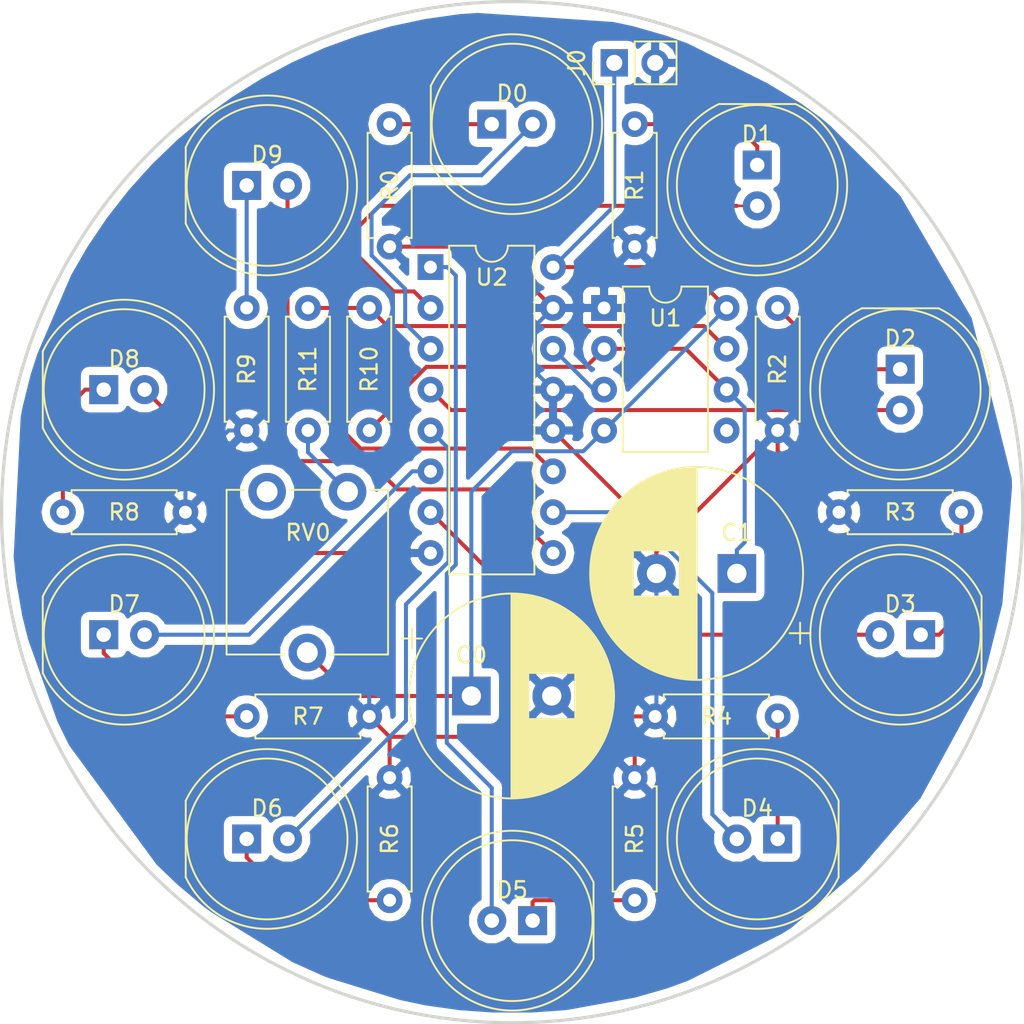
<source format=kicad_pcb>
(kicad_pcb (version 20171130) (host pcbnew "(5.0.1)-4")

  (general
    (thickness 1.6)
    (drawings 1)
    (tracks 148)
    (zones 0)
    (modules 28)
    (nets 29)
  )

  (page A4)
  (layers
    (0 F.Cu signal)
    (31 B.Cu signal)
    (36 B.SilkS user)
    (37 F.SilkS user)
    (38 B.Mask user)
    (39 F.Mask user)
    (40 Dwgs.User user)
    (41 Cmts.User user)
    (44 Edge.Cuts user)
    (45 Margin user)
    (46 B.CrtYd user)
    (47 F.CrtYd user)
    (49 F.Fab user)
  )

  (setup
    (last_trace_width 0.1524)
    (trace_clearance 0.1524)
    (zone_clearance 0.508)
    (zone_45_only no)
    (trace_min 0.1524)
    (segment_width 0.2)
    (edge_width 0.2)
    (via_size 0.6858)
    (via_drill 0.3302)
    (via_min_size 0.508)
    (via_min_drill 0.254)
    (uvia_size 0.6858)
    (uvia_drill 0.3302)
    (uvias_allowed no)
    (uvia_min_size 0.2)
    (uvia_min_drill 0.1)
    (pcb_text_width 0.3)
    (pcb_text_size 1.5 1.5)
    (mod_edge_width 0.15)
    (mod_text_size 1 1)
    (mod_text_width 0.15)
    (pad_size 1.524 1.524)
    (pad_drill 0.762)
    (pad_to_mask_clearance 0.0508)
    (solder_mask_min_width 0.25)
    (aux_axis_origin 0 0)
    (visible_elements 7FFFFFFF)
    (pcbplotparams
      (layerselection 0x010fc_ffffffff)
      (usegerberextensions false)
      (usegerberattributes false)
      (usegerberadvancedattributes false)
      (creategerberjobfile false)
      (excludeedgelayer true)
      (linewidth 0.100000)
      (plotframeref false)
      (viasonmask false)
      (mode 1)
      (useauxorigin false)
      (hpglpennumber 1)
      (hpglpenspeed 20)
      (hpglpendiameter 15.000000)
      (psnegative false)
      (psa4output false)
      (plotreference true)
      (plotvalue true)
      (plotinvisibletext false)
      (padsonsilk false)
      (subtractmaskfromsilk false)
      (outputformat 1)
      (mirror false)
      (drillshape 1)
      (scaleselection 1)
      (outputdirectory ""))
  )

  (net 0 "")
  (net 1 GND)
  (net 2 "Net-(D9-Pad1)")
  (net 3 "Net-(D8-Pad1)")
  (net 4 "Net-(D7-Pad1)")
  (net 5 "Net-(D6-Pad1)")
  (net 6 "Net-(D5-Pad1)")
  (net 7 "Net-(D4-Pad1)")
  (net 8 "Net-(D3-Pad1)")
  (net 9 "Net-(D0-Pad1)")
  (net 10 "Net-(D1-Pad1)")
  (net 11 "Net-(D2-Pad1)")
  (net 12 "Net-(R11-Pad1)")
  (net 13 "Net-(R10-Pad2)")
  (net 14 "Net-(C1-Pad1)")
  (net 15 "Net-(C0-Pad1)")
  (net 16 "Net-(RV0-Pad1)")
  (net 17 "Net-(U1-Pad5)")
  (net 18 "Net-(U1-Pad3)")
  (net 19 "Net-(D5-Pad2)")
  (net 20 "Net-(D8-Pad2)")
  (net 21 "Net-(D1-Pad2)")
  (net 22 "Net-(D4-Pad2)")
  (net 23 "Net-(D0-Pad2)")
  (net 24 "Net-(D9-Pad2)")
  (net 25 "Net-(D2-Pad2)")
  (net 26 "Net-(D6-Pad2)")
  (net 27 "Net-(D7-Pad2)")
  (net 28 "Net-(D3-Pad2)")

  (net_class Default "This is the default net class."
    (clearance 0.1524)
    (trace_width 0.1524)
    (via_dia 0.6858)
    (via_drill 0.3302)
    (uvia_dia 0.6858)
    (uvia_drill 0.3302)
    (diff_pair_gap 0.254)
    (diff_pair_width 0.508)
    (add_net GND)
    (add_net "Net-(C0-Pad1)")
    (add_net "Net-(C1-Pad1)")
    (add_net "Net-(D0-Pad1)")
    (add_net "Net-(D0-Pad2)")
    (add_net "Net-(D1-Pad1)")
    (add_net "Net-(D1-Pad2)")
    (add_net "Net-(D2-Pad1)")
    (add_net "Net-(D2-Pad2)")
    (add_net "Net-(D3-Pad1)")
    (add_net "Net-(D3-Pad2)")
    (add_net "Net-(D4-Pad1)")
    (add_net "Net-(D4-Pad2)")
    (add_net "Net-(D5-Pad1)")
    (add_net "Net-(D5-Pad2)")
    (add_net "Net-(D6-Pad1)")
    (add_net "Net-(D6-Pad2)")
    (add_net "Net-(D7-Pad1)")
    (add_net "Net-(D7-Pad2)")
    (add_net "Net-(D8-Pad1)")
    (add_net "Net-(D8-Pad2)")
    (add_net "Net-(D9-Pad1)")
    (add_net "Net-(D9-Pad2)")
    (add_net "Net-(R10-Pad2)")
    (add_net "Net-(R11-Pad1)")
    (add_net "Net-(RV0-Pad1)")
    (add_net "Net-(U1-Pad3)")
    (add_net "Net-(U1-Pad5)")
  )

  (module Connector_PinHeader_2.54mm:PinHeader_1x02_P2.54mm_Vertical (layer F.Cu) (tedit 59FED5CC) (tstamp 5BF8D403)
    (at 149.86 46.99 90)
    (descr "Through hole straight pin header, 1x02, 2.54mm pitch, single row")
    (tags "Through hole pin header THT 1x02 2.54mm single row")
    (path /5BF64B17)
    (fp_text reference J0 (at 0 -2.33 90) (layer F.SilkS)
      (effects (font (size 1 1) (thickness 0.15)))
    )
    (fp_text value Batt (at 0 4.87 90) (layer F.Fab)
      (effects (font (size 1 1) (thickness 0.15)))
    )
    (fp_line (start -0.635 -1.27) (end 1.27 -1.27) (layer F.Fab) (width 0.1))
    (fp_line (start 1.27 -1.27) (end 1.27 3.81) (layer F.Fab) (width 0.1))
    (fp_line (start 1.27 3.81) (end -1.27 3.81) (layer F.Fab) (width 0.1))
    (fp_line (start -1.27 3.81) (end -1.27 -0.635) (layer F.Fab) (width 0.1))
    (fp_line (start -1.27 -0.635) (end -0.635 -1.27) (layer F.Fab) (width 0.1))
    (fp_line (start -1.33 3.87) (end 1.33 3.87) (layer F.SilkS) (width 0.12))
    (fp_line (start -1.33 1.27) (end -1.33 3.87) (layer F.SilkS) (width 0.12))
    (fp_line (start 1.33 1.27) (end 1.33 3.87) (layer F.SilkS) (width 0.12))
    (fp_line (start -1.33 1.27) (end 1.33 1.27) (layer F.SilkS) (width 0.12))
    (fp_line (start -1.33 0) (end -1.33 -1.33) (layer F.SilkS) (width 0.12))
    (fp_line (start -1.33 -1.33) (end 0 -1.33) (layer F.SilkS) (width 0.12))
    (fp_line (start -1.8 -1.8) (end -1.8 4.35) (layer F.CrtYd) (width 0.05))
    (fp_line (start -1.8 4.35) (end 1.8 4.35) (layer F.CrtYd) (width 0.05))
    (fp_line (start 1.8 4.35) (end 1.8 -1.8) (layer F.CrtYd) (width 0.05))
    (fp_line (start 1.8 -1.8) (end -1.8 -1.8) (layer F.CrtYd) (width 0.05))
    (fp_text user %R (at 0 1.27 180) (layer F.Fab)
      (effects (font (size 1 1) (thickness 0.15)))
    )
    (pad 1 thru_hole rect (at 0 0 90) (size 1.7 1.7) (drill 1) (layers *.Cu *.Mask)
      (net 15 "Net-(C0-Pad1)"))
    (pad 2 thru_hole oval (at 0 2.54 90) (size 1.7 1.7) (drill 1) (layers *.Cu *.Mask)
      (net 1 GND))
    (model ${KISYS3DMOD}/Connector_PinHeader_2.54mm.3dshapes/PinHeader_1x02_P2.54mm_Vertical.wrl
      (at (xyz 0 0 0))
      (scale (xyz 1 1 1))
      (rotate (xyz 0 0 0))
    )
  )

  (module Capacitor_THT:CP_Radial_D13.0mm_P5.00mm (layer F.Cu) (tedit 5AE50EF1) (tstamp 5BF4C7C4)
    (at 157.48 78.74 180)
    (descr "CP, Radial series, Radial, pin pitch=5.00mm, , diameter=13mm, Electrolytic Capacitor")
    (tags "CP Radial series Radial pin pitch 5.00mm  diameter 13mm Electrolytic Capacitor")
    (path /5BF3B64F)
    (fp_text reference C1 (at 0 2.54 180) (layer F.SilkS)
      (effects (font (size 1 1) (thickness 0.15)))
    )
    (fp_text value 2.2uF (at 0 -2.54 180) (layer F.Fab)
      (effects (font (size 1 1) (thickness 0.15)))
    )
    (fp_circle (center 2.5 0) (end 9 0) (layer F.Fab) (width 0.1))
    (fp_circle (center 2.5 0) (end 9.12 0) (layer F.SilkS) (width 0.12))
    (fp_circle (center 2.5 0) (end 9.25 0) (layer F.CrtYd) (width 0.05))
    (fp_line (start -3.082015 -2.8475) (end -1.782015 -2.8475) (layer F.Fab) (width 0.1))
    (fp_line (start -2.432015 -3.4975) (end -2.432015 -2.1975) (layer F.Fab) (width 0.1))
    (fp_line (start 2.5 -6.58) (end 2.5 6.58) (layer F.SilkS) (width 0.12))
    (fp_line (start 2.54 -6.58) (end 2.54 6.58) (layer F.SilkS) (width 0.12))
    (fp_line (start 2.58 -6.58) (end 2.58 6.58) (layer F.SilkS) (width 0.12))
    (fp_line (start 2.62 -6.579) (end 2.62 6.579) (layer F.SilkS) (width 0.12))
    (fp_line (start 2.66 -6.579) (end 2.66 6.579) (layer F.SilkS) (width 0.12))
    (fp_line (start 2.7 -6.577) (end 2.7 6.577) (layer F.SilkS) (width 0.12))
    (fp_line (start 2.74 -6.576) (end 2.74 6.576) (layer F.SilkS) (width 0.12))
    (fp_line (start 2.78 -6.575) (end 2.78 6.575) (layer F.SilkS) (width 0.12))
    (fp_line (start 2.82 -6.573) (end 2.82 6.573) (layer F.SilkS) (width 0.12))
    (fp_line (start 2.86 -6.571) (end 2.86 6.571) (layer F.SilkS) (width 0.12))
    (fp_line (start 2.9 -6.568) (end 2.9 6.568) (layer F.SilkS) (width 0.12))
    (fp_line (start 2.94 -6.566) (end 2.94 6.566) (layer F.SilkS) (width 0.12))
    (fp_line (start 2.98 -6.563) (end 2.98 6.563) (layer F.SilkS) (width 0.12))
    (fp_line (start 3.02 -6.56) (end 3.02 6.56) (layer F.SilkS) (width 0.12))
    (fp_line (start 3.06 -6.557) (end 3.06 6.557) (layer F.SilkS) (width 0.12))
    (fp_line (start 3.1 -6.553) (end 3.1 6.553) (layer F.SilkS) (width 0.12))
    (fp_line (start 3.14 -6.549) (end 3.14 6.549) (layer F.SilkS) (width 0.12))
    (fp_line (start 3.18 -6.545) (end 3.18 6.545) (layer F.SilkS) (width 0.12))
    (fp_line (start 3.221 -6.541) (end 3.221 6.541) (layer F.SilkS) (width 0.12))
    (fp_line (start 3.261 -6.537) (end 3.261 6.537) (layer F.SilkS) (width 0.12))
    (fp_line (start 3.301 -6.532) (end 3.301 6.532) (layer F.SilkS) (width 0.12))
    (fp_line (start 3.341 -6.527) (end 3.341 6.527) (layer F.SilkS) (width 0.12))
    (fp_line (start 3.381 -6.522) (end 3.381 6.522) (layer F.SilkS) (width 0.12))
    (fp_line (start 3.421 -6.516) (end 3.421 6.516) (layer F.SilkS) (width 0.12))
    (fp_line (start 3.461 -6.511) (end 3.461 6.511) (layer F.SilkS) (width 0.12))
    (fp_line (start 3.501 -6.505) (end 3.501 6.505) (layer F.SilkS) (width 0.12))
    (fp_line (start 3.541 -6.498) (end 3.541 6.498) (layer F.SilkS) (width 0.12))
    (fp_line (start 3.581 -6.492) (end 3.581 -1.44) (layer F.SilkS) (width 0.12))
    (fp_line (start 3.581 1.44) (end 3.581 6.492) (layer F.SilkS) (width 0.12))
    (fp_line (start 3.621 -6.485) (end 3.621 -1.44) (layer F.SilkS) (width 0.12))
    (fp_line (start 3.621 1.44) (end 3.621 6.485) (layer F.SilkS) (width 0.12))
    (fp_line (start 3.661 -6.478) (end 3.661 -1.44) (layer F.SilkS) (width 0.12))
    (fp_line (start 3.661 1.44) (end 3.661 6.478) (layer F.SilkS) (width 0.12))
    (fp_line (start 3.701 -6.471) (end 3.701 -1.44) (layer F.SilkS) (width 0.12))
    (fp_line (start 3.701 1.44) (end 3.701 6.471) (layer F.SilkS) (width 0.12))
    (fp_line (start 3.741 -6.463) (end 3.741 -1.44) (layer F.SilkS) (width 0.12))
    (fp_line (start 3.741 1.44) (end 3.741 6.463) (layer F.SilkS) (width 0.12))
    (fp_line (start 3.781 -6.456) (end 3.781 -1.44) (layer F.SilkS) (width 0.12))
    (fp_line (start 3.781 1.44) (end 3.781 6.456) (layer F.SilkS) (width 0.12))
    (fp_line (start 3.821 -6.448) (end 3.821 -1.44) (layer F.SilkS) (width 0.12))
    (fp_line (start 3.821 1.44) (end 3.821 6.448) (layer F.SilkS) (width 0.12))
    (fp_line (start 3.861 -6.439) (end 3.861 -1.44) (layer F.SilkS) (width 0.12))
    (fp_line (start 3.861 1.44) (end 3.861 6.439) (layer F.SilkS) (width 0.12))
    (fp_line (start 3.901 -6.431) (end 3.901 -1.44) (layer F.SilkS) (width 0.12))
    (fp_line (start 3.901 1.44) (end 3.901 6.431) (layer F.SilkS) (width 0.12))
    (fp_line (start 3.941 -6.422) (end 3.941 -1.44) (layer F.SilkS) (width 0.12))
    (fp_line (start 3.941 1.44) (end 3.941 6.422) (layer F.SilkS) (width 0.12))
    (fp_line (start 3.981 -6.413) (end 3.981 -1.44) (layer F.SilkS) (width 0.12))
    (fp_line (start 3.981 1.44) (end 3.981 6.413) (layer F.SilkS) (width 0.12))
    (fp_line (start 4.021 -6.404) (end 4.021 -1.44) (layer F.SilkS) (width 0.12))
    (fp_line (start 4.021 1.44) (end 4.021 6.404) (layer F.SilkS) (width 0.12))
    (fp_line (start 4.061 -6.394) (end 4.061 -1.44) (layer F.SilkS) (width 0.12))
    (fp_line (start 4.061 1.44) (end 4.061 6.394) (layer F.SilkS) (width 0.12))
    (fp_line (start 4.101 -6.384) (end 4.101 -1.44) (layer F.SilkS) (width 0.12))
    (fp_line (start 4.101 1.44) (end 4.101 6.384) (layer F.SilkS) (width 0.12))
    (fp_line (start 4.141 -6.374) (end 4.141 -1.44) (layer F.SilkS) (width 0.12))
    (fp_line (start 4.141 1.44) (end 4.141 6.374) (layer F.SilkS) (width 0.12))
    (fp_line (start 4.181 -6.364) (end 4.181 -1.44) (layer F.SilkS) (width 0.12))
    (fp_line (start 4.181 1.44) (end 4.181 6.364) (layer F.SilkS) (width 0.12))
    (fp_line (start 4.221 -6.353) (end 4.221 -1.44) (layer F.SilkS) (width 0.12))
    (fp_line (start 4.221 1.44) (end 4.221 6.353) (layer F.SilkS) (width 0.12))
    (fp_line (start 4.261 -6.342) (end 4.261 -1.44) (layer F.SilkS) (width 0.12))
    (fp_line (start 4.261 1.44) (end 4.261 6.342) (layer F.SilkS) (width 0.12))
    (fp_line (start 4.301 -6.331) (end 4.301 -1.44) (layer F.SilkS) (width 0.12))
    (fp_line (start 4.301 1.44) (end 4.301 6.331) (layer F.SilkS) (width 0.12))
    (fp_line (start 4.341 -6.32) (end 4.341 -1.44) (layer F.SilkS) (width 0.12))
    (fp_line (start 4.341 1.44) (end 4.341 6.32) (layer F.SilkS) (width 0.12))
    (fp_line (start 4.381 -6.308) (end 4.381 -1.44) (layer F.SilkS) (width 0.12))
    (fp_line (start 4.381 1.44) (end 4.381 6.308) (layer F.SilkS) (width 0.12))
    (fp_line (start 4.421 -6.296) (end 4.421 -1.44) (layer F.SilkS) (width 0.12))
    (fp_line (start 4.421 1.44) (end 4.421 6.296) (layer F.SilkS) (width 0.12))
    (fp_line (start 4.461 -6.284) (end 4.461 -1.44) (layer F.SilkS) (width 0.12))
    (fp_line (start 4.461 1.44) (end 4.461 6.284) (layer F.SilkS) (width 0.12))
    (fp_line (start 4.501 -6.271) (end 4.501 -1.44) (layer F.SilkS) (width 0.12))
    (fp_line (start 4.501 1.44) (end 4.501 6.271) (layer F.SilkS) (width 0.12))
    (fp_line (start 4.541 -6.258) (end 4.541 -1.44) (layer F.SilkS) (width 0.12))
    (fp_line (start 4.541 1.44) (end 4.541 6.258) (layer F.SilkS) (width 0.12))
    (fp_line (start 4.581 -6.245) (end 4.581 -1.44) (layer F.SilkS) (width 0.12))
    (fp_line (start 4.581 1.44) (end 4.581 6.245) (layer F.SilkS) (width 0.12))
    (fp_line (start 4.621 -6.232) (end 4.621 -1.44) (layer F.SilkS) (width 0.12))
    (fp_line (start 4.621 1.44) (end 4.621 6.232) (layer F.SilkS) (width 0.12))
    (fp_line (start 4.661 -6.218) (end 4.661 -1.44) (layer F.SilkS) (width 0.12))
    (fp_line (start 4.661 1.44) (end 4.661 6.218) (layer F.SilkS) (width 0.12))
    (fp_line (start 4.701 -6.204) (end 4.701 -1.44) (layer F.SilkS) (width 0.12))
    (fp_line (start 4.701 1.44) (end 4.701 6.204) (layer F.SilkS) (width 0.12))
    (fp_line (start 4.741 -6.19) (end 4.741 -1.44) (layer F.SilkS) (width 0.12))
    (fp_line (start 4.741 1.44) (end 4.741 6.19) (layer F.SilkS) (width 0.12))
    (fp_line (start 4.781 -6.175) (end 4.781 -1.44) (layer F.SilkS) (width 0.12))
    (fp_line (start 4.781 1.44) (end 4.781 6.175) (layer F.SilkS) (width 0.12))
    (fp_line (start 4.821 -6.161) (end 4.821 -1.44) (layer F.SilkS) (width 0.12))
    (fp_line (start 4.821 1.44) (end 4.821 6.161) (layer F.SilkS) (width 0.12))
    (fp_line (start 4.861 -6.146) (end 4.861 -1.44) (layer F.SilkS) (width 0.12))
    (fp_line (start 4.861 1.44) (end 4.861 6.146) (layer F.SilkS) (width 0.12))
    (fp_line (start 4.901 -6.13) (end 4.901 -1.44) (layer F.SilkS) (width 0.12))
    (fp_line (start 4.901 1.44) (end 4.901 6.13) (layer F.SilkS) (width 0.12))
    (fp_line (start 4.941 -6.114) (end 4.941 -1.44) (layer F.SilkS) (width 0.12))
    (fp_line (start 4.941 1.44) (end 4.941 6.114) (layer F.SilkS) (width 0.12))
    (fp_line (start 4.981 -6.098) (end 4.981 -1.44) (layer F.SilkS) (width 0.12))
    (fp_line (start 4.981 1.44) (end 4.981 6.098) (layer F.SilkS) (width 0.12))
    (fp_line (start 5.021 -6.082) (end 5.021 -1.44) (layer F.SilkS) (width 0.12))
    (fp_line (start 5.021 1.44) (end 5.021 6.082) (layer F.SilkS) (width 0.12))
    (fp_line (start 5.061 -6.065) (end 5.061 -1.44) (layer F.SilkS) (width 0.12))
    (fp_line (start 5.061 1.44) (end 5.061 6.065) (layer F.SilkS) (width 0.12))
    (fp_line (start 5.101 -6.049) (end 5.101 -1.44) (layer F.SilkS) (width 0.12))
    (fp_line (start 5.101 1.44) (end 5.101 6.049) (layer F.SilkS) (width 0.12))
    (fp_line (start 5.141 -6.031) (end 5.141 -1.44) (layer F.SilkS) (width 0.12))
    (fp_line (start 5.141 1.44) (end 5.141 6.031) (layer F.SilkS) (width 0.12))
    (fp_line (start 5.181 -6.014) (end 5.181 -1.44) (layer F.SilkS) (width 0.12))
    (fp_line (start 5.181 1.44) (end 5.181 6.014) (layer F.SilkS) (width 0.12))
    (fp_line (start 5.221 -5.996) (end 5.221 -1.44) (layer F.SilkS) (width 0.12))
    (fp_line (start 5.221 1.44) (end 5.221 5.996) (layer F.SilkS) (width 0.12))
    (fp_line (start 5.261 -5.978) (end 5.261 -1.44) (layer F.SilkS) (width 0.12))
    (fp_line (start 5.261 1.44) (end 5.261 5.978) (layer F.SilkS) (width 0.12))
    (fp_line (start 5.301 -5.959) (end 5.301 -1.44) (layer F.SilkS) (width 0.12))
    (fp_line (start 5.301 1.44) (end 5.301 5.959) (layer F.SilkS) (width 0.12))
    (fp_line (start 5.341 -5.94) (end 5.341 -1.44) (layer F.SilkS) (width 0.12))
    (fp_line (start 5.341 1.44) (end 5.341 5.94) (layer F.SilkS) (width 0.12))
    (fp_line (start 5.381 -5.921) (end 5.381 -1.44) (layer F.SilkS) (width 0.12))
    (fp_line (start 5.381 1.44) (end 5.381 5.921) (layer F.SilkS) (width 0.12))
    (fp_line (start 5.421 -5.902) (end 5.421 -1.44) (layer F.SilkS) (width 0.12))
    (fp_line (start 5.421 1.44) (end 5.421 5.902) (layer F.SilkS) (width 0.12))
    (fp_line (start 5.461 -5.882) (end 5.461 -1.44) (layer F.SilkS) (width 0.12))
    (fp_line (start 5.461 1.44) (end 5.461 5.882) (layer F.SilkS) (width 0.12))
    (fp_line (start 5.501 -5.862) (end 5.501 -1.44) (layer F.SilkS) (width 0.12))
    (fp_line (start 5.501 1.44) (end 5.501 5.862) (layer F.SilkS) (width 0.12))
    (fp_line (start 5.541 -5.841) (end 5.541 -1.44) (layer F.SilkS) (width 0.12))
    (fp_line (start 5.541 1.44) (end 5.541 5.841) (layer F.SilkS) (width 0.12))
    (fp_line (start 5.581 -5.82) (end 5.581 -1.44) (layer F.SilkS) (width 0.12))
    (fp_line (start 5.581 1.44) (end 5.581 5.82) (layer F.SilkS) (width 0.12))
    (fp_line (start 5.621 -5.799) (end 5.621 -1.44) (layer F.SilkS) (width 0.12))
    (fp_line (start 5.621 1.44) (end 5.621 5.799) (layer F.SilkS) (width 0.12))
    (fp_line (start 5.661 -5.778) (end 5.661 -1.44) (layer F.SilkS) (width 0.12))
    (fp_line (start 5.661 1.44) (end 5.661 5.778) (layer F.SilkS) (width 0.12))
    (fp_line (start 5.701 -5.756) (end 5.701 -1.44) (layer F.SilkS) (width 0.12))
    (fp_line (start 5.701 1.44) (end 5.701 5.756) (layer F.SilkS) (width 0.12))
    (fp_line (start 5.741 -5.733) (end 5.741 -1.44) (layer F.SilkS) (width 0.12))
    (fp_line (start 5.741 1.44) (end 5.741 5.733) (layer F.SilkS) (width 0.12))
    (fp_line (start 5.781 -5.711) (end 5.781 -1.44) (layer F.SilkS) (width 0.12))
    (fp_line (start 5.781 1.44) (end 5.781 5.711) (layer F.SilkS) (width 0.12))
    (fp_line (start 5.821 -5.688) (end 5.821 -1.44) (layer F.SilkS) (width 0.12))
    (fp_line (start 5.821 1.44) (end 5.821 5.688) (layer F.SilkS) (width 0.12))
    (fp_line (start 5.861 -5.664) (end 5.861 -1.44) (layer F.SilkS) (width 0.12))
    (fp_line (start 5.861 1.44) (end 5.861 5.664) (layer F.SilkS) (width 0.12))
    (fp_line (start 5.901 -5.641) (end 5.901 -1.44) (layer F.SilkS) (width 0.12))
    (fp_line (start 5.901 1.44) (end 5.901 5.641) (layer F.SilkS) (width 0.12))
    (fp_line (start 5.941 -5.617) (end 5.941 -1.44) (layer F.SilkS) (width 0.12))
    (fp_line (start 5.941 1.44) (end 5.941 5.617) (layer F.SilkS) (width 0.12))
    (fp_line (start 5.981 -5.592) (end 5.981 -1.44) (layer F.SilkS) (width 0.12))
    (fp_line (start 5.981 1.44) (end 5.981 5.592) (layer F.SilkS) (width 0.12))
    (fp_line (start 6.021 -5.567) (end 6.021 -1.44) (layer F.SilkS) (width 0.12))
    (fp_line (start 6.021 1.44) (end 6.021 5.567) (layer F.SilkS) (width 0.12))
    (fp_line (start 6.061 -5.542) (end 6.061 -1.44) (layer F.SilkS) (width 0.12))
    (fp_line (start 6.061 1.44) (end 6.061 5.542) (layer F.SilkS) (width 0.12))
    (fp_line (start 6.101 -5.516) (end 6.101 -1.44) (layer F.SilkS) (width 0.12))
    (fp_line (start 6.101 1.44) (end 6.101 5.516) (layer F.SilkS) (width 0.12))
    (fp_line (start 6.141 -5.49) (end 6.141 -1.44) (layer F.SilkS) (width 0.12))
    (fp_line (start 6.141 1.44) (end 6.141 5.49) (layer F.SilkS) (width 0.12))
    (fp_line (start 6.181 -5.463) (end 6.181 -1.44) (layer F.SilkS) (width 0.12))
    (fp_line (start 6.181 1.44) (end 6.181 5.463) (layer F.SilkS) (width 0.12))
    (fp_line (start 6.221 -5.436) (end 6.221 -1.44) (layer F.SilkS) (width 0.12))
    (fp_line (start 6.221 1.44) (end 6.221 5.436) (layer F.SilkS) (width 0.12))
    (fp_line (start 6.261 -5.409) (end 6.261 -1.44) (layer F.SilkS) (width 0.12))
    (fp_line (start 6.261 1.44) (end 6.261 5.409) (layer F.SilkS) (width 0.12))
    (fp_line (start 6.301 -5.381) (end 6.301 -1.44) (layer F.SilkS) (width 0.12))
    (fp_line (start 6.301 1.44) (end 6.301 5.381) (layer F.SilkS) (width 0.12))
    (fp_line (start 6.341 -5.353) (end 6.341 -1.44) (layer F.SilkS) (width 0.12))
    (fp_line (start 6.341 1.44) (end 6.341 5.353) (layer F.SilkS) (width 0.12))
    (fp_line (start 6.381 -5.324) (end 6.381 -1.44) (layer F.SilkS) (width 0.12))
    (fp_line (start 6.381 1.44) (end 6.381 5.324) (layer F.SilkS) (width 0.12))
    (fp_line (start 6.421 -5.295) (end 6.421 -1.44) (layer F.SilkS) (width 0.12))
    (fp_line (start 6.421 1.44) (end 6.421 5.295) (layer F.SilkS) (width 0.12))
    (fp_line (start 6.461 -5.265) (end 6.461 5.265) (layer F.SilkS) (width 0.12))
    (fp_line (start 6.501 -5.235) (end 6.501 5.235) (layer F.SilkS) (width 0.12))
    (fp_line (start 6.541 -5.205) (end 6.541 5.205) (layer F.SilkS) (width 0.12))
    (fp_line (start 6.581 -5.174) (end 6.581 5.174) (layer F.SilkS) (width 0.12))
    (fp_line (start 6.621 -5.142) (end 6.621 5.142) (layer F.SilkS) (width 0.12))
    (fp_line (start 6.661 -5.11) (end 6.661 5.11) (layer F.SilkS) (width 0.12))
    (fp_line (start 6.701 -5.078) (end 6.701 5.078) (layer F.SilkS) (width 0.12))
    (fp_line (start 6.741 -5.044) (end 6.741 5.044) (layer F.SilkS) (width 0.12))
    (fp_line (start 6.781 -5.011) (end 6.781 5.011) (layer F.SilkS) (width 0.12))
    (fp_line (start 6.821 -4.977) (end 6.821 4.977) (layer F.SilkS) (width 0.12))
    (fp_line (start 6.861 -4.942) (end 6.861 4.942) (layer F.SilkS) (width 0.12))
    (fp_line (start 6.901 -4.907) (end 6.901 4.907) (layer F.SilkS) (width 0.12))
    (fp_line (start 6.941 -4.871) (end 6.941 4.871) (layer F.SilkS) (width 0.12))
    (fp_line (start 6.981 -4.834) (end 6.981 4.834) (layer F.SilkS) (width 0.12))
    (fp_line (start 7.021 -4.797) (end 7.021 4.797) (layer F.SilkS) (width 0.12))
    (fp_line (start 7.061 -4.76) (end 7.061 4.76) (layer F.SilkS) (width 0.12))
    (fp_line (start 7.101 -4.721) (end 7.101 4.721) (layer F.SilkS) (width 0.12))
    (fp_line (start 7.141 -4.682) (end 7.141 4.682) (layer F.SilkS) (width 0.12))
    (fp_line (start 7.181 -4.643) (end 7.181 4.643) (layer F.SilkS) (width 0.12))
    (fp_line (start 7.221 -4.602) (end 7.221 4.602) (layer F.SilkS) (width 0.12))
    (fp_line (start 7.261 -4.561) (end 7.261 4.561) (layer F.SilkS) (width 0.12))
    (fp_line (start 7.301 -4.519) (end 7.301 4.519) (layer F.SilkS) (width 0.12))
    (fp_line (start 7.341 -4.477) (end 7.341 4.477) (layer F.SilkS) (width 0.12))
    (fp_line (start 7.381 -4.434) (end 7.381 4.434) (layer F.SilkS) (width 0.12))
    (fp_line (start 7.421 -4.39) (end 7.421 4.39) (layer F.SilkS) (width 0.12))
    (fp_line (start 7.461 -4.345) (end 7.461 4.345) (layer F.SilkS) (width 0.12))
    (fp_line (start 7.501 -4.299) (end 7.501 4.299) (layer F.SilkS) (width 0.12))
    (fp_line (start 7.541 -4.253) (end 7.541 4.253) (layer F.SilkS) (width 0.12))
    (fp_line (start 7.581 -4.205) (end 7.581 4.205) (layer F.SilkS) (width 0.12))
    (fp_line (start 7.621 -4.157) (end 7.621 4.157) (layer F.SilkS) (width 0.12))
    (fp_line (start 7.661 -4.108) (end 7.661 4.108) (layer F.SilkS) (width 0.12))
    (fp_line (start 7.701 -4.057) (end 7.701 4.057) (layer F.SilkS) (width 0.12))
    (fp_line (start 7.741 -4.006) (end 7.741 4.006) (layer F.SilkS) (width 0.12))
    (fp_line (start 7.781 -3.954) (end 7.781 3.954) (layer F.SilkS) (width 0.12))
    (fp_line (start 7.821 -3.9) (end 7.821 3.9) (layer F.SilkS) (width 0.12))
    (fp_line (start 7.861 -3.846) (end 7.861 3.846) (layer F.SilkS) (width 0.12))
    (fp_line (start 7.901 -3.79) (end 7.901 3.79) (layer F.SilkS) (width 0.12))
    (fp_line (start 7.941 -3.733) (end 7.941 3.733) (layer F.SilkS) (width 0.12))
    (fp_line (start 7.981 -3.675) (end 7.981 3.675) (layer F.SilkS) (width 0.12))
    (fp_line (start 8.021 -3.615) (end 8.021 3.615) (layer F.SilkS) (width 0.12))
    (fp_line (start 8.061 -3.554) (end 8.061 3.554) (layer F.SilkS) (width 0.12))
    (fp_line (start 8.101 -3.491) (end 8.101 3.491) (layer F.SilkS) (width 0.12))
    (fp_line (start 8.141 -3.427) (end 8.141 3.427) (layer F.SilkS) (width 0.12))
    (fp_line (start 8.181 -3.361) (end 8.181 3.361) (layer F.SilkS) (width 0.12))
    (fp_line (start 8.221 -3.293) (end 8.221 3.293) (layer F.SilkS) (width 0.12))
    (fp_line (start 8.261 -3.223) (end 8.261 3.223) (layer F.SilkS) (width 0.12))
    (fp_line (start 8.301 -3.152) (end 8.301 3.152) (layer F.SilkS) (width 0.12))
    (fp_line (start 8.341 -3.078) (end 8.341 3.078) (layer F.SilkS) (width 0.12))
    (fp_line (start 8.381 -3.002) (end 8.381 3.002) (layer F.SilkS) (width 0.12))
    (fp_line (start 8.421 -2.923) (end 8.421 2.923) (layer F.SilkS) (width 0.12))
    (fp_line (start 8.461 -2.842) (end 8.461 2.842) (layer F.SilkS) (width 0.12))
    (fp_line (start 8.501 -2.758) (end 8.501 2.758) (layer F.SilkS) (width 0.12))
    (fp_line (start 8.541 -2.67) (end 8.541 2.67) (layer F.SilkS) (width 0.12))
    (fp_line (start 8.581 -2.579) (end 8.581 2.579) (layer F.SilkS) (width 0.12))
    (fp_line (start 8.621 -2.484) (end 8.621 2.484) (layer F.SilkS) (width 0.12))
    (fp_line (start 8.661 -2.385) (end 8.661 2.385) (layer F.SilkS) (width 0.12))
    (fp_line (start 8.701 -2.281) (end 8.701 2.281) (layer F.SilkS) (width 0.12))
    (fp_line (start 8.741 -2.171) (end 8.741 2.171) (layer F.SilkS) (width 0.12))
    (fp_line (start 8.781 -2.055) (end 8.781 2.055) (layer F.SilkS) (width 0.12))
    (fp_line (start 8.821 -1.931) (end 8.821 1.931) (layer F.SilkS) (width 0.12))
    (fp_line (start 8.861 -1.798) (end 8.861 1.798) (layer F.SilkS) (width 0.12))
    (fp_line (start 8.901 -1.653) (end 8.901 1.653) (layer F.SilkS) (width 0.12))
    (fp_line (start 8.941 -1.494) (end 8.941 1.494) (layer F.SilkS) (width 0.12))
    (fp_line (start 8.981 -1.315) (end 8.981 1.315) (layer F.SilkS) (width 0.12))
    (fp_line (start 9.021 -1.107) (end 9.021 1.107) (layer F.SilkS) (width 0.12))
    (fp_line (start 9.061 -0.85) (end 9.061 0.85) (layer F.SilkS) (width 0.12))
    (fp_line (start 9.101 -0.475) (end 9.101 0.475) (layer F.SilkS) (width 0.12))
    (fp_line (start -4.584569 -3.715) (end -3.284569 -3.715) (layer F.SilkS) (width 0.12))
    (fp_line (start -3.934569 -4.365) (end -3.934569 -3.065) (layer F.SilkS) (width 0.12))
    (fp_text user %R (at 0 2.54 180) (layer F.Fab)
      (effects (font (size 1 1) (thickness 0.15)))
    )
    (pad 1 thru_hole rect (at 0 0 180) (size 2.4 2.4) (drill 1.2) (layers *.Cu *.Mask)
      (net 14 "Net-(C1-Pad1)"))
    (pad 2 thru_hole circle (at 5 0 180) (size 2.4 2.4) (drill 1.2) (layers *.Cu *.Mask)
      (net 1 GND))
    (model ${KISYS3DMOD}/Capacitor_THT.3dshapes/CP_Radial_D13.0mm_P5.00mm.wrl
      (at (xyz 0 0 0))
      (scale (xyz 1 1 1))
      (rotate (xyz 0 0 0))
    )
  )

  (module Capacitor_THT:CP_Radial_D12.5mm_P5.00mm (layer F.Cu) (tedit 5AE50EF1) (tstamp 5BF4C8BA)
    (at 140.97 86.36)
    (descr "CP, Radial series, Radial, pin pitch=5.00mm, , diameter=12.5mm, Electrolytic Capacitor")
    (tags "CP Radial series Radial pin pitch 5.00mm  diameter 12.5mm Electrolytic Capacitor")
    (path /5BF3B53A)
    (fp_text reference C0 (at 0 -2.54) (layer F.SilkS)
      (effects (font (size 1 1) (thickness 0.15)))
    )
    (fp_text value 100uF (at 0 2.54) (layer F.Fab)
      (effects (font (size 1 1) (thickness 0.15)))
    )
    (fp_circle (center 2.5 0) (end 8.75 0) (layer F.Fab) (width 0.1))
    (fp_circle (center 2.5 0) (end 8.87 0) (layer F.SilkS) (width 0.12))
    (fp_circle (center 2.5 0) (end 9 0) (layer F.CrtYd) (width 0.05))
    (fp_line (start -2.866489 -2.7375) (end -1.616489 -2.7375) (layer F.Fab) (width 0.1))
    (fp_line (start -2.241489 -3.3625) (end -2.241489 -2.1125) (layer F.Fab) (width 0.1))
    (fp_line (start 2.5 -6.33) (end 2.5 6.33) (layer F.SilkS) (width 0.12))
    (fp_line (start 2.54 -6.33) (end 2.54 6.33) (layer F.SilkS) (width 0.12))
    (fp_line (start 2.58 -6.33) (end 2.58 6.33) (layer F.SilkS) (width 0.12))
    (fp_line (start 2.62 -6.329) (end 2.62 6.329) (layer F.SilkS) (width 0.12))
    (fp_line (start 2.66 -6.328) (end 2.66 6.328) (layer F.SilkS) (width 0.12))
    (fp_line (start 2.7 -6.327) (end 2.7 6.327) (layer F.SilkS) (width 0.12))
    (fp_line (start 2.74 -6.326) (end 2.74 6.326) (layer F.SilkS) (width 0.12))
    (fp_line (start 2.78 -6.324) (end 2.78 6.324) (layer F.SilkS) (width 0.12))
    (fp_line (start 2.82 -6.322) (end 2.82 6.322) (layer F.SilkS) (width 0.12))
    (fp_line (start 2.86 -6.32) (end 2.86 6.32) (layer F.SilkS) (width 0.12))
    (fp_line (start 2.9 -6.318) (end 2.9 6.318) (layer F.SilkS) (width 0.12))
    (fp_line (start 2.94 -6.315) (end 2.94 6.315) (layer F.SilkS) (width 0.12))
    (fp_line (start 2.98 -6.312) (end 2.98 6.312) (layer F.SilkS) (width 0.12))
    (fp_line (start 3.02 -6.309) (end 3.02 6.309) (layer F.SilkS) (width 0.12))
    (fp_line (start 3.06 -6.306) (end 3.06 6.306) (layer F.SilkS) (width 0.12))
    (fp_line (start 3.1 -6.302) (end 3.1 6.302) (layer F.SilkS) (width 0.12))
    (fp_line (start 3.14 -6.298) (end 3.14 6.298) (layer F.SilkS) (width 0.12))
    (fp_line (start 3.18 -6.294) (end 3.18 6.294) (layer F.SilkS) (width 0.12))
    (fp_line (start 3.221 -6.29) (end 3.221 6.29) (layer F.SilkS) (width 0.12))
    (fp_line (start 3.261 -6.285) (end 3.261 6.285) (layer F.SilkS) (width 0.12))
    (fp_line (start 3.301 -6.28) (end 3.301 6.28) (layer F.SilkS) (width 0.12))
    (fp_line (start 3.341 -6.275) (end 3.341 6.275) (layer F.SilkS) (width 0.12))
    (fp_line (start 3.381 -6.269) (end 3.381 6.269) (layer F.SilkS) (width 0.12))
    (fp_line (start 3.421 -6.264) (end 3.421 6.264) (layer F.SilkS) (width 0.12))
    (fp_line (start 3.461 -6.258) (end 3.461 6.258) (layer F.SilkS) (width 0.12))
    (fp_line (start 3.501 -6.252) (end 3.501 6.252) (layer F.SilkS) (width 0.12))
    (fp_line (start 3.541 -6.245) (end 3.541 6.245) (layer F.SilkS) (width 0.12))
    (fp_line (start 3.581 -6.238) (end 3.581 -1.44) (layer F.SilkS) (width 0.12))
    (fp_line (start 3.581 1.44) (end 3.581 6.238) (layer F.SilkS) (width 0.12))
    (fp_line (start 3.621 -6.231) (end 3.621 -1.44) (layer F.SilkS) (width 0.12))
    (fp_line (start 3.621 1.44) (end 3.621 6.231) (layer F.SilkS) (width 0.12))
    (fp_line (start 3.661 -6.224) (end 3.661 -1.44) (layer F.SilkS) (width 0.12))
    (fp_line (start 3.661 1.44) (end 3.661 6.224) (layer F.SilkS) (width 0.12))
    (fp_line (start 3.701 -6.216) (end 3.701 -1.44) (layer F.SilkS) (width 0.12))
    (fp_line (start 3.701 1.44) (end 3.701 6.216) (layer F.SilkS) (width 0.12))
    (fp_line (start 3.741 -6.209) (end 3.741 -1.44) (layer F.SilkS) (width 0.12))
    (fp_line (start 3.741 1.44) (end 3.741 6.209) (layer F.SilkS) (width 0.12))
    (fp_line (start 3.781 -6.201) (end 3.781 -1.44) (layer F.SilkS) (width 0.12))
    (fp_line (start 3.781 1.44) (end 3.781 6.201) (layer F.SilkS) (width 0.12))
    (fp_line (start 3.821 -6.192) (end 3.821 -1.44) (layer F.SilkS) (width 0.12))
    (fp_line (start 3.821 1.44) (end 3.821 6.192) (layer F.SilkS) (width 0.12))
    (fp_line (start 3.861 -6.184) (end 3.861 -1.44) (layer F.SilkS) (width 0.12))
    (fp_line (start 3.861 1.44) (end 3.861 6.184) (layer F.SilkS) (width 0.12))
    (fp_line (start 3.901 -6.175) (end 3.901 -1.44) (layer F.SilkS) (width 0.12))
    (fp_line (start 3.901 1.44) (end 3.901 6.175) (layer F.SilkS) (width 0.12))
    (fp_line (start 3.941 -6.166) (end 3.941 -1.44) (layer F.SilkS) (width 0.12))
    (fp_line (start 3.941 1.44) (end 3.941 6.166) (layer F.SilkS) (width 0.12))
    (fp_line (start 3.981 -6.156) (end 3.981 -1.44) (layer F.SilkS) (width 0.12))
    (fp_line (start 3.981 1.44) (end 3.981 6.156) (layer F.SilkS) (width 0.12))
    (fp_line (start 4.021 -6.146) (end 4.021 -1.44) (layer F.SilkS) (width 0.12))
    (fp_line (start 4.021 1.44) (end 4.021 6.146) (layer F.SilkS) (width 0.12))
    (fp_line (start 4.061 -6.137) (end 4.061 -1.44) (layer F.SilkS) (width 0.12))
    (fp_line (start 4.061 1.44) (end 4.061 6.137) (layer F.SilkS) (width 0.12))
    (fp_line (start 4.101 -6.126) (end 4.101 -1.44) (layer F.SilkS) (width 0.12))
    (fp_line (start 4.101 1.44) (end 4.101 6.126) (layer F.SilkS) (width 0.12))
    (fp_line (start 4.141 -6.116) (end 4.141 -1.44) (layer F.SilkS) (width 0.12))
    (fp_line (start 4.141 1.44) (end 4.141 6.116) (layer F.SilkS) (width 0.12))
    (fp_line (start 4.181 -6.105) (end 4.181 -1.44) (layer F.SilkS) (width 0.12))
    (fp_line (start 4.181 1.44) (end 4.181 6.105) (layer F.SilkS) (width 0.12))
    (fp_line (start 4.221 -6.094) (end 4.221 -1.44) (layer F.SilkS) (width 0.12))
    (fp_line (start 4.221 1.44) (end 4.221 6.094) (layer F.SilkS) (width 0.12))
    (fp_line (start 4.261 -6.083) (end 4.261 -1.44) (layer F.SilkS) (width 0.12))
    (fp_line (start 4.261 1.44) (end 4.261 6.083) (layer F.SilkS) (width 0.12))
    (fp_line (start 4.301 -6.071) (end 4.301 -1.44) (layer F.SilkS) (width 0.12))
    (fp_line (start 4.301 1.44) (end 4.301 6.071) (layer F.SilkS) (width 0.12))
    (fp_line (start 4.341 -6.059) (end 4.341 -1.44) (layer F.SilkS) (width 0.12))
    (fp_line (start 4.341 1.44) (end 4.341 6.059) (layer F.SilkS) (width 0.12))
    (fp_line (start 4.381 -6.047) (end 4.381 -1.44) (layer F.SilkS) (width 0.12))
    (fp_line (start 4.381 1.44) (end 4.381 6.047) (layer F.SilkS) (width 0.12))
    (fp_line (start 4.421 -6.034) (end 4.421 -1.44) (layer F.SilkS) (width 0.12))
    (fp_line (start 4.421 1.44) (end 4.421 6.034) (layer F.SilkS) (width 0.12))
    (fp_line (start 4.461 -6.021) (end 4.461 -1.44) (layer F.SilkS) (width 0.12))
    (fp_line (start 4.461 1.44) (end 4.461 6.021) (layer F.SilkS) (width 0.12))
    (fp_line (start 4.501 -6.008) (end 4.501 -1.44) (layer F.SilkS) (width 0.12))
    (fp_line (start 4.501 1.44) (end 4.501 6.008) (layer F.SilkS) (width 0.12))
    (fp_line (start 4.541 -5.995) (end 4.541 -1.44) (layer F.SilkS) (width 0.12))
    (fp_line (start 4.541 1.44) (end 4.541 5.995) (layer F.SilkS) (width 0.12))
    (fp_line (start 4.581 -5.981) (end 4.581 -1.44) (layer F.SilkS) (width 0.12))
    (fp_line (start 4.581 1.44) (end 4.581 5.981) (layer F.SilkS) (width 0.12))
    (fp_line (start 4.621 -5.967) (end 4.621 -1.44) (layer F.SilkS) (width 0.12))
    (fp_line (start 4.621 1.44) (end 4.621 5.967) (layer F.SilkS) (width 0.12))
    (fp_line (start 4.661 -5.953) (end 4.661 -1.44) (layer F.SilkS) (width 0.12))
    (fp_line (start 4.661 1.44) (end 4.661 5.953) (layer F.SilkS) (width 0.12))
    (fp_line (start 4.701 -5.939) (end 4.701 -1.44) (layer F.SilkS) (width 0.12))
    (fp_line (start 4.701 1.44) (end 4.701 5.939) (layer F.SilkS) (width 0.12))
    (fp_line (start 4.741 -5.924) (end 4.741 -1.44) (layer F.SilkS) (width 0.12))
    (fp_line (start 4.741 1.44) (end 4.741 5.924) (layer F.SilkS) (width 0.12))
    (fp_line (start 4.781 -5.908) (end 4.781 -1.44) (layer F.SilkS) (width 0.12))
    (fp_line (start 4.781 1.44) (end 4.781 5.908) (layer F.SilkS) (width 0.12))
    (fp_line (start 4.821 -5.893) (end 4.821 -1.44) (layer F.SilkS) (width 0.12))
    (fp_line (start 4.821 1.44) (end 4.821 5.893) (layer F.SilkS) (width 0.12))
    (fp_line (start 4.861 -5.877) (end 4.861 -1.44) (layer F.SilkS) (width 0.12))
    (fp_line (start 4.861 1.44) (end 4.861 5.877) (layer F.SilkS) (width 0.12))
    (fp_line (start 4.901 -5.861) (end 4.901 -1.44) (layer F.SilkS) (width 0.12))
    (fp_line (start 4.901 1.44) (end 4.901 5.861) (layer F.SilkS) (width 0.12))
    (fp_line (start 4.941 -5.845) (end 4.941 -1.44) (layer F.SilkS) (width 0.12))
    (fp_line (start 4.941 1.44) (end 4.941 5.845) (layer F.SilkS) (width 0.12))
    (fp_line (start 4.981 -5.828) (end 4.981 -1.44) (layer F.SilkS) (width 0.12))
    (fp_line (start 4.981 1.44) (end 4.981 5.828) (layer F.SilkS) (width 0.12))
    (fp_line (start 5.021 -5.811) (end 5.021 -1.44) (layer F.SilkS) (width 0.12))
    (fp_line (start 5.021 1.44) (end 5.021 5.811) (layer F.SilkS) (width 0.12))
    (fp_line (start 5.061 -5.793) (end 5.061 -1.44) (layer F.SilkS) (width 0.12))
    (fp_line (start 5.061 1.44) (end 5.061 5.793) (layer F.SilkS) (width 0.12))
    (fp_line (start 5.101 -5.776) (end 5.101 -1.44) (layer F.SilkS) (width 0.12))
    (fp_line (start 5.101 1.44) (end 5.101 5.776) (layer F.SilkS) (width 0.12))
    (fp_line (start 5.141 -5.758) (end 5.141 -1.44) (layer F.SilkS) (width 0.12))
    (fp_line (start 5.141 1.44) (end 5.141 5.758) (layer F.SilkS) (width 0.12))
    (fp_line (start 5.181 -5.739) (end 5.181 -1.44) (layer F.SilkS) (width 0.12))
    (fp_line (start 5.181 1.44) (end 5.181 5.739) (layer F.SilkS) (width 0.12))
    (fp_line (start 5.221 -5.721) (end 5.221 -1.44) (layer F.SilkS) (width 0.12))
    (fp_line (start 5.221 1.44) (end 5.221 5.721) (layer F.SilkS) (width 0.12))
    (fp_line (start 5.261 -5.702) (end 5.261 -1.44) (layer F.SilkS) (width 0.12))
    (fp_line (start 5.261 1.44) (end 5.261 5.702) (layer F.SilkS) (width 0.12))
    (fp_line (start 5.301 -5.682) (end 5.301 -1.44) (layer F.SilkS) (width 0.12))
    (fp_line (start 5.301 1.44) (end 5.301 5.682) (layer F.SilkS) (width 0.12))
    (fp_line (start 5.341 -5.662) (end 5.341 -1.44) (layer F.SilkS) (width 0.12))
    (fp_line (start 5.341 1.44) (end 5.341 5.662) (layer F.SilkS) (width 0.12))
    (fp_line (start 5.381 -5.642) (end 5.381 -1.44) (layer F.SilkS) (width 0.12))
    (fp_line (start 5.381 1.44) (end 5.381 5.642) (layer F.SilkS) (width 0.12))
    (fp_line (start 5.421 -5.622) (end 5.421 -1.44) (layer F.SilkS) (width 0.12))
    (fp_line (start 5.421 1.44) (end 5.421 5.622) (layer F.SilkS) (width 0.12))
    (fp_line (start 5.461 -5.601) (end 5.461 -1.44) (layer F.SilkS) (width 0.12))
    (fp_line (start 5.461 1.44) (end 5.461 5.601) (layer F.SilkS) (width 0.12))
    (fp_line (start 5.501 -5.58) (end 5.501 -1.44) (layer F.SilkS) (width 0.12))
    (fp_line (start 5.501 1.44) (end 5.501 5.58) (layer F.SilkS) (width 0.12))
    (fp_line (start 5.541 -5.558) (end 5.541 -1.44) (layer F.SilkS) (width 0.12))
    (fp_line (start 5.541 1.44) (end 5.541 5.558) (layer F.SilkS) (width 0.12))
    (fp_line (start 5.581 -5.536) (end 5.581 -1.44) (layer F.SilkS) (width 0.12))
    (fp_line (start 5.581 1.44) (end 5.581 5.536) (layer F.SilkS) (width 0.12))
    (fp_line (start 5.621 -5.514) (end 5.621 -1.44) (layer F.SilkS) (width 0.12))
    (fp_line (start 5.621 1.44) (end 5.621 5.514) (layer F.SilkS) (width 0.12))
    (fp_line (start 5.661 -5.491) (end 5.661 -1.44) (layer F.SilkS) (width 0.12))
    (fp_line (start 5.661 1.44) (end 5.661 5.491) (layer F.SilkS) (width 0.12))
    (fp_line (start 5.701 -5.468) (end 5.701 -1.44) (layer F.SilkS) (width 0.12))
    (fp_line (start 5.701 1.44) (end 5.701 5.468) (layer F.SilkS) (width 0.12))
    (fp_line (start 5.741 -5.445) (end 5.741 -1.44) (layer F.SilkS) (width 0.12))
    (fp_line (start 5.741 1.44) (end 5.741 5.445) (layer F.SilkS) (width 0.12))
    (fp_line (start 5.781 -5.421) (end 5.781 -1.44) (layer F.SilkS) (width 0.12))
    (fp_line (start 5.781 1.44) (end 5.781 5.421) (layer F.SilkS) (width 0.12))
    (fp_line (start 5.821 -5.397) (end 5.821 -1.44) (layer F.SilkS) (width 0.12))
    (fp_line (start 5.821 1.44) (end 5.821 5.397) (layer F.SilkS) (width 0.12))
    (fp_line (start 5.861 -5.372) (end 5.861 -1.44) (layer F.SilkS) (width 0.12))
    (fp_line (start 5.861 1.44) (end 5.861 5.372) (layer F.SilkS) (width 0.12))
    (fp_line (start 5.901 -5.347) (end 5.901 -1.44) (layer F.SilkS) (width 0.12))
    (fp_line (start 5.901 1.44) (end 5.901 5.347) (layer F.SilkS) (width 0.12))
    (fp_line (start 5.941 -5.322) (end 5.941 -1.44) (layer F.SilkS) (width 0.12))
    (fp_line (start 5.941 1.44) (end 5.941 5.322) (layer F.SilkS) (width 0.12))
    (fp_line (start 5.981 -5.296) (end 5.981 -1.44) (layer F.SilkS) (width 0.12))
    (fp_line (start 5.981 1.44) (end 5.981 5.296) (layer F.SilkS) (width 0.12))
    (fp_line (start 6.021 -5.27) (end 6.021 -1.44) (layer F.SilkS) (width 0.12))
    (fp_line (start 6.021 1.44) (end 6.021 5.27) (layer F.SilkS) (width 0.12))
    (fp_line (start 6.061 -5.243) (end 6.061 -1.44) (layer F.SilkS) (width 0.12))
    (fp_line (start 6.061 1.44) (end 6.061 5.243) (layer F.SilkS) (width 0.12))
    (fp_line (start 6.101 -5.216) (end 6.101 -1.44) (layer F.SilkS) (width 0.12))
    (fp_line (start 6.101 1.44) (end 6.101 5.216) (layer F.SilkS) (width 0.12))
    (fp_line (start 6.141 -5.188) (end 6.141 -1.44) (layer F.SilkS) (width 0.12))
    (fp_line (start 6.141 1.44) (end 6.141 5.188) (layer F.SilkS) (width 0.12))
    (fp_line (start 6.181 -5.16) (end 6.181 -1.44) (layer F.SilkS) (width 0.12))
    (fp_line (start 6.181 1.44) (end 6.181 5.16) (layer F.SilkS) (width 0.12))
    (fp_line (start 6.221 -5.131) (end 6.221 -1.44) (layer F.SilkS) (width 0.12))
    (fp_line (start 6.221 1.44) (end 6.221 5.131) (layer F.SilkS) (width 0.12))
    (fp_line (start 6.261 -5.102) (end 6.261 -1.44) (layer F.SilkS) (width 0.12))
    (fp_line (start 6.261 1.44) (end 6.261 5.102) (layer F.SilkS) (width 0.12))
    (fp_line (start 6.301 -5.073) (end 6.301 -1.44) (layer F.SilkS) (width 0.12))
    (fp_line (start 6.301 1.44) (end 6.301 5.073) (layer F.SilkS) (width 0.12))
    (fp_line (start 6.341 -5.043) (end 6.341 -1.44) (layer F.SilkS) (width 0.12))
    (fp_line (start 6.341 1.44) (end 6.341 5.043) (layer F.SilkS) (width 0.12))
    (fp_line (start 6.381 -5.012) (end 6.381 -1.44) (layer F.SilkS) (width 0.12))
    (fp_line (start 6.381 1.44) (end 6.381 5.012) (layer F.SilkS) (width 0.12))
    (fp_line (start 6.421 -4.982) (end 6.421 -1.44) (layer F.SilkS) (width 0.12))
    (fp_line (start 6.421 1.44) (end 6.421 4.982) (layer F.SilkS) (width 0.12))
    (fp_line (start 6.461 -4.95) (end 6.461 4.95) (layer F.SilkS) (width 0.12))
    (fp_line (start 6.501 -4.918) (end 6.501 4.918) (layer F.SilkS) (width 0.12))
    (fp_line (start 6.541 -4.885) (end 6.541 4.885) (layer F.SilkS) (width 0.12))
    (fp_line (start 6.581 -4.852) (end 6.581 4.852) (layer F.SilkS) (width 0.12))
    (fp_line (start 6.621 -4.819) (end 6.621 4.819) (layer F.SilkS) (width 0.12))
    (fp_line (start 6.661 -4.785) (end 6.661 4.785) (layer F.SilkS) (width 0.12))
    (fp_line (start 6.701 -4.75) (end 6.701 4.75) (layer F.SilkS) (width 0.12))
    (fp_line (start 6.741 -4.714) (end 6.741 4.714) (layer F.SilkS) (width 0.12))
    (fp_line (start 6.781 -4.678) (end 6.781 4.678) (layer F.SilkS) (width 0.12))
    (fp_line (start 6.821 -4.642) (end 6.821 4.642) (layer F.SilkS) (width 0.12))
    (fp_line (start 6.861 -4.605) (end 6.861 4.605) (layer F.SilkS) (width 0.12))
    (fp_line (start 6.901 -4.567) (end 6.901 4.567) (layer F.SilkS) (width 0.12))
    (fp_line (start 6.941 -4.528) (end 6.941 4.528) (layer F.SilkS) (width 0.12))
    (fp_line (start 6.981 -4.489) (end 6.981 4.489) (layer F.SilkS) (width 0.12))
    (fp_line (start 7.021 -4.449) (end 7.021 4.449) (layer F.SilkS) (width 0.12))
    (fp_line (start 7.061 -4.408) (end 7.061 4.408) (layer F.SilkS) (width 0.12))
    (fp_line (start 7.101 -4.367) (end 7.101 4.367) (layer F.SilkS) (width 0.12))
    (fp_line (start 7.141 -4.325) (end 7.141 4.325) (layer F.SilkS) (width 0.12))
    (fp_line (start 7.181 -4.282) (end 7.181 4.282) (layer F.SilkS) (width 0.12))
    (fp_line (start 7.221 -4.238) (end 7.221 4.238) (layer F.SilkS) (width 0.12))
    (fp_line (start 7.261 -4.194) (end 7.261 4.194) (layer F.SilkS) (width 0.12))
    (fp_line (start 7.301 -4.148) (end 7.301 4.148) (layer F.SilkS) (width 0.12))
    (fp_line (start 7.341 -4.102) (end 7.341 4.102) (layer F.SilkS) (width 0.12))
    (fp_line (start 7.381 -4.055) (end 7.381 4.055) (layer F.SilkS) (width 0.12))
    (fp_line (start 7.421 -4.007) (end 7.421 4.007) (layer F.SilkS) (width 0.12))
    (fp_line (start 7.461 -3.957) (end 7.461 3.957) (layer F.SilkS) (width 0.12))
    (fp_line (start 7.501 -3.907) (end 7.501 3.907) (layer F.SilkS) (width 0.12))
    (fp_line (start 7.541 -3.856) (end 7.541 3.856) (layer F.SilkS) (width 0.12))
    (fp_line (start 7.581 -3.804) (end 7.581 3.804) (layer F.SilkS) (width 0.12))
    (fp_line (start 7.621 -3.75) (end 7.621 3.75) (layer F.SilkS) (width 0.12))
    (fp_line (start 7.661 -3.696) (end 7.661 3.696) (layer F.SilkS) (width 0.12))
    (fp_line (start 7.701 -3.64) (end 7.701 3.64) (layer F.SilkS) (width 0.12))
    (fp_line (start 7.741 -3.583) (end 7.741 3.583) (layer F.SilkS) (width 0.12))
    (fp_line (start 7.781 -3.524) (end 7.781 3.524) (layer F.SilkS) (width 0.12))
    (fp_line (start 7.821 -3.464) (end 7.821 3.464) (layer F.SilkS) (width 0.12))
    (fp_line (start 7.861 -3.402) (end 7.861 3.402) (layer F.SilkS) (width 0.12))
    (fp_line (start 7.901 -3.339) (end 7.901 3.339) (layer F.SilkS) (width 0.12))
    (fp_line (start 7.941 -3.275) (end 7.941 3.275) (layer F.SilkS) (width 0.12))
    (fp_line (start 7.981 -3.208) (end 7.981 3.208) (layer F.SilkS) (width 0.12))
    (fp_line (start 8.021 -3.14) (end 8.021 3.14) (layer F.SilkS) (width 0.12))
    (fp_line (start 8.061 -3.069) (end 8.061 3.069) (layer F.SilkS) (width 0.12))
    (fp_line (start 8.101 -2.996) (end 8.101 2.996) (layer F.SilkS) (width 0.12))
    (fp_line (start 8.141 -2.921) (end 8.141 2.921) (layer F.SilkS) (width 0.12))
    (fp_line (start 8.181 -2.844) (end 8.181 2.844) (layer F.SilkS) (width 0.12))
    (fp_line (start 8.221 -2.764) (end 8.221 2.764) (layer F.SilkS) (width 0.12))
    (fp_line (start 8.261 -2.681) (end 8.261 2.681) (layer F.SilkS) (width 0.12))
    (fp_line (start 8.301 -2.594) (end 8.301 2.594) (layer F.SilkS) (width 0.12))
    (fp_line (start 8.341 -2.504) (end 8.341 2.504) (layer F.SilkS) (width 0.12))
    (fp_line (start 8.381 -2.41) (end 8.381 2.41) (layer F.SilkS) (width 0.12))
    (fp_line (start 8.421 -2.312) (end 8.421 2.312) (layer F.SilkS) (width 0.12))
    (fp_line (start 8.461 -2.209) (end 8.461 2.209) (layer F.SilkS) (width 0.12))
    (fp_line (start 8.501 -2.1) (end 8.501 2.1) (layer F.SilkS) (width 0.12))
    (fp_line (start 8.541 -1.984) (end 8.541 1.984) (layer F.SilkS) (width 0.12))
    (fp_line (start 8.581 -1.861) (end 8.581 1.861) (layer F.SilkS) (width 0.12))
    (fp_line (start 8.621 -1.728) (end 8.621 1.728) (layer F.SilkS) (width 0.12))
    (fp_line (start 8.661 -1.583) (end 8.661 1.583) (layer F.SilkS) (width 0.12))
    (fp_line (start 8.701 -1.422) (end 8.701 1.422) (layer F.SilkS) (width 0.12))
    (fp_line (start 8.741 -1.241) (end 8.741 1.241) (layer F.SilkS) (width 0.12))
    (fp_line (start 8.781 -1.028) (end 8.781 1.028) (layer F.SilkS) (width 0.12))
    (fp_line (start 8.821 -0.757) (end 8.821 0.757) (layer F.SilkS) (width 0.12))
    (fp_line (start 8.861 -0.317) (end 8.861 0.317) (layer F.SilkS) (width 0.12))
    (fp_line (start -4.317082 -3.575) (end -3.067082 -3.575) (layer F.SilkS) (width 0.12))
    (fp_line (start -3.692082 -4.2) (end -3.692082 -2.95) (layer F.SilkS) (width 0.12))
    (fp_text user %R (at 0 -2.54) (layer F.Fab)
      (effects (font (size 1 1) (thickness 0.15)))
    )
    (pad 1 thru_hole rect (at 0 0) (size 2.4 2.4) (drill 1.2) (layers *.Cu *.Mask)
      (net 15 "Net-(C0-Pad1)"))
    (pad 2 thru_hole circle (at 5 0) (size 2.4 2.4) (drill 1.2) (layers *.Cu *.Mask)
      (net 1 GND))
    (model ${KISYS3DMOD}/Capacitor_THT.3dshapes/CP_Radial_D12.5mm_P5.00mm.wrl
      (at (xyz 0 0 0))
      (scale (xyz 1 1 1))
      (rotate (xyz 0 0 0))
    )
  )

  (module LED_THT:LED_D10.0mm (layer F.Cu) (tedit 587A3A7B) (tstamp 5BF4C6C8)
    (at 142.24 50.8)
    (descr "LED, diameter 10.0mm, 2 pins, http://cdn-reichelt.de/documents/datenblatt/A500/LED10-4500RT%23KIN.pdf")
    (tags "LED diameter 10.0mm 2 pins")
    (path /5BF3A5AD)
    (fp_text reference D0 (at 1.27 -1.905) (layer F.SilkS)
      (effects (font (size 1 1) (thickness 0.15)))
    )
    (fp_text value LED (at 1.27 1.905) (layer F.Fab)
      (effects (font (size 1 1) (thickness 0.15)))
    )
    (fp_line (start 7.1 -5.85) (end -4.55 -5.85) (layer F.CrtYd) (width 0.05))
    (fp_line (start 7.1 5.85) (end 7.1 -5.85) (layer F.CrtYd) (width 0.05))
    (fp_line (start -4.55 5.85) (end 7.1 5.85) (layer F.CrtYd) (width 0.05))
    (fp_line (start -4.55 -5.85) (end -4.55 5.85) (layer F.CrtYd) (width 0.05))
    (fp_line (start -3.79 -2.376) (end -3.79 2.376) (layer F.SilkS) (width 0.12))
    (fp_line (start -3.73 -2.291288) (end -3.73 2.291288) (layer F.Fab) (width 0.1))
    (fp_circle (center 1.27 0) (end 6.27 0) (layer F.SilkS) (width 0.12))
    (fp_circle (center 1.27 0) (end 6.27 0) (layer F.Fab) (width 0.1))
    (fp_arc (start 1.27 0) (end -3.79 2.375816) (angle -154.8) (layer F.SilkS) (width 0.12))
    (fp_arc (start 1.27 0) (end -3.79 -2.375816) (angle 154.8) (layer F.SilkS) (width 0.12))
    (fp_arc (start 1.27 0) (end -3.73 -2.291288) (angle 310.8) (layer F.Fab) (width 0.1))
    (pad 2 thru_hole circle (at 2.54 0) (size 1.8 1.8) (drill 0.9) (layers *.Cu *.Mask)
      (net 23 "Net-(D0-Pad2)"))
    (pad 1 thru_hole rect (at 0 0) (size 1.8 1.8) (drill 0.9) (layers *.Cu *.Mask)
      (net 9 "Net-(D0-Pad1)"))
    (model ${KISYS3DMOD}/LED_THT.3dshapes/LED_D10.0mm.wrl
      (at (xyz 0 0 0))
      (scale (xyz 1 1 1))
      (rotate (xyz 0 0 0))
    )
  )

  (module LED_THT:LED_D10.0mm (layer F.Cu) (tedit 587A3A7B) (tstamp 5BF4C6B7)
    (at 158.75 53.34 270)
    (descr "LED, diameter 10.0mm, 2 pins, http://cdn-reichelt.de/documents/datenblatt/A500/LED10-4500RT%23KIN.pdf")
    (tags "LED diameter 10.0mm 2 pins")
    (path /5BF84372)
    (fp_text reference D1 (at -1.905 0) (layer F.SilkS)
      (effects (font (size 1 1) (thickness 0.15)))
    )
    (fp_text value LED (at 4.445 0) (layer F.Fab)
      (effects (font (size 1 1) (thickness 0.15)))
    )
    (fp_arc (start 1.27 0) (end -3.73 -2.291288) (angle 310.8) (layer F.Fab) (width 0.1))
    (fp_arc (start 1.27 0) (end -3.79 -2.375816) (angle 154.8) (layer F.SilkS) (width 0.12))
    (fp_arc (start 1.27 0) (end -3.79 2.375816) (angle -154.8) (layer F.SilkS) (width 0.12))
    (fp_circle (center 1.27 0) (end 6.27 0) (layer F.Fab) (width 0.1))
    (fp_circle (center 1.27 0) (end 6.27 0) (layer F.SilkS) (width 0.12))
    (fp_line (start -3.73 -2.291288) (end -3.73 2.291288) (layer F.Fab) (width 0.1))
    (fp_line (start -3.79 -2.376) (end -3.79 2.376) (layer F.SilkS) (width 0.12))
    (fp_line (start -4.55 -5.85) (end -4.55 5.85) (layer F.CrtYd) (width 0.05))
    (fp_line (start -4.55 5.85) (end 7.1 5.85) (layer F.CrtYd) (width 0.05))
    (fp_line (start 7.1 5.85) (end 7.1 -5.85) (layer F.CrtYd) (width 0.05))
    (fp_line (start 7.1 -5.85) (end -4.55 -5.85) (layer F.CrtYd) (width 0.05))
    (pad 1 thru_hole rect (at 0 0 270) (size 1.8 1.8) (drill 0.9) (layers *.Cu *.Mask)
      (net 10 "Net-(D1-Pad1)"))
    (pad 2 thru_hole circle (at 2.54 0 270) (size 1.8 1.8) (drill 0.9) (layers *.Cu *.Mask)
      (net 21 "Net-(D1-Pad2)"))
    (model ${KISYS3DMOD}/LED_THT.3dshapes/LED_D10.0mm.wrl
      (at (xyz 0 0 0))
      (scale (xyz 1 1 1))
      (rotate (xyz 0 0 0))
    )
  )

  (module LED_THT:LED_D10.0mm (layer F.Cu) (tedit 5BF611AC) (tstamp 5BF4C6A6)
    (at 167.64 66.04 270)
    (descr "LED, diameter 10.0mm, 2 pins, http://cdn-reichelt.de/documents/datenblatt/A500/LED10-4500RT%23KIN.pdf")
    (tags "LED diameter 10.0mm 2 pins")
    (path /5BF8775E)
    (fp_text reference D2 (at -1.905 0) (layer F.SilkS)
      (effects (font (size 1 1) (thickness 0.15)))
    )
    (fp_text value LED (at 4.445 0) (layer F.Fab)
      (effects (font (size 1 1) (thickness 0.15)))
    )
    (fp_line (start 7.1 -5.85) (end -4.55 -5.85) (layer F.CrtYd) (width 0.05))
    (fp_line (start 7.1 5.85) (end 7.1 -5.85) (layer F.CrtYd) (width 0.05))
    (fp_line (start -4.55 5.85) (end 7.1 5.85) (layer F.CrtYd) (width 0.05))
    (fp_line (start -4.55 -5.85) (end -4.55 5.85) (layer F.CrtYd) (width 0.05))
    (fp_line (start -3.79 -2.376) (end -3.79 2.376) (layer F.SilkS) (width 0.12))
    (fp_line (start -3.73 -2.291288) (end -3.73 2.291288) (layer F.Fab) (width 0.1))
    (fp_circle (center 1.27 0) (end 6.27 0) (layer F.SilkS) (width 0.12))
    (fp_circle (center 1.27 0) (end 6.27 0) (layer F.Fab) (width 0.1))
    (fp_arc (start 1.27 0) (end -3.79 2.375816) (angle -154.8) (layer F.SilkS) (width 0.12))
    (fp_arc (start 1.27 0) (end -3.79 -2.375816) (angle 154.8) (layer F.SilkS) (width 0.12))
    (fp_arc (start 1.27 0) (end -3.73 -2.291288) (angle 310.8) (layer F.Fab) (width 0.1))
    (pad 2 thru_hole circle (at 2.54 0 270) (size 1.8 1.8) (drill 0.9) (layers *.Cu *.Mask)
      (net 25 "Net-(D2-Pad2)"))
    (pad 1 thru_hole rect (at 0 0 270) (size 1.8 1.8) (drill 0.9) (layers *.Cu *.Mask)
      (net 11 "Net-(D2-Pad1)"))
    (model ${KISYS3DMOD}/LED_THT.3dshapes/LED_D10.0mm.wrl
      (at (xyz 0 0 0))
      (scale (xyz 1 1 1))
      (rotate (xyz 0 0 0))
    )
  )

  (module LED_THT:LED_D10.0mm (layer F.Cu) (tedit 587A3A7B) (tstamp 5BF4C695)
    (at 168.91 82.55 180)
    (descr "LED, diameter 10.0mm, 2 pins, http://cdn-reichelt.de/documents/datenblatt/A500/LED10-4500RT%23KIN.pdf")
    (tags "LED diameter 10.0mm 2 pins")
    (path /5BF87765)
    (fp_text reference D3 (at 1.27 1.905 180) (layer F.SilkS)
      (effects (font (size 1 1) (thickness 0.15)))
    )
    (fp_text value LED (at 1.27 -1.905 180) (layer F.Fab)
      (effects (font (size 1 1) (thickness 0.15)))
    )
    (fp_arc (start 1.27 0) (end -3.73 -2.291288) (angle 310.8) (layer F.Fab) (width 0.1))
    (fp_arc (start 1.27 0) (end -3.79 -2.375816) (angle 154.8) (layer F.SilkS) (width 0.12))
    (fp_arc (start 1.27 0) (end -3.79 2.375816) (angle -154.8) (layer F.SilkS) (width 0.12))
    (fp_circle (center 1.27 0) (end 6.27 0) (layer F.Fab) (width 0.1))
    (fp_circle (center 1.27 0) (end 6.27 0) (layer F.SilkS) (width 0.12))
    (fp_line (start -3.73 -2.291288) (end -3.73 2.291288) (layer F.Fab) (width 0.1))
    (fp_line (start -3.79 -2.376) (end -3.79 2.376) (layer F.SilkS) (width 0.12))
    (fp_line (start -4.55 -5.85) (end -4.55 5.85) (layer F.CrtYd) (width 0.05))
    (fp_line (start -4.55 5.85) (end 7.1 5.85) (layer F.CrtYd) (width 0.05))
    (fp_line (start 7.1 5.85) (end 7.1 -5.85) (layer F.CrtYd) (width 0.05))
    (fp_line (start 7.1 -5.85) (end -4.55 -5.85) (layer F.CrtYd) (width 0.05))
    (pad 1 thru_hole rect (at 0 0 180) (size 1.8 1.8) (drill 0.9) (layers *.Cu *.Mask)
      (net 8 "Net-(D3-Pad1)"))
    (pad 2 thru_hole circle (at 2.54 0 180) (size 1.8 1.8) (drill 0.9) (layers *.Cu *.Mask)
      (net 28 "Net-(D3-Pad2)"))
    (model ${KISYS3DMOD}/LED_THT.3dshapes/LED_D10.0mm.wrl
      (at (xyz 0 0 0))
      (scale (xyz 1 1 1))
      (rotate (xyz 0 0 0))
    )
  )

  (module LED_THT:LED_D10.0mm (layer F.Cu) (tedit 587A3A7B) (tstamp 5BF4C684)
    (at 160.02 95.25 180)
    (descr "LED, diameter 10.0mm, 2 pins, http://cdn-reichelt.de/documents/datenblatt/A500/LED10-4500RT%23KIN.pdf")
    (tags "LED diameter 10.0mm 2 pins")
    (path /5BF8DD5F)
    (fp_text reference D4 (at 1.27 1.905 180) (layer F.SilkS)
      (effects (font (size 1 1) (thickness 0.15)))
    )
    (fp_text value LED (at 1.27 -1.905 180) (layer F.Fab)
      (effects (font (size 1 1) (thickness 0.15)))
    )
    (fp_line (start 7.1 -5.85) (end -4.55 -5.85) (layer F.CrtYd) (width 0.05))
    (fp_line (start 7.1 5.85) (end 7.1 -5.85) (layer F.CrtYd) (width 0.05))
    (fp_line (start -4.55 5.85) (end 7.1 5.85) (layer F.CrtYd) (width 0.05))
    (fp_line (start -4.55 -5.85) (end -4.55 5.85) (layer F.CrtYd) (width 0.05))
    (fp_line (start -3.79 -2.376) (end -3.79 2.376) (layer F.SilkS) (width 0.12))
    (fp_line (start -3.73 -2.291288) (end -3.73 2.291288) (layer F.Fab) (width 0.1))
    (fp_circle (center 1.27 0) (end 6.27 0) (layer F.SilkS) (width 0.12))
    (fp_circle (center 1.27 0) (end 6.27 0) (layer F.Fab) (width 0.1))
    (fp_arc (start 1.27 0) (end -3.79 2.375816) (angle -154.8) (layer F.SilkS) (width 0.12))
    (fp_arc (start 1.27 0) (end -3.79 -2.375816) (angle 154.8) (layer F.SilkS) (width 0.12))
    (fp_arc (start 1.27 0) (end -3.73 -2.291288) (angle 310.8) (layer F.Fab) (width 0.1))
    (pad 2 thru_hole circle (at 2.54 0 180) (size 1.8 1.8) (drill 0.9) (layers *.Cu *.Mask)
      (net 22 "Net-(D4-Pad2)"))
    (pad 1 thru_hole rect (at 0 0 180) (size 1.8 1.8) (drill 0.9) (layers *.Cu *.Mask)
      (net 7 "Net-(D4-Pad1)"))
    (model ${KISYS3DMOD}/LED_THT.3dshapes/LED_D10.0mm.wrl
      (at (xyz 0 0 0))
      (scale (xyz 1 1 1))
      (rotate (xyz 0 0 0))
    )
  )

  (module LED_THT:LED_D10.0mm (layer F.Cu) (tedit 587A3A7B) (tstamp 5BF4C673)
    (at 144.78 100.33 180)
    (descr "LED, diameter 10.0mm, 2 pins, http://cdn-reichelt.de/documents/datenblatt/A500/LED10-4500RT%23KIN.pdf")
    (tags "LED diameter 10.0mm 2 pins")
    (path /5BF8DD66)
    (fp_text reference D5 (at 1.27 1.905 180) (layer F.SilkS)
      (effects (font (size 1 1) (thickness 0.15)))
    )
    (fp_text value LED (at 1.27 -1.905 180) (layer F.Fab)
      (effects (font (size 1 1) (thickness 0.15)))
    )
    (fp_arc (start 1.27 0) (end -3.73 -2.291288) (angle 310.8) (layer F.Fab) (width 0.1))
    (fp_arc (start 1.27 0) (end -3.79 -2.375816) (angle 154.8) (layer F.SilkS) (width 0.12))
    (fp_arc (start 1.27 0) (end -3.79 2.375816) (angle -154.8) (layer F.SilkS) (width 0.12))
    (fp_circle (center 1.27 0) (end 6.27 0) (layer F.Fab) (width 0.1))
    (fp_circle (center 1.27 0) (end 6.27 0) (layer F.SilkS) (width 0.12))
    (fp_line (start -3.73 -2.291288) (end -3.73 2.291288) (layer F.Fab) (width 0.1))
    (fp_line (start -3.79 -2.376) (end -3.79 2.376) (layer F.SilkS) (width 0.12))
    (fp_line (start -4.55 -5.85) (end -4.55 5.85) (layer F.CrtYd) (width 0.05))
    (fp_line (start -4.55 5.85) (end 7.1 5.85) (layer F.CrtYd) (width 0.05))
    (fp_line (start 7.1 5.85) (end 7.1 -5.85) (layer F.CrtYd) (width 0.05))
    (fp_line (start 7.1 -5.85) (end -4.55 -5.85) (layer F.CrtYd) (width 0.05))
    (pad 1 thru_hole rect (at 0 0 180) (size 1.8 1.8) (drill 0.9) (layers *.Cu *.Mask)
      (net 6 "Net-(D5-Pad1)"))
    (pad 2 thru_hole circle (at 2.54 0 180) (size 1.8 1.8) (drill 0.9) (layers *.Cu *.Mask)
      (net 19 "Net-(D5-Pad2)"))
    (model ${KISYS3DMOD}/LED_THT.3dshapes/LED_D10.0mm.wrl
      (at (xyz 0 0 0))
      (scale (xyz 1 1 1))
      (rotate (xyz 0 0 0))
    )
  )

  (module LED_THT:LED_D10.0mm (layer F.Cu) (tedit 587A3A7B) (tstamp 5BF61DC8)
    (at 127 95.25)
    (descr "LED, diameter 10.0mm, 2 pins, http://cdn-reichelt.de/documents/datenblatt/A500/LED10-4500RT%23KIN.pdf")
    (tags "LED diameter 10.0mm 2 pins")
    (path /5BF91050)
    (fp_text reference D6 (at 1.27 -1.905) (layer F.SilkS)
      (effects (font (size 1 1) (thickness 0.15)))
    )
    (fp_text value LED (at 1.27 2.54) (layer F.Fab)
      (effects (font (size 1 1) (thickness 0.15)))
    )
    (fp_line (start 7.1 -5.85) (end -4.55 -5.85) (layer F.CrtYd) (width 0.05))
    (fp_line (start 7.1 5.85) (end 7.1 -5.85) (layer F.CrtYd) (width 0.05))
    (fp_line (start -4.55 5.85) (end 7.1 5.85) (layer F.CrtYd) (width 0.05))
    (fp_line (start -4.55 -5.85) (end -4.55 5.85) (layer F.CrtYd) (width 0.05))
    (fp_line (start -3.79 -2.376) (end -3.79 2.376) (layer F.SilkS) (width 0.12))
    (fp_line (start -3.73 -2.291288) (end -3.73 2.291288) (layer F.Fab) (width 0.1))
    (fp_circle (center 1.27 0) (end 6.27 0) (layer F.SilkS) (width 0.12))
    (fp_circle (center 1.27 0) (end 6.27 0) (layer F.Fab) (width 0.1))
    (fp_arc (start 1.27 0) (end -3.79 2.375816) (angle -154.8) (layer F.SilkS) (width 0.12))
    (fp_arc (start 1.27 0) (end -3.79 -2.375816) (angle 154.8) (layer F.SilkS) (width 0.12))
    (fp_arc (start 1.27 0) (end -3.73 -2.291288) (angle 310.8) (layer F.Fab) (width 0.1))
    (pad 2 thru_hole circle (at 2.54 0) (size 1.8 1.8) (drill 0.9) (layers *.Cu *.Mask)
      (net 26 "Net-(D6-Pad2)"))
    (pad 1 thru_hole rect (at 0 0) (size 1.8 1.8) (drill 0.9) (layers *.Cu *.Mask)
      (net 5 "Net-(D6-Pad1)"))
    (model ${KISYS3DMOD}/LED_THT.3dshapes/LED_D10.0mm.wrl
      (at (xyz 0 0 0))
      (scale (xyz 1 1 1))
      (rotate (xyz 0 0 0))
    )
  )

  (module LED_THT:LED_D10.0mm (layer F.Cu) (tedit 5BF610B0) (tstamp 5BF4C651)
    (at 118.11 82.55)
    (descr "LED, diameter 10.0mm, 2 pins, http://cdn-reichelt.de/documents/datenblatt/A500/LED10-4500RT%23KIN.pdf")
    (tags "LED diameter 10.0mm 2 pins")
    (path /5BF91057)
    (fp_text reference D7 (at 1.27 -1.905) (layer F.SilkS)
      (effects (font (size 1 1) (thickness 0.15)))
    )
    (fp_text value LED (at 1.27 2.54) (layer F.Fab)
      (effects (font (size 1 1) (thickness 0.15)))
    )
    (fp_arc (start 1.27 0) (end -3.73 -2.291288) (angle 310.8) (layer F.Fab) (width 0.1))
    (fp_arc (start 1.27 0) (end -3.79 -2.375816) (angle 154.8) (layer F.SilkS) (width 0.12))
    (fp_arc (start 1.27 0) (end -3.79 2.375816) (angle -154.8) (layer F.SilkS) (width 0.12))
    (fp_circle (center 1.27 0) (end 6.27 0) (layer F.Fab) (width 0.1))
    (fp_circle (center 1.27 0) (end 6.27 0) (layer F.SilkS) (width 0.12))
    (fp_line (start -3.73 -2.291288) (end -3.73 2.291288) (layer F.Fab) (width 0.1))
    (fp_line (start -3.79 -2.376) (end -3.79 2.376) (layer F.SilkS) (width 0.12))
    (fp_line (start -4.55 -5.85) (end -4.55 5.85) (layer F.CrtYd) (width 0.05))
    (fp_line (start -4.55 5.85) (end 7.1 5.85) (layer F.CrtYd) (width 0.05))
    (fp_line (start 7.1 5.85) (end 7.1 -5.85) (layer F.CrtYd) (width 0.05))
    (fp_line (start 7.1 -5.85) (end -4.55 -5.85) (layer F.CrtYd) (width 0.05))
    (pad 1 thru_hole rect (at 0 0) (size 1.8 1.8) (drill 0.9) (layers *.Cu *.Mask)
      (net 4 "Net-(D7-Pad1)"))
    (pad 2 thru_hole circle (at 2.54 0) (size 1.8 1.8) (drill 0.9) (layers *.Cu *.Mask)
      (net 27 "Net-(D7-Pad2)"))
    (model ${KISYS3DMOD}/LED_THT.3dshapes/LED_D10.0mm.wrl
      (at (xyz 0 0 0))
      (scale (xyz 1 1 1))
      (rotate (xyz 0 0 0))
    )
  )

  (module LED_THT:LED_D10.0mm (layer F.Cu) (tedit 587A3A7B) (tstamp 5BF4C640)
    (at 118.11 67.31)
    (descr "LED, diameter 10.0mm, 2 pins, http://cdn-reichelt.de/documents/datenblatt/A500/LED10-4500RT%23KIN.pdf")
    (tags "LED diameter 10.0mm 2 pins")
    (path /5BF94347)
    (fp_text reference D8 (at 1.27 -1.905) (layer F.SilkS)
      (effects (font (size 1 1) (thickness 0.15)))
    )
    (fp_text value LED (at 1.27 1.905) (layer F.Fab)
      (effects (font (size 1 1) (thickness 0.15)))
    )
    (fp_line (start 7.1 -5.85) (end -4.55 -5.85) (layer F.CrtYd) (width 0.05))
    (fp_line (start 7.1 5.85) (end 7.1 -5.85) (layer F.CrtYd) (width 0.05))
    (fp_line (start -4.55 5.85) (end 7.1 5.85) (layer F.CrtYd) (width 0.05))
    (fp_line (start -4.55 -5.85) (end -4.55 5.85) (layer F.CrtYd) (width 0.05))
    (fp_line (start -3.79 -2.376) (end -3.79 2.376) (layer F.SilkS) (width 0.12))
    (fp_line (start -3.73 -2.291288) (end -3.73 2.291288) (layer F.Fab) (width 0.1))
    (fp_circle (center 1.27 0) (end 6.27 0) (layer F.SilkS) (width 0.12))
    (fp_circle (center 1.27 0) (end 6.27 0) (layer F.Fab) (width 0.1))
    (fp_arc (start 1.27 0) (end -3.79 2.375816) (angle -154.8) (layer F.SilkS) (width 0.12))
    (fp_arc (start 1.27 0) (end -3.79 -2.375816) (angle 154.8) (layer F.SilkS) (width 0.12))
    (fp_arc (start 1.27 0) (end -3.73 -2.291288) (angle 310.8) (layer F.Fab) (width 0.1))
    (pad 2 thru_hole circle (at 2.54 0) (size 1.8 1.8) (drill 0.9) (layers *.Cu *.Mask)
      (net 20 "Net-(D8-Pad2)"))
    (pad 1 thru_hole rect (at 0 0) (size 1.8 1.8) (drill 0.9) (layers *.Cu *.Mask)
      (net 3 "Net-(D8-Pad1)"))
    (model ${KISYS3DMOD}/LED_THT.3dshapes/LED_D10.0mm.wrl
      (at (xyz 0 0 0))
      (scale (xyz 1 1 1))
      (rotate (xyz 0 0 0))
    )
  )

  (module LED_THT:LED_D10.0mm (layer F.Cu) (tedit 587A3A7B) (tstamp 5BF4C62F)
    (at 127 54.61)
    (descr "LED, diameter 10.0mm, 2 pins, http://cdn-reichelt.de/documents/datenblatt/A500/LED10-4500RT%23KIN.pdf")
    (tags "LED diameter 10.0mm 2 pins")
    (path /5BF9434E)
    (fp_text reference D9 (at 1.27 -1.905) (layer F.SilkS)
      (effects (font (size 1 1) (thickness 0.15)))
    )
    (fp_text value LED (at 1.27 1.905) (layer F.Fab)
      (effects (font (size 1 1) (thickness 0.15)))
    )
    (fp_arc (start 1.27 0) (end -3.73 -2.291288) (angle 310.8) (layer F.Fab) (width 0.1))
    (fp_arc (start 1.27 0) (end -3.79 -2.375816) (angle 154.8) (layer F.SilkS) (width 0.12))
    (fp_arc (start 1.27 0) (end -3.79 2.375816) (angle -154.8) (layer F.SilkS) (width 0.12))
    (fp_circle (center 1.27 0) (end 6.27 0) (layer F.Fab) (width 0.1))
    (fp_circle (center 1.27 0) (end 6.27 0) (layer F.SilkS) (width 0.12))
    (fp_line (start -3.73 -2.291288) (end -3.73 2.291288) (layer F.Fab) (width 0.1))
    (fp_line (start -3.79 -2.376) (end -3.79 2.376) (layer F.SilkS) (width 0.12))
    (fp_line (start -4.55 -5.85) (end -4.55 5.85) (layer F.CrtYd) (width 0.05))
    (fp_line (start -4.55 5.85) (end 7.1 5.85) (layer F.CrtYd) (width 0.05))
    (fp_line (start 7.1 5.85) (end 7.1 -5.85) (layer F.CrtYd) (width 0.05))
    (fp_line (start 7.1 -5.85) (end -4.55 -5.85) (layer F.CrtYd) (width 0.05))
    (pad 1 thru_hole rect (at 0 0) (size 1.8 1.8) (drill 0.9) (layers *.Cu *.Mask)
      (net 2 "Net-(D9-Pad1)"))
    (pad 2 thru_hole circle (at 2.54 0) (size 1.8 1.8) (drill 0.9) (layers *.Cu *.Mask)
      (net 24 "Net-(D9-Pad2)"))
    (model ${KISYS3DMOD}/LED_THT.3dshapes/LED_D10.0mm.wrl
      (at (xyz 0 0 0))
      (scale (xyz 1 1 1))
      (rotate (xyz 0 0 0))
    )
  )

  (module Package_DIP:DIP-16_W7.62mm (layer F.Cu) (tedit 5A02E8C5) (tstamp 5BF651B3)
    (at 138.43 59.69)
    (descr "16-lead though-hole mounted DIP package, row spacing 7.62 mm (300 mils)")
    (tags "THT DIP DIL PDIP 2.54mm 7.62mm 300mil")
    (path /5BF3A5D5)
    (fp_text reference U2 (at 3.81 0.635) (layer F.SilkS)
      (effects (font (size 1 1) (thickness 0.15)))
    )
    (fp_text value 4017 (at 3.81 2.54) (layer F.Fab)
      (effects (font (size 1 1) (thickness 0.15)))
    )
    (fp_arc (start 3.81 -1.33) (end 2.81 -1.33) (angle -180) (layer F.SilkS) (width 0.12))
    (fp_line (start 1.635 -1.27) (end 6.985 -1.27) (layer F.Fab) (width 0.1))
    (fp_line (start 6.985 -1.27) (end 6.985 19.05) (layer F.Fab) (width 0.1))
    (fp_line (start 6.985 19.05) (end 0.635 19.05) (layer F.Fab) (width 0.1))
    (fp_line (start 0.635 19.05) (end 0.635 -0.27) (layer F.Fab) (width 0.1))
    (fp_line (start 0.635 -0.27) (end 1.635 -1.27) (layer F.Fab) (width 0.1))
    (fp_line (start 2.81 -1.33) (end 1.16 -1.33) (layer F.SilkS) (width 0.12))
    (fp_line (start 1.16 -1.33) (end 1.16 19.11) (layer F.SilkS) (width 0.12))
    (fp_line (start 1.16 19.11) (end 6.46 19.11) (layer F.SilkS) (width 0.12))
    (fp_line (start 6.46 19.11) (end 6.46 -1.33) (layer F.SilkS) (width 0.12))
    (fp_line (start 6.46 -1.33) (end 4.81 -1.33) (layer F.SilkS) (width 0.12))
    (fp_line (start -1.1 -1.55) (end -1.1 19.3) (layer F.CrtYd) (width 0.05))
    (fp_line (start -1.1 19.3) (end 8.7 19.3) (layer F.CrtYd) (width 0.05))
    (fp_line (start 8.7 19.3) (end 8.7 -1.55) (layer F.CrtYd) (width 0.05))
    (fp_line (start 8.7 -1.55) (end -1.1 -1.55) (layer F.CrtYd) (width 0.05))
    (fp_text user %R (at 3.81 0.635) (layer F.Fab)
      (effects (font (size 1 1) (thickness 0.15)))
    )
    (pad 1 thru_hole rect (at 0 0) (size 1.6 1.6) (drill 0.8) (layers *.Cu *.Mask)
      (net 19 "Net-(D5-Pad2)"))
    (pad 9 thru_hole oval (at 7.62 17.78) (size 1.6 1.6) (drill 0.8) (layers *.Cu *.Mask)
      (net 20 "Net-(D8-Pad2)"))
    (pad 2 thru_hole oval (at 0 2.54) (size 1.6 1.6) (drill 0.8) (layers *.Cu *.Mask)
      (net 21 "Net-(D1-Pad2)"))
    (pad 10 thru_hole oval (at 7.62 15.24) (size 1.6 1.6) (drill 0.8) (layers *.Cu *.Mask)
      (net 22 "Net-(D4-Pad2)"))
    (pad 3 thru_hole oval (at 0 5.08) (size 1.6 1.6) (drill 0.8) (layers *.Cu *.Mask)
      (net 23 "Net-(D0-Pad2)"))
    (pad 11 thru_hole oval (at 7.62 12.7) (size 1.6 1.6) (drill 0.8) (layers *.Cu *.Mask)
      (net 24 "Net-(D9-Pad2)"))
    (pad 4 thru_hole oval (at 0 7.62) (size 1.6 1.6) (drill 0.8) (layers *.Cu *.Mask)
      (net 25 "Net-(D2-Pad2)"))
    (pad 12 thru_hole oval (at 7.62 10.16) (size 1.6 1.6) (drill 0.8) (layers *.Cu *.Mask)
      (net 1 GND))
    (pad 5 thru_hole oval (at 0 10.16) (size 1.6 1.6) (drill 0.8) (layers *.Cu *.Mask)
      (net 26 "Net-(D6-Pad2)"))
    (pad 13 thru_hole oval (at 7.62 7.62) (size 1.6 1.6) (drill 0.8) (layers *.Cu *.Mask)
      (net 1 GND))
    (pad 6 thru_hole oval (at 0 12.7) (size 1.6 1.6) (drill 0.8) (layers *.Cu *.Mask)
      (net 27 "Net-(D7-Pad2)"))
    (pad 14 thru_hole oval (at 7.62 5.08) (size 1.6 1.6) (drill 0.8) (layers *.Cu *.Mask)
      (net 18 "Net-(U1-Pad3)"))
    (pad 7 thru_hole oval (at 0 15.24) (size 1.6 1.6) (drill 0.8) (layers *.Cu *.Mask)
      (net 28 "Net-(D3-Pad2)"))
    (pad 15 thru_hole oval (at 7.62 2.54) (size 1.6 1.6) (drill 0.8) (layers *.Cu *.Mask)
      (net 1 GND))
    (pad 8 thru_hole oval (at 0 17.78) (size 1.6 1.6) (drill 0.8) (layers *.Cu *.Mask)
      (net 1 GND))
    (pad 16 thru_hole oval (at 7.62 0) (size 1.6 1.6) (drill 0.8) (layers *.Cu *.Mask)
      (net 15 "Net-(C0-Pad1)"))
    (model ${KISYS3DMOD}/Package_DIP.3dshapes/DIP-16_W7.62mm.wrl
      (at (xyz 0 0 0))
      (scale (xyz 1 1 1))
      (rotate (xyz 0 0 0))
    )
  )

  (module Package_DIP:DIP-8_W7.62mm (layer F.Cu) (tedit 5A02E8C5) (tstamp 5BF6180A)
    (at 149.225 62.23)
    (descr "8-lead though-hole mounted DIP package, row spacing 7.62 mm (300 mils)")
    (tags "THT DIP DIL PDIP 2.54mm 7.62mm 300mil")
    (path /5BF3AF20)
    (fp_text reference U1 (at 3.81 0.635) (layer F.SilkS)
      (effects (font (size 1 1) (thickness 0.15)))
    )
    (fp_text value LMC555xN (at 3.81 5.08 90) (layer F.Fab)
      (effects (font (size 1 1) (thickness 0.15)))
    )
    (fp_arc (start 3.81 -1.33) (end 2.81 -1.33) (angle -180) (layer F.SilkS) (width 0.12))
    (fp_line (start 1.635 -1.27) (end 6.985 -1.27) (layer F.Fab) (width 0.1))
    (fp_line (start 6.985 -1.27) (end 6.985 8.89) (layer F.Fab) (width 0.1))
    (fp_line (start 6.985 8.89) (end 0.635 8.89) (layer F.Fab) (width 0.1))
    (fp_line (start 0.635 8.89) (end 0.635 -0.27) (layer F.Fab) (width 0.1))
    (fp_line (start 0.635 -0.27) (end 1.635 -1.27) (layer F.Fab) (width 0.1))
    (fp_line (start 2.81 -1.33) (end 1.16 -1.33) (layer F.SilkS) (width 0.12))
    (fp_line (start 1.16 -1.33) (end 1.16 8.95) (layer F.SilkS) (width 0.12))
    (fp_line (start 1.16 8.95) (end 6.46 8.95) (layer F.SilkS) (width 0.12))
    (fp_line (start 6.46 8.95) (end 6.46 -1.33) (layer F.SilkS) (width 0.12))
    (fp_line (start 6.46 -1.33) (end 4.81 -1.33) (layer F.SilkS) (width 0.12))
    (fp_line (start -1.1 -1.55) (end -1.1 9.15) (layer F.CrtYd) (width 0.05))
    (fp_line (start -1.1 9.15) (end 8.7 9.15) (layer F.CrtYd) (width 0.05))
    (fp_line (start 8.7 9.15) (end 8.7 -1.55) (layer F.CrtYd) (width 0.05))
    (fp_line (start 8.7 -1.55) (end -1.1 -1.55) (layer F.CrtYd) (width 0.05))
    (fp_text user %R (at 3.81 0.635) (layer F.Fab)
      (effects (font (size 1 1) (thickness 0.15)))
    )
    (pad 1 thru_hole rect (at 0 0) (size 1.6 1.6) (drill 0.8) (layers *.Cu *.Mask)
      (net 1 GND))
    (pad 5 thru_hole oval (at 7.62 7.62) (size 1.6 1.6) (drill 0.8) (layers *.Cu *.Mask)
      (net 17 "Net-(U1-Pad5)"))
    (pad 2 thru_hole oval (at 0 2.54) (size 1.6 1.6) (drill 0.8) (layers *.Cu *.Mask)
      (net 14 "Net-(C1-Pad1)"))
    (pad 6 thru_hole oval (at 7.62 5.08) (size 1.6 1.6) (drill 0.8) (layers *.Cu *.Mask)
      (net 14 "Net-(C1-Pad1)"))
    (pad 3 thru_hole oval (at 0 5.08) (size 1.6 1.6) (drill 0.8) (layers *.Cu *.Mask)
      (net 18 "Net-(U1-Pad3)"))
    (pad 7 thru_hole oval (at 7.62 2.54) (size 1.6 1.6) (drill 0.8) (layers *.Cu *.Mask)
      (net 13 "Net-(R10-Pad2)"))
    (pad 4 thru_hole oval (at 0 7.62) (size 1.6 1.6) (drill 0.8) (layers *.Cu *.Mask)
      (net 15 "Net-(C0-Pad1)"))
    (pad 8 thru_hole oval (at 7.62 0) (size 1.6 1.6) (drill 0.8) (layers *.Cu *.Mask)
      (net 15 "Net-(C0-Pad1)"))
    (model ${KISYS3DMOD}/Package_DIP.3dshapes/DIP-8_W7.62mm.wrl
      (at (xyz 0 0 0))
      (scale (xyz 1 1 1))
      (rotate (xyz 0 0 0))
    )
  )

  (module Potentiometer_THT:Potentiometer_ACP_CA9-V10_Vertical (layer F.Cu) (tedit 5A3D4994) (tstamp 5BF4C5DE)
    (at 128.27 73.66 270)
    (descr "Potentiometer, vertical, ACP CA9-V10, http://www.acptechnologies.com/wp-content/uploads/2017/05/02-ACP-CA9-CE9.pdf")
    (tags "Potentiometer vertical ACP CA9-V10")
    (path /5BF3B1D8)
    (fp_text reference RV0 (at 2.54 -2.54) (layer F.SilkS)
      (effects (font (size 1 1) (thickness 0.15)))
    )
    (fp_text value 500k (at 3.81 -2.54) (layer F.Fab)
      (effects (font (size 1 1) (thickness 0.15)))
    )
    (fp_circle (center 5 -2.5) (end 6.05 -2.5) (layer F.Fab) (width 0.1))
    (fp_line (start 0 -7.4) (end 0 2.4) (layer F.Fab) (width 0.1))
    (fp_line (start 0 2.4) (end 10 2.4) (layer F.Fab) (width 0.1))
    (fp_line (start 10 2.4) (end 10 -7.4) (layer F.Fab) (width 0.1))
    (fp_line (start 10 -7.4) (end 0 -7.4) (layer F.Fab) (width 0.1))
    (fp_line (start -0.12 -7.521) (end 10.12 -7.521) (layer F.SilkS) (width 0.12))
    (fp_line (start -0.12 2.52) (end 10.12 2.52) (layer F.SilkS) (width 0.12))
    (fp_line (start -0.12 -7.521) (end -0.12 -6.426) (layer F.SilkS) (width 0.12))
    (fp_line (start -0.12 -3.574) (end -0.12 -1.425) (layer F.SilkS) (width 0.12))
    (fp_line (start -0.12 1.425) (end -0.12 2.52) (layer F.SilkS) (width 0.12))
    (fp_line (start 10.12 -7.521) (end 10.12 -3.925) (layer F.SilkS) (width 0.12))
    (fp_line (start 10.12 -1.075) (end 10.12 2.52) (layer F.SilkS) (width 0.12))
    (fp_line (start -1.45 -7.65) (end -1.45 2.7) (layer F.CrtYd) (width 0.05))
    (fp_line (start -1.45 2.7) (end 11.45 2.7) (layer F.CrtYd) (width 0.05))
    (fp_line (start 11.45 2.7) (end 11.45 -7.65) (layer F.CrtYd) (width 0.05))
    (fp_line (start 11.45 -7.65) (end -1.45 -7.65) (layer F.CrtYd) (width 0.05))
    (fp_text user %R (at 1 -2.5) (layer F.Fab)
      (effects (font (size 1 1) (thickness 0.15)))
    )
    (pad 3 thru_hole circle (at 0 -5 270) (size 2.34 2.34) (drill 1.3) (layers *.Cu *.Mask)
      (net 12 "Net-(R11-Pad1)"))
    (pad 2 thru_hole circle (at 10 -2.5 270) (size 2.34 2.34) (drill 1.3) (layers *.Cu *.Mask)
      (net 15 "Net-(C0-Pad1)"))
    (pad 1 thru_hole circle (at 0 0 270) (size 2.34 2.34) (drill 1.3) (layers *.Cu *.Mask)
      (net 16 "Net-(RV0-Pad1)"))
    (model ${KISYS3DMOD}/Potentiometer_THT.3dshapes/Potentiometer_ACP_CA9-V10_Vertical.wrl
      (at (xyz 0 0 0))
      (scale (xyz 1 1 1))
      (rotate (xyz 0 0 0))
    )
  )

  (module Resistor_THT:R_Axial_DIN0207_L6.3mm_D2.5mm_P7.62mm_Horizontal (layer F.Cu) (tedit 5AE5139B) (tstamp 5BF6194B)
    (at 134.62 69.85 90)
    (descr "Resistor, Axial_DIN0207 series, Axial, Horizontal, pin pitch=7.62mm, 0.25W = 1/4W, length*diameter=6.3*2.5mm^2, http://cdn-reichelt.de/documents/datenblatt/B400/1_4W%23YAG.pdf")
    (tags "Resistor Axial_DIN0207 series Axial Horizontal pin pitch 7.62mm 0.25W = 1/4W length 6.3mm diameter 2.5mm")
    (path /5BF3AFF5)
    (fp_text reference R10 (at 3.81 0 90) (layer F.SilkS)
      (effects (font (size 1 1) (thickness 0.15)))
    )
    (fp_text value 10k (at 3.81 1.27 90) (layer F.Fab)
      (effects (font (size 1 1) (thickness 0.15)))
    )
    (fp_text user %R (at 3.81 0 90) (layer F.Fab)
      (effects (font (size 1 1) (thickness 0.15)))
    )
    (fp_line (start 8.67 -1.5) (end -1.05 -1.5) (layer F.CrtYd) (width 0.05))
    (fp_line (start 8.67 1.5) (end 8.67 -1.5) (layer F.CrtYd) (width 0.05))
    (fp_line (start -1.05 1.5) (end 8.67 1.5) (layer F.CrtYd) (width 0.05))
    (fp_line (start -1.05 -1.5) (end -1.05 1.5) (layer F.CrtYd) (width 0.05))
    (fp_line (start 7.08 1.37) (end 7.08 1.04) (layer F.SilkS) (width 0.12))
    (fp_line (start 0.54 1.37) (end 7.08 1.37) (layer F.SilkS) (width 0.12))
    (fp_line (start 0.54 1.04) (end 0.54 1.37) (layer F.SilkS) (width 0.12))
    (fp_line (start 7.08 -1.37) (end 7.08 -1.04) (layer F.SilkS) (width 0.12))
    (fp_line (start 0.54 -1.37) (end 7.08 -1.37) (layer F.SilkS) (width 0.12))
    (fp_line (start 0.54 -1.04) (end 0.54 -1.37) (layer F.SilkS) (width 0.12))
    (fp_line (start 7.62 0) (end 6.96 0) (layer F.Fab) (width 0.1))
    (fp_line (start 0 0) (end 0.66 0) (layer F.Fab) (width 0.1))
    (fp_line (start 6.96 -1.25) (end 0.66 -1.25) (layer F.Fab) (width 0.1))
    (fp_line (start 6.96 1.25) (end 6.96 -1.25) (layer F.Fab) (width 0.1))
    (fp_line (start 0.66 1.25) (end 6.96 1.25) (layer F.Fab) (width 0.1))
    (fp_line (start 0.66 -1.25) (end 0.66 1.25) (layer F.Fab) (width 0.1))
    (pad 2 thru_hole oval (at 7.62 0 90) (size 1.6 1.6) (drill 0.8) (layers *.Cu *.Mask)
      (net 13 "Net-(R10-Pad2)"))
    (pad 1 thru_hole circle (at 0 0 90) (size 1.6 1.6) (drill 0.8) (layers *.Cu *.Mask)
      (net 14 "Net-(C1-Pad1)"))
    (model ${KISYS3DMOD}/Resistor_THT.3dshapes/R_Axial_DIN0207_L6.3mm_D2.5mm_P7.62mm_Horizontal.wrl
      (at (xyz 0 0 0))
      (scale (xyz 1 1 1))
      (rotate (xyz 0 0 0))
    )
  )

  (module Resistor_THT:R_Axial_DIN0207_L6.3mm_D2.5mm_P7.62mm_Horizontal (layer F.Cu) (tedit 5AE5139B) (tstamp 5BF6162F)
    (at 130.81 69.85 90)
    (descr "Resistor, Axial_DIN0207 series, Axial, Horizontal, pin pitch=7.62mm, 0.25W = 1/4W, length*diameter=6.3*2.5mm^2, http://cdn-reichelt.de/documents/datenblatt/B400/1_4W%23YAG.pdf")
    (tags "Resistor Axial_DIN0207 series Axial Horizontal pin pitch 7.62mm 0.25W = 1/4W length 6.3mm diameter 2.5mm")
    (path /5BF3AFEE)
    (fp_text reference R11 (at 3.81 0 90) (layer F.SilkS)
      (effects (font (size 1 1) (thickness 0.15)))
    )
    (fp_text value 10k (at 3.81 1.27 90) (layer F.Fab)
      (effects (font (size 1 1) (thickness 0.15)))
    )
    (fp_line (start 0.66 -1.25) (end 0.66 1.25) (layer F.Fab) (width 0.1))
    (fp_line (start 0.66 1.25) (end 6.96 1.25) (layer F.Fab) (width 0.1))
    (fp_line (start 6.96 1.25) (end 6.96 -1.25) (layer F.Fab) (width 0.1))
    (fp_line (start 6.96 -1.25) (end 0.66 -1.25) (layer F.Fab) (width 0.1))
    (fp_line (start 0 0) (end 0.66 0) (layer F.Fab) (width 0.1))
    (fp_line (start 7.62 0) (end 6.96 0) (layer F.Fab) (width 0.1))
    (fp_line (start 0.54 -1.04) (end 0.54 -1.37) (layer F.SilkS) (width 0.12))
    (fp_line (start 0.54 -1.37) (end 7.08 -1.37) (layer F.SilkS) (width 0.12))
    (fp_line (start 7.08 -1.37) (end 7.08 -1.04) (layer F.SilkS) (width 0.12))
    (fp_line (start 0.54 1.04) (end 0.54 1.37) (layer F.SilkS) (width 0.12))
    (fp_line (start 0.54 1.37) (end 7.08 1.37) (layer F.SilkS) (width 0.12))
    (fp_line (start 7.08 1.37) (end 7.08 1.04) (layer F.SilkS) (width 0.12))
    (fp_line (start -1.05 -1.5) (end -1.05 1.5) (layer F.CrtYd) (width 0.05))
    (fp_line (start -1.05 1.5) (end 8.67 1.5) (layer F.CrtYd) (width 0.05))
    (fp_line (start 8.67 1.5) (end 8.67 -1.5) (layer F.CrtYd) (width 0.05))
    (fp_line (start 8.67 -1.5) (end -1.05 -1.5) (layer F.CrtYd) (width 0.05))
    (fp_text user %R (at 3.81 0 90) (layer F.Fab)
      (effects (font (size 1 1) (thickness 0.15)))
    )
    (pad 1 thru_hole circle (at 0 0 90) (size 1.6 1.6) (drill 0.8) (layers *.Cu *.Mask)
      (net 12 "Net-(R11-Pad1)"))
    (pad 2 thru_hole oval (at 7.62 0 90) (size 1.6 1.6) (drill 0.8) (layers *.Cu *.Mask)
      (net 13 "Net-(R10-Pad2)"))
    (model ${KISYS3DMOD}/Resistor_THT.3dshapes/R_Axial_DIN0207_L6.3mm_D2.5mm_P7.62mm_Horizontal.wrl
      (at (xyz 0 0 0))
      (scale (xyz 1 1 1))
      (rotate (xyz 0 0 0))
    )
  )

  (module Resistor_THT:R_Axial_DIN0207_L6.3mm_D2.5mm_P7.62mm_Horizontal (layer F.Cu) (tedit 5AE5139B) (tstamp 5BF4C598)
    (at 160.02 69.85 90)
    (descr "Resistor, Axial_DIN0207 series, Axial, Horizontal, pin pitch=7.62mm, 0.25W = 1/4W, length*diameter=6.3*2.5mm^2, http://cdn-reichelt.de/documents/datenblatt/B400/1_4W%23YAG.pdf")
    (tags "Resistor Axial_DIN0207 series Axial Horizontal pin pitch 7.62mm 0.25W = 1/4W length 6.3mm diameter 2.5mm")
    (path /5BF97A6E)
    (fp_text reference R2 (at 3.81 0 90) (layer F.SilkS)
      (effects (font (size 1 1) (thickness 0.15)))
    )
    (fp_text value 330 (at 3.81 1.27 90) (layer F.Fab)
      (effects (font (size 1 1) (thickness 0.15)))
    )
    (fp_text user %R (at 3.81 0 90) (layer F.Fab)
      (effects (font (size 1 1) (thickness 0.15)))
    )
    (fp_line (start 8.67 -1.5) (end -1.05 -1.5) (layer F.CrtYd) (width 0.05))
    (fp_line (start 8.67 1.5) (end 8.67 -1.5) (layer F.CrtYd) (width 0.05))
    (fp_line (start -1.05 1.5) (end 8.67 1.5) (layer F.CrtYd) (width 0.05))
    (fp_line (start -1.05 -1.5) (end -1.05 1.5) (layer F.CrtYd) (width 0.05))
    (fp_line (start 7.08 1.37) (end 7.08 1.04) (layer F.SilkS) (width 0.12))
    (fp_line (start 0.54 1.37) (end 7.08 1.37) (layer F.SilkS) (width 0.12))
    (fp_line (start 0.54 1.04) (end 0.54 1.37) (layer F.SilkS) (width 0.12))
    (fp_line (start 7.08 -1.37) (end 7.08 -1.04) (layer F.SilkS) (width 0.12))
    (fp_line (start 0.54 -1.37) (end 7.08 -1.37) (layer F.SilkS) (width 0.12))
    (fp_line (start 0.54 -1.04) (end 0.54 -1.37) (layer F.SilkS) (width 0.12))
    (fp_line (start 7.62 0) (end 6.96 0) (layer F.Fab) (width 0.1))
    (fp_line (start 0 0) (end 0.66 0) (layer F.Fab) (width 0.1))
    (fp_line (start 6.96 -1.25) (end 0.66 -1.25) (layer F.Fab) (width 0.1))
    (fp_line (start 6.96 1.25) (end 6.96 -1.25) (layer F.Fab) (width 0.1))
    (fp_line (start 0.66 1.25) (end 6.96 1.25) (layer F.Fab) (width 0.1))
    (fp_line (start 0.66 -1.25) (end 0.66 1.25) (layer F.Fab) (width 0.1))
    (pad 2 thru_hole oval (at 7.62 0 90) (size 1.6 1.6) (drill 0.8) (layers *.Cu *.Mask)
      (net 11 "Net-(D2-Pad1)"))
    (pad 1 thru_hole circle (at 0 0 90) (size 1.6 1.6) (drill 0.8) (layers *.Cu *.Mask)
      (net 1 GND))
    (model ${KISYS3DMOD}/Resistor_THT.3dshapes/R_Axial_DIN0207_L6.3mm_D2.5mm_P7.62mm_Horizontal.wrl
      (at (xyz 0 0 0))
      (scale (xyz 1 1 1))
      (rotate (xyz 0 0 0))
    )
  )

  (module Resistor_THT:R_Axial_DIN0207_L6.3mm_D2.5mm_P7.62mm_Horizontal (layer F.Cu) (tedit 5AE5139B) (tstamp 5BF4E649)
    (at 151.13 58.42 90)
    (descr "Resistor, Axial_DIN0207 series, Axial, Horizontal, pin pitch=7.62mm, 0.25W = 1/4W, length*diameter=6.3*2.5mm^2, http://cdn-reichelt.de/documents/datenblatt/B400/1_4W%23YAG.pdf")
    (tags "Resistor Axial_DIN0207 series Axial Horizontal pin pitch 7.62mm 0.25W = 1/4W length 6.3mm diameter 2.5mm")
    (path /5BF3AB5B)
    (fp_text reference R1 (at 3.81 0 90) (layer F.SilkS)
      (effects (font (size 1 1) (thickness 0.15)))
    )
    (fp_text value 330 (at 3.81 1.27 90) (layer F.Fab)
      (effects (font (size 1 1) (thickness 0.15)))
    )
    (fp_line (start 0.66 -1.25) (end 0.66 1.25) (layer F.Fab) (width 0.1))
    (fp_line (start 0.66 1.25) (end 6.96 1.25) (layer F.Fab) (width 0.1))
    (fp_line (start 6.96 1.25) (end 6.96 -1.25) (layer F.Fab) (width 0.1))
    (fp_line (start 6.96 -1.25) (end 0.66 -1.25) (layer F.Fab) (width 0.1))
    (fp_line (start 0 0) (end 0.66 0) (layer F.Fab) (width 0.1))
    (fp_line (start 7.62 0) (end 6.96 0) (layer F.Fab) (width 0.1))
    (fp_line (start 0.54 -1.04) (end 0.54 -1.37) (layer F.SilkS) (width 0.12))
    (fp_line (start 0.54 -1.37) (end 7.08 -1.37) (layer F.SilkS) (width 0.12))
    (fp_line (start 7.08 -1.37) (end 7.08 -1.04) (layer F.SilkS) (width 0.12))
    (fp_line (start 0.54 1.04) (end 0.54 1.37) (layer F.SilkS) (width 0.12))
    (fp_line (start 0.54 1.37) (end 7.08 1.37) (layer F.SilkS) (width 0.12))
    (fp_line (start 7.08 1.37) (end 7.08 1.04) (layer F.SilkS) (width 0.12))
    (fp_line (start -1.05 -1.5) (end -1.05 1.5) (layer F.CrtYd) (width 0.05))
    (fp_line (start -1.05 1.5) (end 8.67 1.5) (layer F.CrtYd) (width 0.05))
    (fp_line (start 8.67 1.5) (end 8.67 -1.5) (layer F.CrtYd) (width 0.05))
    (fp_line (start 8.67 -1.5) (end -1.05 -1.5) (layer F.CrtYd) (width 0.05))
    (fp_text user %R (at 3.81 0 90) (layer F.Fab)
      (effects (font (size 1 1) (thickness 0.15)))
    )
    (pad 1 thru_hole circle (at 0 0 90) (size 1.6 1.6) (drill 0.8) (layers *.Cu *.Mask)
      (net 1 GND))
    (pad 2 thru_hole oval (at 7.62 0 90) (size 1.6 1.6) (drill 0.8) (layers *.Cu *.Mask)
      (net 10 "Net-(D1-Pad1)"))
    (model ${KISYS3DMOD}/Resistor_THT.3dshapes/R_Axial_DIN0207_L6.3mm_D2.5mm_P7.62mm_Horizontal.wrl
      (at (xyz 0 0 0))
      (scale (xyz 1 1 1))
      (rotate (xyz 0 0 0))
    )
  )

  (module Resistor_THT:R_Axial_DIN0207_L6.3mm_D2.5mm_P7.62mm_Horizontal (layer F.Cu) (tedit 5AE5139B) (tstamp 5BF604E7)
    (at 135.89 58.42 90)
    (descr "Resistor, Axial_DIN0207 series, Axial, Horizontal, pin pitch=7.62mm, 0.25W = 1/4W, length*diameter=6.3*2.5mm^2, http://cdn-reichelt.de/documents/datenblatt/B400/1_4W%23YAG.pdf")
    (tags "Resistor Axial_DIN0207 series Axial Horizontal pin pitch 7.62mm 0.25W = 1/4W length 6.3mm diameter 2.5mm")
    (path /5BF3AAB3)
    (fp_text reference R0 (at 3.81 0 90) (layer F.SilkS)
      (effects (font (size 1 1) (thickness 0.15)))
    )
    (fp_text value 330 (at 3.81 1.27 90) (layer F.Fab)
      (effects (font (size 1 1) (thickness 0.15)))
    )
    (fp_text user %R (at 3.81 0 90) (layer F.Fab)
      (effects (font (size 1 1) (thickness 0.15)))
    )
    (fp_line (start 8.67 -1.5) (end -1.05 -1.5) (layer F.CrtYd) (width 0.05))
    (fp_line (start 8.67 1.5) (end 8.67 -1.5) (layer F.CrtYd) (width 0.05))
    (fp_line (start -1.05 1.5) (end 8.67 1.5) (layer F.CrtYd) (width 0.05))
    (fp_line (start -1.05 -1.5) (end -1.05 1.5) (layer F.CrtYd) (width 0.05))
    (fp_line (start 7.08 1.37) (end 7.08 1.04) (layer F.SilkS) (width 0.12))
    (fp_line (start 0.54 1.37) (end 7.08 1.37) (layer F.SilkS) (width 0.12))
    (fp_line (start 0.54 1.04) (end 0.54 1.37) (layer F.SilkS) (width 0.12))
    (fp_line (start 7.08 -1.37) (end 7.08 -1.04) (layer F.SilkS) (width 0.12))
    (fp_line (start 0.54 -1.37) (end 7.08 -1.37) (layer F.SilkS) (width 0.12))
    (fp_line (start 0.54 -1.04) (end 0.54 -1.37) (layer F.SilkS) (width 0.12))
    (fp_line (start 7.62 0) (end 6.96 0) (layer F.Fab) (width 0.1))
    (fp_line (start 0 0) (end 0.66 0) (layer F.Fab) (width 0.1))
    (fp_line (start 6.96 -1.25) (end 0.66 -1.25) (layer F.Fab) (width 0.1))
    (fp_line (start 6.96 1.25) (end 6.96 -1.25) (layer F.Fab) (width 0.1))
    (fp_line (start 0.66 1.25) (end 6.96 1.25) (layer F.Fab) (width 0.1))
    (fp_line (start 0.66 -1.25) (end 0.66 1.25) (layer F.Fab) (width 0.1))
    (pad 2 thru_hole oval (at 7.62 0 90) (size 1.6 1.6) (drill 0.8) (layers *.Cu *.Mask)
      (net 9 "Net-(D0-Pad1)"))
    (pad 1 thru_hole circle (at 0 0 90) (size 1.6 1.6) (drill 0.8) (layers *.Cu *.Mask)
      (net 1 GND))
    (model ${KISYS3DMOD}/Resistor_THT.3dshapes/R_Axial_DIN0207_L6.3mm_D2.5mm_P7.62mm_Horizontal.wrl
      (at (xyz 0 0 0))
      (scale (xyz 1 1 1))
      (rotate (xyz 0 0 0))
    )
  )

  (module Resistor_THT:R_Axial_DIN0207_L6.3mm_D2.5mm_P7.62mm_Horizontal (layer F.Cu) (tedit 5AE5139B) (tstamp 5BF64F6D)
    (at 163.83 74.93)
    (descr "Resistor, Axial_DIN0207 series, Axial, Horizontal, pin pitch=7.62mm, 0.25W = 1/4W, length*diameter=6.3*2.5mm^2, http://cdn-reichelt.de/documents/datenblatt/B400/1_4W%23YAG.pdf")
    (tags "Resistor Axial_DIN0207 series Axial Horizontal pin pitch 7.62mm 0.25W = 1/4W length 6.3mm diameter 2.5mm")
    (path /5BF97A75)
    (fp_text reference R3 (at 3.81 0) (layer F.SilkS)
      (effects (font (size 1 1) (thickness 0.15)))
    )
    (fp_text value 330 (at 3.81 1.27) (layer F.Fab)
      (effects (font (size 1 1) (thickness 0.15)))
    )
    (fp_line (start 0.66 -1.25) (end 0.66 1.25) (layer F.Fab) (width 0.1))
    (fp_line (start 0.66 1.25) (end 6.96 1.25) (layer F.Fab) (width 0.1))
    (fp_line (start 6.96 1.25) (end 6.96 -1.25) (layer F.Fab) (width 0.1))
    (fp_line (start 6.96 -1.25) (end 0.66 -1.25) (layer F.Fab) (width 0.1))
    (fp_line (start 0 0) (end 0.66 0) (layer F.Fab) (width 0.1))
    (fp_line (start 7.62 0) (end 6.96 0) (layer F.Fab) (width 0.1))
    (fp_line (start 0.54 -1.04) (end 0.54 -1.37) (layer F.SilkS) (width 0.12))
    (fp_line (start 0.54 -1.37) (end 7.08 -1.37) (layer F.SilkS) (width 0.12))
    (fp_line (start 7.08 -1.37) (end 7.08 -1.04) (layer F.SilkS) (width 0.12))
    (fp_line (start 0.54 1.04) (end 0.54 1.37) (layer F.SilkS) (width 0.12))
    (fp_line (start 0.54 1.37) (end 7.08 1.37) (layer F.SilkS) (width 0.12))
    (fp_line (start 7.08 1.37) (end 7.08 1.04) (layer F.SilkS) (width 0.12))
    (fp_line (start -1.05 -1.5) (end -1.05 1.5) (layer F.CrtYd) (width 0.05))
    (fp_line (start -1.05 1.5) (end 8.67 1.5) (layer F.CrtYd) (width 0.05))
    (fp_line (start 8.67 1.5) (end 8.67 -1.5) (layer F.CrtYd) (width 0.05))
    (fp_line (start 8.67 -1.5) (end -1.05 -1.5) (layer F.CrtYd) (width 0.05))
    (fp_text user %R (at 3.81 0 180) (layer F.Fab)
      (effects (font (size 1 1) (thickness 0.15)))
    )
    (pad 1 thru_hole circle (at 0 0) (size 1.6 1.6) (drill 0.8) (layers *.Cu *.Mask)
      (net 1 GND))
    (pad 2 thru_hole oval (at 7.62 0) (size 1.6 1.6) (drill 0.8) (layers *.Cu *.Mask)
      (net 8 "Net-(D3-Pad1)"))
    (model ${KISYS3DMOD}/Resistor_THT.3dshapes/R_Axial_DIN0207_L6.3mm_D2.5mm_P7.62mm_Horizontal.wrl
      (at (xyz 0 0 0))
      (scale (xyz 1 1 1))
      (rotate (xyz 0 0 0))
    )
  )

  (module Resistor_THT:R_Axial_DIN0207_L6.3mm_D2.5mm_P7.62mm_Horizontal (layer F.Cu) (tedit 5AE5139B) (tstamp 5BF67196)
    (at 152.4 87.63)
    (descr "Resistor, Axial_DIN0207 series, Axial, Horizontal, pin pitch=7.62mm, 0.25W = 1/4W, length*diameter=6.3*2.5mm^2, http://cdn-reichelt.de/documents/datenblatt/B400/1_4W%23YAG.pdf")
    (tags "Resistor Axial_DIN0207 series Axial Horizontal pin pitch 7.62mm 0.25W = 1/4W length 6.3mm diameter 2.5mm")
    (path /5BF9AD65)
    (fp_text reference R4 (at 3.81 0) (layer F.SilkS)
      (effects (font (size 1 1) (thickness 0.15)))
    )
    (fp_text value 330 (at 3.81 1.27) (layer F.Fab)
      (effects (font (size 1 1) (thickness 0.15)))
    )
    (fp_text user %R (at 3.81 0) (layer F.Fab)
      (effects (font (size 1 1) (thickness 0.15)))
    )
    (fp_line (start 8.67 -1.5) (end -1.05 -1.5) (layer F.CrtYd) (width 0.05))
    (fp_line (start 8.67 1.5) (end 8.67 -1.5) (layer F.CrtYd) (width 0.05))
    (fp_line (start -1.05 1.5) (end 8.67 1.5) (layer F.CrtYd) (width 0.05))
    (fp_line (start -1.05 -1.5) (end -1.05 1.5) (layer F.CrtYd) (width 0.05))
    (fp_line (start 7.08 1.37) (end 7.08 1.04) (layer F.SilkS) (width 0.12))
    (fp_line (start 0.54 1.37) (end 7.08 1.37) (layer F.SilkS) (width 0.12))
    (fp_line (start 0.54 1.04) (end 0.54 1.37) (layer F.SilkS) (width 0.12))
    (fp_line (start 7.08 -1.37) (end 7.08 -1.04) (layer F.SilkS) (width 0.12))
    (fp_line (start 0.54 -1.37) (end 7.08 -1.37) (layer F.SilkS) (width 0.12))
    (fp_line (start 0.54 -1.04) (end 0.54 -1.37) (layer F.SilkS) (width 0.12))
    (fp_line (start 7.62 0) (end 6.96 0) (layer F.Fab) (width 0.1))
    (fp_line (start 0 0) (end 0.66 0) (layer F.Fab) (width 0.1))
    (fp_line (start 6.96 -1.25) (end 0.66 -1.25) (layer F.Fab) (width 0.1))
    (fp_line (start 6.96 1.25) (end 6.96 -1.25) (layer F.Fab) (width 0.1))
    (fp_line (start 0.66 1.25) (end 6.96 1.25) (layer F.Fab) (width 0.1))
    (fp_line (start 0.66 -1.25) (end 0.66 1.25) (layer F.Fab) (width 0.1))
    (pad 2 thru_hole oval (at 7.62 0) (size 1.6 1.6) (drill 0.8) (layers *.Cu *.Mask)
      (net 7 "Net-(D4-Pad1)"))
    (pad 1 thru_hole circle (at 0 0) (size 1.6 1.6) (drill 0.8) (layers *.Cu *.Mask)
      (net 1 GND))
    (model ${KISYS3DMOD}/Resistor_THT.3dshapes/R_Axial_DIN0207_L6.3mm_D2.5mm_P7.62mm_Horizontal.wrl
      (at (xyz 0 0 0))
      (scale (xyz 1 1 1))
      (rotate (xyz 0 0 0))
    )
  )

  (module Resistor_THT:R_Axial_DIN0207_L6.3mm_D2.5mm_P7.62mm_Horizontal (layer F.Cu) (tedit 5AE5139B) (tstamp 5BF4C525)
    (at 151.13 91.44 270)
    (descr "Resistor, Axial_DIN0207 series, Axial, Horizontal, pin pitch=7.62mm, 0.25W = 1/4W, length*diameter=6.3*2.5mm^2, http://cdn-reichelt.de/documents/datenblatt/B400/1_4W%23YAG.pdf")
    (tags "Resistor Axial_DIN0207 series Axial Horizontal pin pitch 7.62mm 0.25W = 1/4W length 6.3mm diameter 2.5mm")
    (path /5BF9AD6C)
    (fp_text reference R5 (at 3.81 0 270) (layer F.SilkS)
      (effects (font (size 1 1) (thickness 0.15)))
    )
    (fp_text value 330 (at 3.81 -1.27 270) (layer F.Fab)
      (effects (font (size 1 1) (thickness 0.15)))
    )
    (fp_line (start 0.66 -1.25) (end 0.66 1.25) (layer F.Fab) (width 0.1))
    (fp_line (start 0.66 1.25) (end 6.96 1.25) (layer F.Fab) (width 0.1))
    (fp_line (start 6.96 1.25) (end 6.96 -1.25) (layer F.Fab) (width 0.1))
    (fp_line (start 6.96 -1.25) (end 0.66 -1.25) (layer F.Fab) (width 0.1))
    (fp_line (start 0 0) (end 0.66 0) (layer F.Fab) (width 0.1))
    (fp_line (start 7.62 0) (end 6.96 0) (layer F.Fab) (width 0.1))
    (fp_line (start 0.54 -1.04) (end 0.54 -1.37) (layer F.SilkS) (width 0.12))
    (fp_line (start 0.54 -1.37) (end 7.08 -1.37) (layer F.SilkS) (width 0.12))
    (fp_line (start 7.08 -1.37) (end 7.08 -1.04) (layer F.SilkS) (width 0.12))
    (fp_line (start 0.54 1.04) (end 0.54 1.37) (layer F.SilkS) (width 0.12))
    (fp_line (start 0.54 1.37) (end 7.08 1.37) (layer F.SilkS) (width 0.12))
    (fp_line (start 7.08 1.37) (end 7.08 1.04) (layer F.SilkS) (width 0.12))
    (fp_line (start -1.05 -1.5) (end -1.05 1.5) (layer F.CrtYd) (width 0.05))
    (fp_line (start -1.05 1.5) (end 8.67 1.5) (layer F.CrtYd) (width 0.05))
    (fp_line (start 8.67 1.5) (end 8.67 -1.5) (layer F.CrtYd) (width 0.05))
    (fp_line (start 8.67 -1.5) (end -1.05 -1.5) (layer F.CrtYd) (width 0.05))
    (fp_text user %R (at 3.81 0 270) (layer F.Fab)
      (effects (font (size 1 1) (thickness 0.15)))
    )
    (pad 1 thru_hole circle (at 0 0 270) (size 1.6 1.6) (drill 0.8) (layers *.Cu *.Mask)
      (net 1 GND))
    (pad 2 thru_hole oval (at 7.62 0 270) (size 1.6 1.6) (drill 0.8) (layers *.Cu *.Mask)
      (net 6 "Net-(D5-Pad1)"))
    (model ${KISYS3DMOD}/Resistor_THT.3dshapes/R_Axial_DIN0207_L6.3mm_D2.5mm_P7.62mm_Horizontal.wrl
      (at (xyz 0 0 0))
      (scale (xyz 1 1 1))
      (rotate (xyz 0 0 0))
    )
  )

  (module Resistor_THT:R_Axial_DIN0207_L6.3mm_D2.5mm_P7.62mm_Horizontal (layer F.Cu) (tedit 5AE5139B) (tstamp 5BF4C50E)
    (at 135.89 91.44 270)
    (descr "Resistor, Axial_DIN0207 series, Axial, Horizontal, pin pitch=7.62mm, 0.25W = 1/4W, length*diameter=6.3*2.5mm^2, http://cdn-reichelt.de/documents/datenblatt/B400/1_4W%23YAG.pdf")
    (tags "Resistor Axial_DIN0207 series Axial Horizontal pin pitch 7.62mm 0.25W = 1/4W length 6.3mm diameter 2.5mm")
    (path /5BF9E05E)
    (fp_text reference R6 (at 3.81 0 270) (layer F.SilkS)
      (effects (font (size 1 1) (thickness 0.15)))
    )
    (fp_text value 330 (at 3.81 -1.27 270) (layer F.Fab)
      (effects (font (size 1 1) (thickness 0.15)))
    )
    (fp_text user %R (at 3.81 0 270) (layer F.Fab)
      (effects (font (size 1 1) (thickness 0.15)))
    )
    (fp_line (start 8.67 -1.5) (end -1.05 -1.5) (layer F.CrtYd) (width 0.05))
    (fp_line (start 8.67 1.5) (end 8.67 -1.5) (layer F.CrtYd) (width 0.05))
    (fp_line (start -1.05 1.5) (end 8.67 1.5) (layer F.CrtYd) (width 0.05))
    (fp_line (start -1.05 -1.5) (end -1.05 1.5) (layer F.CrtYd) (width 0.05))
    (fp_line (start 7.08 1.37) (end 7.08 1.04) (layer F.SilkS) (width 0.12))
    (fp_line (start 0.54 1.37) (end 7.08 1.37) (layer F.SilkS) (width 0.12))
    (fp_line (start 0.54 1.04) (end 0.54 1.37) (layer F.SilkS) (width 0.12))
    (fp_line (start 7.08 -1.37) (end 7.08 -1.04) (layer F.SilkS) (width 0.12))
    (fp_line (start 0.54 -1.37) (end 7.08 -1.37) (layer F.SilkS) (width 0.12))
    (fp_line (start 0.54 -1.04) (end 0.54 -1.37) (layer F.SilkS) (width 0.12))
    (fp_line (start 7.62 0) (end 6.96 0) (layer F.Fab) (width 0.1))
    (fp_line (start 0 0) (end 0.66 0) (layer F.Fab) (width 0.1))
    (fp_line (start 6.96 -1.25) (end 0.66 -1.25) (layer F.Fab) (width 0.1))
    (fp_line (start 6.96 1.25) (end 6.96 -1.25) (layer F.Fab) (width 0.1))
    (fp_line (start 0.66 1.25) (end 6.96 1.25) (layer F.Fab) (width 0.1))
    (fp_line (start 0.66 -1.25) (end 0.66 1.25) (layer F.Fab) (width 0.1))
    (pad 2 thru_hole oval (at 7.62 0 270) (size 1.6 1.6) (drill 0.8) (layers *.Cu *.Mask)
      (net 5 "Net-(D6-Pad1)"))
    (pad 1 thru_hole circle (at 0 0 270) (size 1.6 1.6) (drill 0.8) (layers *.Cu *.Mask)
      (net 1 GND))
    (model ${KISYS3DMOD}/Resistor_THT.3dshapes/R_Axial_DIN0207_L6.3mm_D2.5mm_P7.62mm_Horizontal.wrl
      (at (xyz 0 0 0))
      (scale (xyz 1 1 1))
      (rotate (xyz 0 0 0))
    )
  )

  (module Resistor_THT:R_Axial_DIN0207_L6.3mm_D2.5mm_P7.62mm_Horizontal (layer F.Cu) (tedit 5AE5139B) (tstamp 5BF60A87)
    (at 134.62 87.63 180)
    (descr "Resistor, Axial_DIN0207 series, Axial, Horizontal, pin pitch=7.62mm, 0.25W = 1/4W, length*diameter=6.3*2.5mm^2, http://cdn-reichelt.de/documents/datenblatt/B400/1_4W%23YAG.pdf")
    (tags "Resistor Axial_DIN0207 series Axial Horizontal pin pitch 7.62mm 0.25W = 1/4W length 6.3mm diameter 2.5mm")
    (path /5BF9E065)
    (fp_text reference R7 (at 3.81 0 180) (layer F.SilkS)
      (effects (font (size 1 1) (thickness 0.15)))
    )
    (fp_text value 330 (at 3.81 -1.27 180) (layer F.Fab)
      (effects (font (size 1 1) (thickness 0.15)))
    )
    (fp_line (start 0.66 -1.25) (end 0.66 1.25) (layer F.Fab) (width 0.1))
    (fp_line (start 0.66 1.25) (end 6.96 1.25) (layer F.Fab) (width 0.1))
    (fp_line (start 6.96 1.25) (end 6.96 -1.25) (layer F.Fab) (width 0.1))
    (fp_line (start 6.96 -1.25) (end 0.66 -1.25) (layer F.Fab) (width 0.1))
    (fp_line (start 0 0) (end 0.66 0) (layer F.Fab) (width 0.1))
    (fp_line (start 7.62 0) (end 6.96 0) (layer F.Fab) (width 0.1))
    (fp_line (start 0.54 -1.04) (end 0.54 -1.37) (layer F.SilkS) (width 0.12))
    (fp_line (start 0.54 -1.37) (end 7.08 -1.37) (layer F.SilkS) (width 0.12))
    (fp_line (start 7.08 -1.37) (end 7.08 -1.04) (layer F.SilkS) (width 0.12))
    (fp_line (start 0.54 1.04) (end 0.54 1.37) (layer F.SilkS) (width 0.12))
    (fp_line (start 0.54 1.37) (end 7.08 1.37) (layer F.SilkS) (width 0.12))
    (fp_line (start 7.08 1.37) (end 7.08 1.04) (layer F.SilkS) (width 0.12))
    (fp_line (start -1.05 -1.5) (end -1.05 1.5) (layer F.CrtYd) (width 0.05))
    (fp_line (start -1.05 1.5) (end 8.67 1.5) (layer F.CrtYd) (width 0.05))
    (fp_line (start 8.67 1.5) (end 8.67 -1.5) (layer F.CrtYd) (width 0.05))
    (fp_line (start 8.67 -1.5) (end -1.05 -1.5) (layer F.CrtYd) (width 0.05))
    (fp_text user %R (at 3.81 0) (layer F.Fab)
      (effects (font (size 1 1) (thickness 0.15)))
    )
    (pad 1 thru_hole circle (at 0 0 180) (size 1.6 1.6) (drill 0.8) (layers *.Cu *.Mask)
      (net 1 GND))
    (pad 2 thru_hole oval (at 7.62 0 180) (size 1.6 1.6) (drill 0.8) (layers *.Cu *.Mask)
      (net 4 "Net-(D7-Pad1)"))
    (model ${KISYS3DMOD}/Resistor_THT.3dshapes/R_Axial_DIN0207_L6.3mm_D2.5mm_P7.62mm_Horizontal.wrl
      (at (xyz 0 0 0))
      (scale (xyz 1 1 1))
      (rotate (xyz 0 0 0))
    )
  )

  (module Resistor_THT:R_Axial_DIN0207_L6.3mm_D2.5mm_P7.62mm_Horizontal (layer F.Cu) (tedit 5AE5139B) (tstamp 5BF4C4E0)
    (at 123.19 74.93 180)
    (descr "Resistor, Axial_DIN0207 series, Axial, Horizontal, pin pitch=7.62mm, 0.25W = 1/4W, length*diameter=6.3*2.5mm^2, http://cdn-reichelt.de/documents/datenblatt/B400/1_4W%23YAG.pdf")
    (tags "Resistor Axial_DIN0207 series Axial Horizontal pin pitch 7.62mm 0.25W = 1/4W length 6.3mm diameter 2.5mm")
    (path /5BFA1359)
    (fp_text reference R8 (at 3.81 0 180) (layer F.SilkS)
      (effects (font (size 1 1) (thickness 0.15)))
    )
    (fp_text value 330 (at 3.81 -1.27 180) (layer F.Fab)
      (effects (font (size 1 1) (thickness 0.15)))
    )
    (fp_text user %R (at 3.81 0 180) (layer F.Fab)
      (effects (font (size 1 1) (thickness 0.15)))
    )
    (fp_line (start 8.67 -1.5) (end -1.05 -1.5) (layer F.CrtYd) (width 0.05))
    (fp_line (start 8.67 1.5) (end 8.67 -1.5) (layer F.CrtYd) (width 0.05))
    (fp_line (start -1.05 1.5) (end 8.67 1.5) (layer F.CrtYd) (width 0.05))
    (fp_line (start -1.05 -1.5) (end -1.05 1.5) (layer F.CrtYd) (width 0.05))
    (fp_line (start 7.08 1.37) (end 7.08 1.04) (layer F.SilkS) (width 0.12))
    (fp_line (start 0.54 1.37) (end 7.08 1.37) (layer F.SilkS) (width 0.12))
    (fp_line (start 0.54 1.04) (end 0.54 1.37) (layer F.SilkS) (width 0.12))
    (fp_line (start 7.08 -1.37) (end 7.08 -1.04) (layer F.SilkS) (width 0.12))
    (fp_line (start 0.54 -1.37) (end 7.08 -1.37) (layer F.SilkS) (width 0.12))
    (fp_line (start 0.54 -1.04) (end 0.54 -1.37) (layer F.SilkS) (width 0.12))
    (fp_line (start 7.62 0) (end 6.96 0) (layer F.Fab) (width 0.1))
    (fp_line (start 0 0) (end 0.66 0) (layer F.Fab) (width 0.1))
    (fp_line (start 6.96 -1.25) (end 0.66 -1.25) (layer F.Fab) (width 0.1))
    (fp_line (start 6.96 1.25) (end 6.96 -1.25) (layer F.Fab) (width 0.1))
    (fp_line (start 0.66 1.25) (end 6.96 1.25) (layer F.Fab) (width 0.1))
    (fp_line (start 0.66 -1.25) (end 0.66 1.25) (layer F.Fab) (width 0.1))
    (pad 2 thru_hole oval (at 7.62 0 180) (size 1.6 1.6) (drill 0.8) (layers *.Cu *.Mask)
      (net 3 "Net-(D8-Pad1)"))
    (pad 1 thru_hole circle (at 0 0 180) (size 1.6 1.6) (drill 0.8) (layers *.Cu *.Mask)
      (net 1 GND))
    (model ${KISYS3DMOD}/Resistor_THT.3dshapes/R_Axial_DIN0207_L6.3mm_D2.5mm_P7.62mm_Horizontal.wrl
      (at (xyz 0 0 0))
      (scale (xyz 1 1 1))
      (rotate (xyz 0 0 0))
    )
  )

  (module Resistor_THT:R_Axial_DIN0207_L6.3mm_D2.5mm_P7.62mm_Horizontal (layer F.Cu) (tedit 5AE5139B) (tstamp 5BF61E67)
    (at 127 69.85 90)
    (descr "Resistor, Axial_DIN0207 series, Axial, Horizontal, pin pitch=7.62mm, 0.25W = 1/4W, length*diameter=6.3*2.5mm^2, http://cdn-reichelt.de/documents/datenblatt/B400/1_4W%23YAG.pdf")
    (tags "Resistor Axial_DIN0207 series Axial Horizontal pin pitch 7.62mm 0.25W = 1/4W length 6.3mm diameter 2.5mm")
    (path /5BFA1360)
    (fp_text reference R9 (at 3.81 0 90) (layer F.SilkS)
      (effects (font (size 1 1) (thickness 0.15)))
    )
    (fp_text value 330 (at 3.81 1.27 90) (layer F.Fab)
      (effects (font (size 1 1) (thickness 0.15)))
    )
    (fp_line (start 0.66 -1.25) (end 0.66 1.25) (layer F.Fab) (width 0.1))
    (fp_line (start 0.66 1.25) (end 6.96 1.25) (layer F.Fab) (width 0.1))
    (fp_line (start 6.96 1.25) (end 6.96 -1.25) (layer F.Fab) (width 0.1))
    (fp_line (start 6.96 -1.25) (end 0.66 -1.25) (layer F.Fab) (width 0.1))
    (fp_line (start 0 0) (end 0.66 0) (layer F.Fab) (width 0.1))
    (fp_line (start 7.62 0) (end 6.96 0) (layer F.Fab) (width 0.1))
    (fp_line (start 0.54 -1.04) (end 0.54 -1.37) (layer F.SilkS) (width 0.12))
    (fp_line (start 0.54 -1.37) (end 7.08 -1.37) (layer F.SilkS) (width 0.12))
    (fp_line (start 7.08 -1.37) (end 7.08 -1.04) (layer F.SilkS) (width 0.12))
    (fp_line (start 0.54 1.04) (end 0.54 1.37) (layer F.SilkS) (width 0.12))
    (fp_line (start 0.54 1.37) (end 7.08 1.37) (layer F.SilkS) (width 0.12))
    (fp_line (start 7.08 1.37) (end 7.08 1.04) (layer F.SilkS) (width 0.12))
    (fp_line (start -1.05 -1.5) (end -1.05 1.5) (layer F.CrtYd) (width 0.05))
    (fp_line (start -1.05 1.5) (end 8.67 1.5) (layer F.CrtYd) (width 0.05))
    (fp_line (start 8.67 1.5) (end 8.67 -1.5) (layer F.CrtYd) (width 0.05))
    (fp_line (start 8.67 -1.5) (end -1.05 -1.5) (layer F.CrtYd) (width 0.05))
    (fp_text user %R (at 3.81 0 90) (layer F.Fab)
      (effects (font (size 1 1) (thickness 0.15)))
    )
    (pad 1 thru_hole circle (at 0 0 90) (size 1.6 1.6) (drill 0.8) (layers *.Cu *.Mask)
      (net 1 GND))
    (pad 2 thru_hole oval (at 7.62 0 90) (size 1.6 1.6) (drill 0.8) (layers *.Cu *.Mask)
      (net 2 "Net-(D9-Pad1)"))
    (model ${KISYS3DMOD}/Resistor_THT.3dshapes/R_Axial_DIN0207_L6.3mm_D2.5mm_P7.62mm_Horizontal.wrl
      (at (xyz 0 0 0))
      (scale (xyz 1 1 1))
      (rotate (xyz 0 0 0))
    )
  )

  (gr_circle (center 143.51 74.93) (end 175.26 74.93) (layer Edge.Cuts) (width 0.2))

  (segment (start 160.02 71.12) (end 163.83 74.93) (width 0.25) (layer F.Cu) (net 1))
  (segment (start 160.02 69.85) (end 160.02 71.12) (width 0.25) (layer F.Cu) (net 1))
  (segment (start 152.48 77.39) (end 152.48 78.74) (width 0.25) (layer F.Cu) (net 1))
  (segment (start 160.02 69.85) (end 152.48 77.39) (width 0.25) (layer F.Cu) (net 1))
  (segment (start 147.24 87.63) (end 145.97 86.36) (width 0.25) (layer F.Cu) (net 1))
  (segment (start 152.4 87.63) (end 147.24 87.63) (width 0.25) (layer F.Cu) (net 1))
  (segment (start 135.89 88.9) (end 134.62 87.63) (width 0.25) (layer F.Cu) (net 1))
  (segment (start 135.89 91.44) (end 135.89 88.9) (width 0.25) (layer F.Cu) (net 1))
  (segment (start 151.13 88.9) (end 151.13 91.44) (width 0.25) (layer F.Cu) (net 1))
  (segment (start 152.4 87.63) (end 151.13 88.9) (width 0.25) (layer F.Cu) (net 1))
  (segment (start 142.24 58.42) (end 146.05 62.23) (width 0.25) (layer F.Cu) (net 1))
  (segment (start 135.89 58.42) (end 142.24 58.42) (width 0.25) (layer F.Cu) (net 1))
  (segment (start 143.43 88.9) (end 145.97 86.36) (width 0.25) (layer F.Cu) (net 1))
  (segment (start 135.89 88.9) (end 143.43 88.9) (width 0.25) (layer F.Cu) (net 1))
  (segment (start 123.19 73.79863) (end 123.19 74.93) (width 0.25) (layer B.Cu) (net 1))
  (segment (start 123.19 72.52863) (end 123.19 73.79863) (width 0.25) (layer B.Cu) (net 1))
  (segment (start 125.86863 69.85) (end 123.19 72.52863) (width 0.25) (layer B.Cu) (net 1))
  (segment (start 127 69.85) (end 125.86863 69.85) (width 0.25) (layer B.Cu) (net 1))
  (segment (start 149.225 60.325) (end 151.13 58.42) (width 0.25) (layer B.Cu) (net 1))
  (segment (start 149.225 62.23) (end 149.225 60.325) (width 0.25) (layer B.Cu) (net 1))
  (segment (start 125.73 77.47) (end 138.43 77.47) (width 0.25) (layer F.Cu) (net 1))
  (segment (start 123.19 74.93) (end 125.73 77.47) (width 0.25) (layer F.Cu) (net 1))
  (segment (start 146.05 62.23) (end 149.225 62.23) (width 0.25) (layer F.Cu) (net 1))
  (segment (start 152.48 76.28) (end 146.05 69.85) (width 0.25) (layer F.Cu) (net 1))
  (segment (start 152.48 78.74) (end 152.48 76.28) (width 0.25) (layer F.Cu) (net 1))
  (segment (start 152.48 87.55) (end 152.4 87.63) (width 0.25) (layer B.Cu) (net 1))
  (segment (start 152.48 78.74) (end 152.48 87.55) (width 0.25) (layer B.Cu) (net 1))
  (segment (start 146.05 68.44137) (end 146.05 69.85) (width 0.25) (layer B.Cu) (net 1))
  (segment (start 146.05 67.31) (end 146.05 68.44137) (width 0.25) (layer B.Cu) (net 1))
  (segment (start 134.62 86.49863) (end 134.62 87.63) (width 0.25) (layer B.Cu) (net 1))
  (segment (start 134.62 80.14863) (end 134.62 86.49863) (width 0.25) (layer B.Cu) (net 1))
  (segment (start 137.29863 77.47) (end 134.62 80.14863) (width 0.25) (layer B.Cu) (net 1))
  (segment (start 138.43 77.47) (end 137.29863 77.47) (width 0.25) (layer B.Cu) (net 1))
  (segment (start 145.250001 63.029999) (end 146.05 62.23) (width 0.25) (layer B.Cu) (net 1))
  (segment (start 144.924999 63.355001) (end 145.250001 63.029999) (width 0.25) (layer B.Cu) (net 1))
  (segment (start 144.924999 66.184999) (end 144.924999 63.355001) (width 0.25) (layer B.Cu) (net 1))
  (segment (start 146.05 67.31) (end 144.924999 66.184999) (width 0.25) (layer B.Cu) (net 1))
  (segment (start 152.4 57.15) (end 151.13 58.42) (width 0.25) (layer B.Cu) (net 1))
  (segment (start 152.4 46.99) (end 152.4 57.15) (width 0.25) (layer B.Cu) (net 1))
  (segment (start 127 54.61) (end 127 62.23) (width 0.25) (layer B.Cu) (net 2))
  (segment (start 116.96 67.31) (end 118.11 67.31) (width 0.25) (layer F.Cu) (net 3))
  (segment (start 115.57 68.7) (end 116.96 67.31) (width 0.25) (layer F.Cu) (net 3))
  (segment (start 115.57 74.93) (end 115.57 68.7) (width 0.25) (layer F.Cu) (net 3))
  (segment (start 118.11 83.7) (end 118.11 82.55) (width 0.25) (layer F.Cu) (net 4))
  (segment (start 122.04 87.63) (end 118.11 83.7) (width 0.25) (layer F.Cu) (net 4))
  (segment (start 127 87.63) (end 122.04 87.63) (width 0.25) (layer F.Cu) (net 4))
  (segment (start 127 96.4) (end 127 95.25) (width 0.25) (layer F.Cu) (net 5))
  (segment (start 129.66 99.06) (end 127 96.4) (width 0.25) (layer F.Cu) (net 5))
  (segment (start 135.89 99.06) (end 129.66 99.06) (width 0.25) (layer F.Cu) (net 5))
  (segment (start 144.78 99.18) (end 144.78 100.33) (width 0.25) (layer F.Cu) (net 6))
  (segment (start 144.9 99.06) (end 144.78 99.18) (width 0.25) (layer F.Cu) (net 6))
  (segment (start 151.13 99.06) (end 144.9 99.06) (width 0.25) (layer F.Cu) (net 6))
  (segment (start 160.02 87.63) (end 160.02 95.25) (width 0.25) (layer F.Cu) (net 7))
  (segment (start 170.06 82.55) (end 168.91 82.55) (width 0.25) (layer F.Cu) (net 8))
  (segment (start 171.45 81.16) (end 170.06 82.55) (width 0.25) (layer F.Cu) (net 8))
  (segment (start 171.45 74.93) (end 171.45 81.16) (width 0.25) (layer F.Cu) (net 8))
  (segment (start 135.89 50.8) (end 142.24 50.8) (width 0.25) (layer F.Cu) (net 9))
  (segment (start 158.75 52.19) (end 158.75 53.34) (width 0.25) (layer F.Cu) (net 10))
  (segment (start 157.36 50.8) (end 158.75 52.19) (width 0.25) (layer F.Cu) (net 10))
  (segment (start 151.13 50.8) (end 157.36 50.8) (width 0.25) (layer F.Cu) (net 10))
  (segment (start 163.83 66.04) (end 167.64 66.04) (width 0.25) (layer F.Cu) (net 11))
  (segment (start 160.02 62.23) (end 163.83 66.04) (width 0.25) (layer F.Cu) (net 11))
  (segment (start 130.81 71.2) (end 133.27 73.66) (width 0.25) (layer B.Cu) (net 12))
  (segment (start 130.81 69.85) (end 130.81 71.2) (width 0.25) (layer B.Cu) (net 12))
  (segment (start 130.81 62.23) (end 134.62 62.23) (width 0.25) (layer F.Cu) (net 13))
  (segment (start 156.045001 63.970001) (end 156.845 64.77) (width 0.25) (layer F.Cu) (net 13))
  (segment (start 155.430001 63.355001) (end 156.045001 63.970001) (width 0.25) (layer F.Cu) (net 13))
  (segment (start 135.745001 63.355001) (end 155.430001 63.355001) (width 0.25) (layer F.Cu) (net 13))
  (segment (start 134.62 62.23) (end 135.745001 63.355001) (width 0.25) (layer F.Cu) (net 13))
  (segment (start 148.425001 65.569999) (end 149.225 64.77) (width 0.25) (layer F.Cu) (net 14))
  (segment (start 148.099999 65.895001) (end 148.425001 65.569999) (width 0.25) (layer F.Cu) (net 14))
  (segment (start 138.179997 65.895001) (end 148.099999 65.895001) (width 0.25) (layer F.Cu) (net 14))
  (segment (start 136.034999 68.039999) (end 138.179997 65.895001) (width 0.25) (layer F.Cu) (net 14))
  (segment (start 136.034999 68.435001) (end 136.034999 68.039999) (width 0.25) (layer F.Cu) (net 14))
  (segment (start 134.62 69.85) (end 136.034999 68.435001) (width 0.25) (layer F.Cu) (net 14))
  (segment (start 154.305 64.77) (end 156.845 67.31) (width 0.25) (layer F.Cu) (net 14))
  (segment (start 149.225 64.77) (end 154.305 64.77) (width 0.25) (layer F.Cu) (net 14))
  (segment (start 157.48 77.29) (end 157.48 78.74) (width 0.25) (layer B.Cu) (net 14))
  (segment (start 157.970001 76.799999) (end 157.48 77.29) (width 0.25) (layer B.Cu) (net 14))
  (segment (start 157.970001 68.435001) (end 157.970001 76.799999) (width 0.25) (layer B.Cu) (net 14))
  (segment (start 156.845 67.31) (end 157.970001 68.435001) (width 0.25) (layer B.Cu) (net 14))
  (segment (start 133.47 86.36) (end 130.77 83.66) (width 0.25) (layer F.Cu) (net 15))
  (segment (start 140.97 86.36) (end 133.47 86.36) (width 0.25) (layer F.Cu) (net 15))
  (segment (start 150.024999 69.050001) (end 156.845 62.23) (width 0.25) (layer B.Cu) (net 15))
  (segment (start 149.225 69.85) (end 150.024999 69.050001) (width 0.25) (layer B.Cu) (net 15))
  (segment (start 154.305 59.69) (end 156.845 62.23) (width 0.25) (layer F.Cu) (net 15))
  (segment (start 146.05 59.69) (end 154.305 59.69) (width 0.25) (layer F.Cu) (net 15))
  (segment (start 140.97 84.91) (end 140.97 86.36) (width 0.25) (layer B.Cu) (net 15))
  (segment (start 147.935008 71.139992) (end 143.490008 71.139992) (width 0.25) (layer B.Cu) (net 15))
  (segment (start 149.225 69.85) (end 147.935008 71.139992) (width 0.25) (layer B.Cu) (net 15))
  (segment (start 140.97 73.66) (end 140.97 86.36) (width 0.25) (layer B.Cu) (net 15))
  (segment (start 143.490008 71.139992) (end 140.97 73.66) (width 0.25) (layer B.Cu) (net 15))
  (segment (start 149.86 55.88) (end 146.05 59.69) (width 0.25) (layer B.Cu) (net 15))
  (segment (start 149.86 46.99) (end 149.86 55.88) (width 0.25) (layer B.Cu) (net 15))
  (segment (start 148.59 67.31) (end 149.225 67.31) (width 0.25) (layer B.Cu) (net 18))
  (segment (start 146.05 64.77) (end 148.59 67.31) (width 0.25) (layer B.Cu) (net 18))
  (segment (start 142.24 100.33) (end 142.24 92.075) (width 0.25) (layer B.Cu) (net 19))
  (segment (start 139.48 59.69) (end 138.43 59.69) (width 0.25) (layer B.Cu) (net 19))
  (segment (start 140.005011 60.215011) (end 139.48 59.69) (width 0.25) (layer B.Cu) (net 19))
  (segment (start 140.005011 78.196401) (end 140.005011 60.215011) (width 0.25) (layer B.Cu) (net 19))
  (segment (start 139.444999 78.756413) (end 140.005011 78.196401) (width 0.25) (layer B.Cu) (net 19))
  (segment (start 139.444999 89.279999) (end 139.444999 78.756413) (width 0.25) (layer B.Cu) (net 19))
  (segment (start 142.24 92.075) (end 139.444999 89.279999) (width 0.25) (layer B.Cu) (net 19))
  (segment (start 142.095001 73.515001) (end 136.380001 73.515001) (width 0.25) (layer F.Cu) (net 20))
  (segment (start 146.05 77.47) (end 142.095001 73.515001) (width 0.25) (layer F.Cu) (net 20))
  (segment (start 136.380001 73.515001) (end 134.62 71.755) (width 0.25) (layer F.Cu) (net 20))
  (segment (start 125.095 71.755) (end 120.65 67.31) (width 0.25) (layer F.Cu) (net 20))
  (segment (start 134.62 71.755) (end 125.095 71.755) (width 0.25) (layer F.Cu) (net 20))
  (segment (start 137.401399 61.201399) (end 136.131399 61.201399) (width 0.25) (layer F.Cu) (net 21))
  (segment (start 138.43 62.23) (end 137.401399 61.201399) (width 0.25) (layer F.Cu) (net 21))
  (segment (start 157.477208 55.88) (end 158.75 55.88) (width 0.1524) (layer F.Cu) (net 21))
  (segment (start 136.90767 55.88) (end 157.477208 55.88) (width 0.25) (layer F.Cu) (net 21))
  (segment (start 136.131399 61.201399) (end 134.861399 59.931399) (width 0.25) (layer F.Cu) (net 21))
  (segment (start 136.90767 55.88) (end 135.255 55.88) (width 0.25) (layer F.Cu) (net 21))
  (segment (start 135.255 55.88) (end 133.985 57.15) (width 0.25) (layer F.Cu) (net 21))
  (segment (start 133.985 57.15) (end 133.985 59.055) (width 0.25) (layer F.Cu) (net 21))
  (segment (start 133.985 59.055) (end 134.861399 59.931399) (width 0.25) (layer F.Cu) (net 21))
  (segment (start 156.580001 94.350001) (end 157.48 95.25) (width 0.25) (layer B.Cu) (net 22))
  (segment (start 155.954999 93.724999) (end 156.580001 94.350001) (width 0.25) (layer B.Cu) (net 22))
  (segment (start 155.954999 79.957997) (end 155.954999 93.724999) (width 0.25) (layer B.Cu) (net 22))
  (segment (start 150.927002 74.93) (end 155.954999 79.957997) (width 0.25) (layer B.Cu) (net 22))
  (segment (start 146.05 74.93) (end 150.927002 74.93) (width 0.25) (layer B.Cu) (net 22))
  (segment (start 134.764999 58.960001) (end 134.764999 56.370001) (width 0.25) (layer B.Cu) (net 23))
  (segment (start 136.85499 61.049992) (end 134.764999 58.960001) (width 0.25) (layer B.Cu) (net 23))
  (segment (start 138.43 64.77) (end 136.85499 63.19499) (width 0.25) (layer B.Cu) (net 23))
  (segment (start 136.85499 63.19499) (end 136.85499 61.049992) (width 0.25) (layer B.Cu) (net 23))
  (segment (start 134.764999 56.370001) (end 137.16 53.975) (width 0.25) (layer B.Cu) (net 23))
  (segment (start 141.605 53.975) (end 144.78 50.8) (width 0.25) (layer B.Cu) (net 23))
  (segment (start 137.16 53.975) (end 141.605 53.975) (width 0.25) (layer B.Cu) (net 23))
  (segment (start 129.54 55.882792) (end 129.54 54.61) (width 0.25) (layer F.Cu) (net 24))
  (segment (start 129.54 66.435002) (end 129.54 55.882792) (width 0.25) (layer F.Cu) (net 24))
  (segment (start 134.079999 70.975001) (end 129.54 66.435002) (width 0.25) (layer F.Cu) (net 24))
  (segment (start 144.635001 70.975001) (end 134.079999 70.975001) (width 0.25) (layer F.Cu) (net 24))
  (segment (start 146.05 72.39) (end 144.635001 70.975001) (width 0.25) (layer F.Cu) (net 24))
  (segment (start 139.7 68.58) (end 167.64 68.58) (width 0.25) (layer F.Cu) (net 25))
  (segment (start 138.43 67.31) (end 139.7 68.58) (width 0.25) (layer F.Cu) (net 25))
  (segment (start 139.229999 70.649999) (end 138.43 69.85) (width 0.25) (layer B.Cu) (net 26))
  (segment (start 139.555001 70.975001) (end 139.229999 70.649999) (width 0.25) (layer B.Cu) (net 26))
  (segment (start 139.555001 78.010001) (end 139.555001 70.975001) (width 0.25) (layer B.Cu) (net 26))
  (segment (start 136.904999 80.660003) (end 139.555001 78.010001) (width 0.25) (layer B.Cu) (net 26))
  (segment (start 136.904999 87.885001) (end 136.904999 80.660003) (width 0.25) (layer B.Cu) (net 26))
  (segment (start 129.54 95.25) (end 136.904999 87.885001) (width 0.25) (layer B.Cu) (net 26))
  (segment (start 121.922792 82.55) (end 120.65 82.55) (width 0.25) (layer B.Cu) (net 27))
  (segment (start 127.13863 82.55) (end 121.922792 82.55) (width 0.25) (layer B.Cu) (net 27))
  (segment (start 137.29863 72.39) (end 127.13863 82.55) (width 0.25) (layer B.Cu) (net 27))
  (segment (start 138.43 72.39) (end 137.29863 72.39) (width 0.25) (layer B.Cu) (net 27))
  (segment (start 146.05 82.55) (end 166.37 82.55) (width 0.25) (layer F.Cu) (net 28))
  (segment (start 138.43 74.93) (end 146.05 82.55) (width 0.25) (layer F.Cu) (net 28))

  (zone (net 1) (net_name GND) (layer B.Cu) (tstamp 5BF8D913) (hatch edge 0.508)
    (connect_pads (clearance 0.508))
    (min_thickness 0.254)
    (fill yes (arc_segments 16) (thermal_gap 0.508) (thermal_bridge_width 0.508))
    (polygon
      (pts
        (xy 120.65 53.34) (xy 127 48.26) (xy 133.35 45.085) (xy 140.335 43.815) (xy 149.86 44.45)
        (xy 153.035 45.085) (xy 159.385 48.26) (xy 162.56 50.165) (xy 167.64 55.245) (xy 172.085 62.865)
        (xy 174.625 73.025) (xy 173.99 80.645) (xy 172.72 85.725) (xy 168.91 92.71) (xy 165.1 97.155)
        (xy 160.655 100.965) (xy 153.035 104.775) (xy 146.05 106.045) (xy 139.065 106.045) (xy 130.81 103.505)
        (xy 122.555 98.425) (xy 115.57 88.9) (xy 112.395 80.01) (xy 113.03 67.31) (xy 116.84 58.42)
      )
    )
    (filled_polygon
      (pts
        (xy 149.764902 44.570943) (xy 151.013208 44.836278) (xy 153.094162 45.432982) (xy 154.39102 45.905) (xy 159.323834 48.371407)
        (xy 161.420196 49.629224) (xy 162.604741 50.489846) (xy 163.229346 51.013952) (xy 167.481527 55.266133) (xy 167.575352 55.386223)
        (xy 171.966182 62.913361) (xy 174.452693 72.859407) (xy 174.470018 73.355511) (xy 173.864294 80.624188) (xy 172.605609 85.65893)
        (xy 172.58914 85.699692) (xy 168.804895 92.637474) (xy 165.009932 97.064932) (xy 160.789224 100.682681) (xy 160.202877 101.049072)
        (xy 154.391024 103.954998) (xy 153.094162 104.427018) (xy 151.110463 104.995835) (xy 147.071603 105.730173) (xy 146.75195 105.775097)
        (xy 144.70833 105.918) (xy 142.31167 105.918) (xy 140.26805 105.775097) (xy 138.124302 105.473812) (xy 136.559527 105.141209)
        (xy 132.216925 103.805024) (xy 131.891577 103.686607) (xy 129.92363 102.81042) (xy 124.869569 99.700229) (xy 124.415259 99.370154)
        (xy 124.045632 99.06) (xy 134.426887 99.06) (xy 134.53826 99.619909) (xy 134.855423 100.094577) (xy 135.330091 100.41174)
        (xy 135.748667 100.495) (xy 136.031333 100.495) (xy 136.449909 100.41174) (xy 136.924577 100.094577) (xy 137.24174 99.619909)
        (xy 137.353113 99.06) (xy 137.24174 98.500091) (xy 136.924577 98.025423) (xy 136.449909 97.70826) (xy 136.031333 97.625)
        (xy 135.748667 97.625) (xy 135.330091 97.70826) (xy 134.855423 98.025423) (xy 134.53826 98.500091) (xy 134.426887 99.06)
        (xy 124.045632 99.06) (xy 122.756914 97.978637) (xy 121.483017 96.748449) (xy 116.055359 89.347097) (xy 115.342653 87.88583)
        (xy 115.251286 87.63) (xy 125.536887 87.63) (xy 125.64826 88.189909) (xy 125.965423 88.664577) (xy 126.440091 88.98174)
        (xy 126.858667 89.065) (xy 127.141333 89.065) (xy 127.559909 88.98174) (xy 128.034577 88.664577) (xy 128.35174 88.189909)
        (xy 128.463113 87.63) (xy 128.419994 87.413223) (xy 133.173035 87.413223) (xy 133.200222 87.983454) (xy 133.366136 88.384005)
        (xy 133.612255 88.458139) (xy 134.440395 87.63) (xy 133.612255 86.801861) (xy 133.366136 86.875995) (xy 133.173035 87.413223)
        (xy 128.419994 87.413223) (xy 128.35174 87.070091) (xy 128.052506 86.622255) (xy 133.791861 86.622255) (xy 134.62 87.450395)
        (xy 135.448139 86.622255) (xy 135.374005 86.376136) (xy 134.836777 86.183035) (xy 134.266546 86.210222) (xy 133.865995 86.376136)
        (xy 133.791861 86.622255) (xy 128.052506 86.622255) (xy 128.034577 86.595423) (xy 127.559909 86.27826) (xy 127.141333 86.195)
        (xy 126.858667 86.195) (xy 126.440091 86.27826) (xy 125.965423 86.595423) (xy 125.64826 87.070091) (xy 125.536887 87.63)
        (xy 115.251286 87.63) (xy 113.529323 82.808506) (xy 113.240475 81.65) (xy 116.56256 81.65) (xy 116.56256 83.45)
        (xy 116.611843 83.697765) (xy 116.752191 83.907809) (xy 116.962235 84.048157) (xy 117.21 84.09744) (xy 119.01 84.09744)
        (xy 119.257765 84.048157) (xy 119.467809 83.907809) (xy 119.608157 83.697765) (xy 119.611275 83.682092) (xy 119.780493 83.85131)
        (xy 120.34467 84.085) (xy 120.95533 84.085) (xy 121.519507 83.85131) (xy 121.95131 83.419507) (xy 121.996669 83.31)
        (xy 127.063783 83.31) (xy 127.13863 83.324888) (xy 127.213477 83.31) (xy 127.213482 83.31) (xy 127.258913 83.300963)
        (xy 128.965 83.300963) (xy 128.965 84.019037) (xy 129.239795 84.68245) (xy 129.74755 85.190205) (xy 130.410963 85.465)
        (xy 131.129037 85.465) (xy 131.79245 85.190205) (xy 132.300205 84.68245) (xy 132.575 84.019037) (xy 132.575 83.300963)
        (xy 132.300205 82.63755) (xy 131.79245 82.129795) (xy 131.129037 81.855) (xy 130.410963 81.855) (xy 129.74755 82.129795)
        (xy 129.239795 82.63755) (xy 128.965 83.300963) (xy 127.258913 83.300963) (xy 127.435167 83.265904) (xy 127.686559 83.097929)
        (xy 127.728961 83.03447) (xy 137.372765 73.390667) (xy 137.395423 73.424577) (xy 137.747758 73.66) (xy 137.395423 73.895423)
        (xy 137.07826 74.370091) (xy 136.966887 74.93) (xy 137.07826 75.489909) (xy 137.395423 75.964577) (xy 137.779108 76.220947)
        (xy 137.574866 76.317611) (xy 137.198959 76.732577) (xy 137.038096 77.120961) (xy 137.160085 77.343) (xy 138.303 77.343)
        (xy 138.303 77.323) (xy 138.557 77.323) (xy 138.557 77.343) (xy 138.577 77.343) (xy 138.577 77.597)
        (xy 138.557 77.597) (xy 138.557 77.617) (xy 138.303 77.617) (xy 138.303 77.597) (xy 137.160085 77.597)
        (xy 137.038096 77.819039) (xy 137.198959 78.207423) (xy 137.574866 78.622389) (xy 137.773705 78.716496) (xy 136.420527 80.069674)
        (xy 136.357071 80.112074) (xy 136.314671 80.17553) (xy 136.31467 80.175531) (xy 136.189096 80.363466) (xy 136.130111 80.660003)
        (xy 136.145 80.734855) (xy 136.144999 87.570198) (xy 136.05793 87.657267) (xy 136.039778 87.276546) (xy 135.873864 86.875995)
        (xy 135.627745 86.801861) (xy 134.799605 87.63) (xy 134.813748 87.644142) (xy 134.634142 87.823748) (xy 134.62 87.809605)
        (xy 133.791861 88.637745) (xy 133.865995 88.883864) (xy 134.403223 89.076965) (xy 134.649998 89.065199) (xy 129.954839 93.76036)
        (xy 129.84533 93.715) (xy 129.23467 93.715) (xy 128.670493 93.94869) (xy 128.501275 94.117908) (xy 128.498157 94.102235)
        (xy 128.357809 93.892191) (xy 128.147765 93.751843) (xy 127.9 93.70256) (xy 126.1 93.70256) (xy 125.852235 93.751843)
        (xy 125.642191 93.892191) (xy 125.501843 94.102235) (xy 125.45256 94.35) (xy 125.45256 96.15) (xy 125.501843 96.397765)
        (xy 125.642191 96.607809) (xy 125.852235 96.748157) (xy 126.1 96.79744) (xy 127.9 96.79744) (xy 128.147765 96.748157)
        (xy 128.357809 96.607809) (xy 128.498157 96.397765) (xy 128.501275 96.382092) (xy 128.670493 96.55131) (xy 129.23467 96.785)
        (xy 129.84533 96.785) (xy 130.409507 96.55131) (xy 130.84131 96.119507) (xy 131.075 95.55533) (xy 131.075 94.94467)
        (xy 131.02964 94.835161) (xy 133.417056 92.447745) (xy 135.061861 92.447745) (xy 135.135995 92.693864) (xy 135.673223 92.886965)
        (xy 136.243454 92.859778) (xy 136.644005 92.693864) (xy 136.718139 92.447745) (xy 135.89 91.619605) (xy 135.061861 92.447745)
        (xy 133.417056 92.447745) (xy 134.45207 91.412732) (xy 134.470222 91.793454) (xy 134.636136 92.194005) (xy 134.882255 92.268139)
        (xy 135.710395 91.44) (xy 136.069605 91.44) (xy 136.897745 92.268139) (xy 137.143864 92.194005) (xy 137.336965 91.656777)
        (xy 137.309778 91.086546) (xy 137.143864 90.685995) (xy 136.897745 90.611861) (xy 136.069605 91.44) (xy 135.710395 91.44)
        (xy 135.696252 91.425858) (xy 135.875858 91.246252) (xy 135.89 91.260395) (xy 136.718139 90.432255) (xy 136.644005 90.186136)
        (xy 136.106777 89.993035) (xy 135.860002 90.004801) (xy 137.389475 88.475328) (xy 137.452928 88.43293) (xy 137.495326 88.369477)
        (xy 137.495328 88.369475) (xy 137.605422 88.204707) (xy 137.620903 88.181538) (xy 137.664999 87.959853) (xy 137.664999 87.959849)
        (xy 137.679887 87.885002) (xy 137.664999 87.810155) (xy 137.664999 80.974804) (xy 138.685 79.954804) (xy 138.684999 89.205152)
        (xy 138.670111 89.279999) (xy 138.684999 89.354846) (xy 138.684999 89.35485) (xy 138.729095 89.576535) (xy 138.89707 89.827928)
        (xy 138.960529 89.87033) (xy 141.480001 92.389804) (xy 141.48 98.983331) (xy 141.370493 99.02869) (xy 140.93869 99.460493)
        (xy 140.705 100.02467) (xy 140.705 100.63533) (xy 140.93869 101.199507) (xy 141.370493 101.63131) (xy 141.93467 101.865)
        (xy 142.54533 101.865) (xy 143.109507 101.63131) (xy 143.278725 101.462092) (xy 143.281843 101.477765) (xy 143.422191 101.687809)
        (xy 143.632235 101.828157) (xy 143.88 101.87744) (xy 145.68 101.87744) (xy 145.927765 101.828157) (xy 146.137809 101.687809)
        (xy 146.278157 101.477765) (xy 146.32744 101.23) (xy 146.32744 99.43) (xy 146.278157 99.182235) (xy 146.196482 99.06)
        (xy 149.666887 99.06) (xy 149.77826 99.619909) (xy 150.095423 100.094577) (xy 150.570091 100.41174) (xy 150.988667 100.495)
        (xy 151.271333 100.495) (xy 151.689909 100.41174) (xy 152.164577 100.094577) (xy 152.48174 99.619909) (xy 152.593113 99.06)
        (xy 152.48174 98.500091) (xy 152.164577 98.025423) (xy 151.689909 97.70826) (xy 151.271333 97.625) (xy 150.988667 97.625)
        (xy 150.570091 97.70826) (xy 150.095423 98.025423) (xy 149.77826 98.500091) (xy 149.666887 99.06) (xy 146.196482 99.06)
        (xy 146.137809 98.972191) (xy 145.927765 98.831843) (xy 145.68 98.78256) (xy 143.88 98.78256) (xy 143.632235 98.831843)
        (xy 143.422191 98.972191) (xy 143.281843 99.182235) (xy 143.278725 99.197908) (xy 143.109507 99.02869) (xy 143 98.983331)
        (xy 143 92.447745) (xy 150.301861 92.447745) (xy 150.375995 92.693864) (xy 150.913223 92.886965) (xy 151.483454 92.859778)
        (xy 151.884005 92.693864) (xy 151.958139 92.447745) (xy 151.13 91.619605) (xy 150.301861 92.447745) (xy 143 92.447745)
        (xy 143 92.149846) (xy 143.014888 92.074999) (xy 143 92.000152) (xy 143 92.000148) (xy 142.955904 91.778463)
        (xy 142.874596 91.656777) (xy 142.830329 91.590526) (xy 142.830327 91.590524) (xy 142.787929 91.527071) (xy 142.724476 91.484673)
        (xy 142.463026 91.223223) (xy 149.683035 91.223223) (xy 149.710222 91.793454) (xy 149.876136 92.194005) (xy 150.122255 92.268139)
        (xy 150.950395 91.44) (xy 151.309605 91.44) (xy 152.137745 92.268139) (xy 152.383864 92.194005) (xy 152.576965 91.656777)
        (xy 152.549778 91.086546) (xy 152.383864 90.685995) (xy 152.137745 90.611861) (xy 151.309605 91.44) (xy 150.950395 91.44)
        (xy 150.122255 90.611861) (xy 149.876136 90.685995) (xy 149.683035 91.223223) (xy 142.463026 91.223223) (xy 141.672058 90.432255)
        (xy 150.301861 90.432255) (xy 151.13 91.260395) (xy 151.958139 90.432255) (xy 151.884005 90.186136) (xy 151.346777 89.993035)
        (xy 150.776546 90.020222) (xy 150.375995 90.186136) (xy 150.301861 90.432255) (xy 141.672058 90.432255) (xy 140.204999 88.965198)
        (xy 140.204999 88.637745) (xy 151.571861 88.637745) (xy 151.645995 88.883864) (xy 152.183223 89.076965) (xy 152.753454 89.049778)
        (xy 153.154005 88.883864) (xy 153.228139 88.637745) (xy 152.4 87.809605) (xy 151.571861 88.637745) (xy 140.204999 88.637745)
        (xy 140.204999 88.20744) (xy 142.17 88.20744) (xy 142.417765 88.158157) (xy 142.627809 88.017809) (xy 142.768157 87.807765)
        (xy 142.79811 87.657175) (xy 144.85243 87.657175) (xy 144.975565 87.944788) (xy 145.657734 88.204707) (xy 146.387443 88.183786)
        (xy 146.964435 87.944788) (xy 147.08757 87.657175) (xy 145.97 86.539605) (xy 144.85243 87.657175) (xy 142.79811 87.657175)
        (xy 142.81744 87.56) (xy 142.81744 86.047734) (xy 144.125293 86.047734) (xy 144.146214 86.777443) (xy 144.385212 87.354435)
        (xy 144.672825 87.47757) (xy 145.790395 86.36) (xy 146.149605 86.36) (xy 147.267175 87.47757) (xy 147.417473 87.413223)
        (xy 150.953035 87.413223) (xy 150.980222 87.983454) (xy 151.146136 88.384005) (xy 151.392255 88.458139) (xy 152.220395 87.63)
        (xy 152.579605 87.63) (xy 153.407745 88.458139) (xy 153.653864 88.384005) (xy 153.846965 87.846777) (xy 153.819778 87.276546)
        (xy 153.653864 86.875995) (xy 153.407745 86.801861) (xy 152.579605 87.63) (xy 152.220395 87.63) (xy 151.392255 86.801861)
        (xy 151.146136 86.875995) (xy 150.953035 87.413223) (xy 147.417473 87.413223) (xy 147.554788 87.354435) (xy 147.814707 86.672266)
        (xy 147.813274 86.622255) (xy 151.571861 86.622255) (xy 152.4 87.450395) (xy 153.228139 86.622255) (xy 153.154005 86.376136)
        (xy 152.616777 86.183035) (xy 152.046546 86.210222) (xy 151.645995 86.376136) (xy 151.571861 86.622255) (xy 147.813274 86.622255)
        (xy 147.793786 85.942557) (xy 147.554788 85.365565) (xy 147.267175 85.24243) (xy 146.149605 86.36) (xy 145.790395 86.36)
        (xy 144.672825 85.24243) (xy 144.385212 85.365565) (xy 144.125293 86.047734) (xy 142.81744 86.047734) (xy 142.81744 85.16)
        (xy 142.798111 85.062825) (xy 144.85243 85.062825) (xy 145.97 86.180395) (xy 147.08757 85.062825) (xy 146.964435 84.775212)
        (xy 146.282266 84.515293) (xy 145.552557 84.536214) (xy 144.975565 84.775212) (xy 144.85243 85.062825) (xy 142.798111 85.062825)
        (xy 142.768157 84.912235) (xy 142.627809 84.702191) (xy 142.417765 84.561843) (xy 142.17 84.51256) (xy 141.73 84.51256)
        (xy 141.73 80.037175) (xy 151.36243 80.037175) (xy 151.485565 80.324788) (xy 152.167734 80.584707) (xy 152.897443 80.563786)
        (xy 153.474435 80.324788) (xy 153.59757 80.037175) (xy 152.48 78.919605) (xy 151.36243 80.037175) (xy 141.73 80.037175)
        (xy 141.73 73.974801) (xy 143.804811 71.899992) (xy 144.684356 71.899992) (xy 144.586887 72.39) (xy 144.69826 72.949909)
        (xy 145.015423 73.424577) (xy 145.367758 73.66) (xy 145.015423 73.895423) (xy 144.69826 74.370091) (xy 144.586887 74.93)
        (xy 144.69826 75.489909) (xy 145.015423 75.964577) (xy 145.367758 76.2) (xy 145.015423 76.435423) (xy 144.69826 76.910091)
        (xy 144.586887 77.47) (xy 144.69826 78.029909) (xy 145.015423 78.504577) (xy 145.490091 78.82174) (xy 145.908667 78.905)
        (xy 146.191333 78.905) (xy 146.609909 78.82174) (xy 147.084577 78.504577) (xy 147.135921 78.427734) (xy 150.635293 78.427734)
        (xy 150.656214 79.157443) (xy 150.895212 79.734435) (xy 151.182825 79.85757) (xy 152.300395 78.74) (xy 151.182825 77.62243)
        (xy 150.895212 77.745565) (xy 150.635293 78.427734) (xy 147.135921 78.427734) (xy 147.40174 78.029909) (xy 147.513113 77.47)
        (xy 147.40174 76.910091) (xy 147.084577 76.435423) (xy 146.732242 76.2) (xy 147.084577 75.964577) (xy 147.268043 75.69)
        (xy 150.612201 75.69) (xy 151.904064 76.981864) (xy 151.485565 77.155212) (xy 151.36243 77.442825) (xy 152.48 78.560395)
        (xy 152.494143 78.546253) (xy 152.673748 78.725858) (xy 152.659605 78.74) (xy 153.777175 79.85757) (xy 154.064788 79.734435)
        (xy 154.228077 79.305876) (xy 155.194999 80.272799) (xy 155.195 93.650147) (xy 155.180111 93.724999) (xy 155.195 93.799851)
        (xy 155.239096 94.021536) (xy 155.407071 94.272928) (xy 155.470526 94.315327) (xy 155.99036 94.835162) (xy 155.945 94.94467)
        (xy 155.945 95.55533) (xy 156.17869 96.119507) (xy 156.610493 96.55131) (xy 157.17467 96.785) (xy 157.78533 96.785)
        (xy 158.349507 96.55131) (xy 158.518725 96.382092) (xy 158.521843 96.397765) (xy 158.662191 96.607809) (xy 158.872235 96.748157)
        (xy 159.12 96.79744) (xy 160.92 96.79744) (xy 161.167765 96.748157) (xy 161.377809 96.607809) (xy 161.518157 96.397765)
        (xy 161.56744 96.15) (xy 161.56744 94.35) (xy 161.518157 94.102235) (xy 161.377809 93.892191) (xy 161.167765 93.751843)
        (xy 160.92 93.70256) (xy 159.12 93.70256) (xy 158.872235 93.751843) (xy 158.662191 93.892191) (xy 158.521843 94.102235)
        (xy 158.518725 94.117908) (xy 158.349507 93.94869) (xy 157.78533 93.715) (xy 157.17467 93.715) (xy 157.065162 93.76036)
        (xy 156.714999 93.410197) (xy 156.714999 87.63) (xy 158.556887 87.63) (xy 158.66826 88.189909) (xy 158.985423 88.664577)
        (xy 159.460091 88.98174) (xy 159.878667 89.065) (xy 160.161333 89.065) (xy 160.579909 88.98174) (xy 161.054577 88.664577)
        (xy 161.37174 88.189909) (xy 161.483113 87.63) (xy 161.37174 87.070091) (xy 161.054577 86.595423) (xy 160.579909 86.27826)
        (xy 160.161333 86.195) (xy 159.878667 86.195) (xy 159.460091 86.27826) (xy 158.985423 86.595423) (xy 158.66826 87.070091)
        (xy 158.556887 87.63) (xy 156.714999 87.63) (xy 156.714999 82.24467) (xy 164.835 82.24467) (xy 164.835 82.85533)
        (xy 165.06869 83.419507) (xy 165.500493 83.85131) (xy 166.06467 84.085) (xy 166.67533 84.085) (xy 167.239507 83.85131)
        (xy 167.408725 83.682092) (xy 167.411843 83.697765) (xy 167.552191 83.907809) (xy 167.762235 84.048157) (xy 168.01 84.09744)
        (xy 169.81 84.09744) (xy 170.057765 84.048157) (xy 170.267809 83.907809) (xy 170.408157 83.697765) (xy 170.45744 83.45)
        (xy 170.45744 81.65) (xy 170.408157 81.402235) (xy 170.267809 81.192191) (xy 170.057765 81.051843) (xy 169.81 81.00256)
        (xy 168.01 81.00256) (xy 167.762235 81.051843) (xy 167.552191 81.192191) (xy 167.411843 81.402235) (xy 167.408725 81.417908)
        (xy 167.239507 81.24869) (xy 166.67533 81.015) (xy 166.06467 81.015) (xy 165.500493 81.24869) (xy 165.06869 81.680493)
        (xy 164.835 82.24467) (xy 156.714999 82.24467) (xy 156.714999 80.58744) (xy 158.68 80.58744) (xy 158.927765 80.538157)
        (xy 159.137809 80.397809) (xy 159.278157 80.187765) (xy 159.32744 79.94) (xy 159.32744 77.54) (xy 159.278157 77.292235)
        (xy 159.137809 77.082191) (xy 158.927765 76.941843) (xy 158.724709 76.901453) (xy 158.730001 76.874851) (xy 158.730001 76.874847)
        (xy 158.744889 76.8) (xy 158.730001 76.725153) (xy 158.730001 75.937745) (xy 163.001861 75.937745) (xy 163.075995 76.183864)
        (xy 163.613223 76.376965) (xy 164.183454 76.349778) (xy 164.584005 76.183864) (xy 164.658139 75.937745) (xy 163.83 75.109605)
        (xy 163.001861 75.937745) (xy 158.730001 75.937745) (xy 158.730001 74.713223) (xy 162.383035 74.713223) (xy 162.410222 75.283454)
        (xy 162.576136 75.684005) (xy 162.822255 75.758139) (xy 163.650395 74.93) (xy 164.009605 74.93) (xy 164.837745 75.758139)
        (xy 165.083864 75.684005) (xy 165.276965 75.146777) (xy 165.26663 74.93) (xy 169.986887 74.93) (xy 170.09826 75.489909)
        (xy 170.415423 75.964577) (xy 170.890091 76.28174) (xy 171.308667 76.365) (xy 171.591333 76.365) (xy 172.009909 76.28174)
        (xy 172.484577 75.964577) (xy 172.80174 75.489909) (xy 172.913113 74.93) (xy 172.80174 74.370091) (xy 172.484577 73.895423)
        (xy 172.009909 73.57826) (xy 171.591333 73.495) (xy 171.308667 73.495) (xy 170.890091 73.57826) (xy 170.415423 73.895423)
        (xy 170.09826 74.370091) (xy 169.986887 74.93) (xy 165.26663 74.93) (xy 165.249778 74.576546) (xy 165.083864 74.175995)
        (xy 164.837745 74.101861) (xy 164.009605 74.93) (xy 163.650395 74.93) (xy 162.822255 74.101861) (xy 162.576136 74.175995)
        (xy 162.383035 74.713223) (xy 158.730001 74.713223) (xy 158.730001 73.922255) (xy 163.001861 73.922255) (xy 163.83 74.750395)
        (xy 164.658139 73.922255) (xy 164.584005 73.676136) (xy 164.046777 73.483035) (xy 163.476546 73.510222) (xy 163.075995 73.676136)
        (xy 163.001861 73.922255) (xy 158.730001 73.922255) (xy 158.730001 70.857745) (xy 159.191861 70.857745) (xy 159.265995 71.103864)
        (xy 159.803223 71.296965) (xy 160.373454 71.269778) (xy 160.774005 71.103864) (xy 160.848139 70.857745) (xy 160.02 70.029605)
        (xy 159.191861 70.857745) (xy 158.730001 70.857745) (xy 158.730001 70.516768) (xy 158.766136 70.604005) (xy 159.012255 70.678139)
        (xy 159.840395 69.85) (xy 160.199605 69.85) (xy 161.027745 70.678139) (xy 161.273864 70.604005) (xy 161.466965 70.066777)
        (xy 161.439778 69.496546) (xy 161.273864 69.095995) (xy 161.027745 69.021861) (xy 160.199605 69.85) (xy 159.840395 69.85)
        (xy 159.012255 69.021861) (xy 158.766136 69.095995) (xy 158.730001 69.196527) (xy 158.730001 68.842255) (xy 159.191861 68.842255)
        (xy 160.02 69.670395) (xy 160.848139 68.842255) (xy 160.774005 68.596136) (xy 160.236777 68.403035) (xy 159.666546 68.430222)
        (xy 159.265995 68.596136) (xy 159.191861 68.842255) (xy 158.730001 68.842255) (xy 158.730001 68.509849) (xy 158.744889 68.435001)
        (xy 158.730001 68.360153) (xy 158.730001 68.360149) (xy 158.685905 68.138464) (xy 158.685905 68.138463) (xy 158.56033 67.950528)
        (xy 158.51793 67.887072) (xy 158.454474 67.844672) (xy 158.243688 67.633886) (xy 158.308113 67.31) (xy 158.19674 66.750091)
        (xy 157.879577 66.275423) (xy 157.527242 66.04) (xy 157.879577 65.804577) (xy 158.19674 65.329909) (xy 158.234515 65.14)
        (xy 166.09256 65.14) (xy 166.09256 66.94) (xy 166.141843 67.187765) (xy 166.282191 67.397809) (xy 166.492235 67.538157)
        (xy 166.507908 67.541275) (xy 166.33869 67.710493) (xy 166.105 68.27467) (xy 166.105 68.88533) (xy 166.33869 69.449507)
        (xy 166.770493 69.88131) (xy 167.33467 70.115) (xy 167.94533 70.115) (xy 168.509507 69.88131) (xy 168.94131 69.449507)
        (xy 169.175 68.88533) (xy 169.175 68.27467) (xy 168.94131 67.710493) (xy 168.772092 67.541275) (xy 168.787765 67.538157)
        (xy 168.997809 67.397809) (xy 169.138157 67.187765) (xy 169.18744 66.94) (xy 169.18744 65.14) (xy 169.138157 64.892235)
        (xy 168.997809 64.682191) (xy 168.787765 64.541843) (xy 168.54 64.49256) (xy 166.74 64.49256) (xy 166.492235 64.541843)
        (xy 166.282191 64.682191) (xy 166.141843 64.892235) (xy 166.09256 65.14) (xy 158.234515 65.14) (xy 158.308113 64.77)
        (xy 158.19674 64.210091) (xy 157.879577 63.735423) (xy 157.527242 63.5) (xy 157.879577 63.264577) (xy 158.19674 62.789909)
        (xy 158.308113 62.23) (xy 158.556887 62.23) (xy 158.66826 62.789909) (xy 158.985423 63.264577) (xy 159.460091 63.58174)
        (xy 159.878667 63.665) (xy 160.161333 63.665) (xy 160.579909 63.58174) (xy 161.054577 63.264577) (xy 161.37174 62.789909)
        (xy 161.483113 62.23) (xy 161.37174 61.670091) (xy 161.054577 61.195423) (xy 160.579909 60.87826) (xy 160.161333 60.795)
        (xy 159.878667 60.795) (xy 159.460091 60.87826) (xy 158.985423 61.195423) (xy 158.66826 61.670091) (xy 158.556887 62.23)
        (xy 158.308113 62.23) (xy 158.19674 61.670091) (xy 157.879577 61.195423) (xy 157.404909 60.87826) (xy 156.986333 60.795)
        (xy 156.703667 60.795) (xy 156.285091 60.87826) (xy 155.810423 61.195423) (xy 155.49326 61.670091) (xy 155.381887 62.23)
        (xy 155.446312 62.553886) (xy 150.687595 67.312604) (xy 150.688113 67.31) (xy 150.57674 66.750091) (xy 150.259577 66.275423)
        (xy 149.907242 66.04) (xy 150.259577 65.804577) (xy 150.57674 65.329909) (xy 150.688113 64.77) (xy 150.57674 64.210091)
        (xy 150.259577 63.735423) (xy 150.153082 63.664265) (xy 150.384698 63.568327) (xy 150.563327 63.389699) (xy 150.66 63.15631)
        (xy 150.66 62.51575) (xy 150.50125 62.357) (xy 149.352 62.357) (xy 149.352 62.377) (xy 149.098 62.377)
        (xy 149.098 62.357) (xy 147.94875 62.357) (xy 147.79 62.51575) (xy 147.79 63.15631) (xy 147.886673 63.389699)
        (xy 148.065302 63.568327) (xy 148.296918 63.664265) (xy 148.190423 63.735423) (xy 147.87326 64.210091) (xy 147.761887 64.77)
        (xy 147.87326 65.329909) (xy 148.190423 65.804577) (xy 148.542758 66.04) (xy 148.454065 66.099263) (xy 147.448688 65.093886)
        (xy 147.513113 64.77) (xy 147.40174 64.210091) (xy 147.084577 63.735423) (xy 146.700892 63.479053) (xy 146.905134 63.382389)
        (xy 147.281041 62.967423) (xy 147.441904 62.579039) (xy 147.319915 62.357) (xy 146.177 62.357) (xy 146.177 62.377)
        (xy 145.923 62.377) (xy 145.923 62.357) (xy 144.780085 62.357) (xy 144.658096 62.579039) (xy 144.818959 62.967423)
        (xy 145.194866 63.382389) (xy 145.399108 63.479053) (xy 145.015423 63.735423) (xy 144.69826 64.210091) (xy 144.586887 64.77)
        (xy 144.69826 65.329909) (xy 145.015423 65.804577) (xy 145.399108 66.060947) (xy 145.194866 66.157611) (xy 144.818959 66.572577)
        (xy 144.658096 66.960961) (xy 144.780085 67.183) (xy 145.923 67.183) (xy 145.923 67.163) (xy 146.177 67.163)
        (xy 146.177 67.183) (xy 147.319915 67.183) (xy 147.344127 67.13893) (xy 147.823141 67.617944) (xy 147.87326 67.869909)
        (xy 148.190423 68.344577) (xy 148.542758 68.58) (xy 148.190423 68.815423) (xy 147.87326 69.290091) (xy 147.761887 69.85)
        (xy 147.826312 70.173887) (xy 147.620207 70.379992) (xy 147.366956 70.379992) (xy 147.441904 70.199039) (xy 147.319915 69.977)
        (xy 146.177 69.977) (xy 146.177 69.997) (xy 145.923 69.997) (xy 145.923 69.977) (xy 144.780085 69.977)
        (xy 144.658096 70.199039) (xy 144.733044 70.379992) (xy 143.564854 70.379992) (xy 143.490007 70.365104) (xy 143.41516 70.379992)
        (xy 143.415156 70.379992) (xy 143.193471 70.424088) (xy 143.169165 70.440329) (xy 143.005534 70.549663) (xy 143.005532 70.549665)
        (xy 142.942079 70.592063) (xy 142.899681 70.655516) (xy 140.765011 72.790188) (xy 140.765011 67.659039) (xy 144.658096 67.659039)
        (xy 144.818959 68.047423) (xy 145.194866 68.462389) (xy 145.443367 68.58) (xy 145.194866 68.697611) (xy 144.818959 69.112577)
        (xy 144.658096 69.500961) (xy 144.780085 69.723) (xy 145.923 69.723) (xy 145.923 67.437) (xy 146.177 67.437)
        (xy 146.177 69.723) (xy 147.319915 69.723) (xy 147.441904 69.500961) (xy 147.281041 69.112577) (xy 146.905134 68.697611)
        (xy 146.656633 68.58) (xy 146.905134 68.462389) (xy 147.281041 68.047423) (xy 147.441904 67.659039) (xy 147.319915 67.437)
        (xy 146.177 67.437) (xy 145.923 67.437) (xy 144.780085 67.437) (xy 144.658096 67.659039) (xy 140.765011 67.659039)
        (xy 140.765011 60.289859) (xy 140.779899 60.215011) (xy 140.765011 60.140163) (xy 140.765011 60.140159) (xy 140.720915 59.918474)
        (xy 140.720915 59.918473) (xy 140.59534 59.730538) (xy 140.568254 59.69) (xy 144.586887 59.69) (xy 144.69826 60.249909)
        (xy 145.015423 60.724577) (xy 145.399108 60.980947) (xy 145.194866 61.077611) (xy 144.818959 61.492577) (xy 144.658096 61.880961)
        (xy 144.780085 62.103) (xy 145.923 62.103) (xy 145.923 62.083) (xy 146.177 62.083) (xy 146.177 62.103)
        (xy 147.319915 62.103) (xy 147.441904 61.880961) (xy 147.281041 61.492577) (xy 147.109934 61.30369) (xy 147.79 61.30369)
        (xy 147.79 61.94425) (xy 147.94875 62.103) (xy 149.098 62.103) (xy 149.098 60.95375) (xy 149.352 60.95375)
        (xy 149.352 62.103) (xy 150.50125 62.103) (xy 150.66 61.94425) (xy 150.66 61.30369) (xy 150.563327 61.070301)
        (xy 150.384698 60.891673) (xy 150.151309 60.795) (xy 149.51075 60.795) (xy 149.352 60.95375) (xy 149.098 60.95375)
        (xy 148.93925 60.795) (xy 148.298691 60.795) (xy 148.065302 60.891673) (xy 147.886673 61.070301) (xy 147.79 61.30369)
        (xy 147.109934 61.30369) (xy 146.905134 61.077611) (xy 146.700892 60.980947) (xy 147.084577 60.724577) (xy 147.40174 60.249909)
        (xy 147.513113 59.69) (xy 147.460948 59.427745) (xy 150.301861 59.427745) (xy 150.375995 59.673864) (xy 150.913223 59.866965)
        (xy 151.483454 59.839778) (xy 151.884005 59.673864) (xy 151.958139 59.427745) (xy 151.13 58.599605) (xy 150.301861 59.427745)
        (xy 147.460948 59.427745) (xy 147.448688 59.366113) (xy 148.611578 58.203223) (xy 149.683035 58.203223) (xy 149.710222 58.773454)
        (xy 149.876136 59.174005) (xy 150.122255 59.248139) (xy 150.950395 58.42) (xy 151.309605 58.42) (xy 152.137745 59.248139)
        (xy 152.383864 59.174005) (xy 152.576965 58.636777) (xy 152.549778 58.066546) (xy 152.383864 57.665995) (xy 152.137745 57.591861)
        (xy 151.309605 58.42) (xy 150.950395 58.42) (xy 150.122255 57.591861) (xy 149.876136 57.665995) (xy 149.683035 58.203223)
        (xy 148.611578 58.203223) (xy 149.402546 57.412255) (xy 150.301861 57.412255) (xy 151.13 58.240395) (xy 151.958139 57.412255)
        (xy 151.884005 57.166136) (xy 151.346777 56.973035) (xy 150.776546 57.000222) (xy 150.375995 57.166136) (xy 150.301861 57.412255)
        (xy 149.402546 57.412255) (xy 150.344473 56.470329) (xy 150.407929 56.427929) (xy 150.570029 56.18533) (xy 150.575904 56.176538)
        (xy 150.589506 56.108157) (xy 150.62 55.954852) (xy 150.62 55.954848) (xy 150.634888 55.88) (xy 150.62 55.805152)
        (xy 150.62 52.44) (xy 157.20256 52.44) (xy 157.20256 54.24) (xy 157.251843 54.487765) (xy 157.392191 54.697809)
        (xy 157.602235 54.838157) (xy 157.617908 54.841275) (xy 157.44869 55.010493) (xy 157.215 55.57467) (xy 157.215 56.18533)
        (xy 157.44869 56.749507) (xy 157.880493 57.18131) (xy 158.44467 57.415) (xy 159.05533 57.415) (xy 159.619507 57.18131)
        (xy 160.05131 56.749507) (xy 160.285 56.18533) (xy 160.285 55.57467) (xy 160.05131 55.010493) (xy 159.882092 54.841275)
        (xy 159.897765 54.838157) (xy 160.107809 54.697809) (xy 160.248157 54.487765) (xy 160.29744 54.24) (xy 160.29744 52.44)
        (xy 160.248157 52.192235) (xy 160.107809 51.982191) (xy 159.897765 51.841843) (xy 159.65 51.79256) (xy 157.85 51.79256)
        (xy 157.602235 51.841843) (xy 157.392191 51.982191) (xy 157.251843 52.192235) (xy 157.20256 52.44) (xy 150.62 52.44)
        (xy 150.62 52.161668) (xy 150.988667 52.235) (xy 151.271333 52.235) (xy 151.689909 52.15174) (xy 152.164577 51.834577)
        (xy 152.48174 51.359909) (xy 152.593113 50.8) (xy 152.48174 50.240091) (xy 152.164577 49.765423) (xy 151.689909 49.44826)
        (xy 151.271333 49.365) (xy 150.988667 49.365) (xy 150.62 49.438332) (xy 150.62 48.48744) (xy 150.71 48.48744)
        (xy 150.957765 48.438157) (xy 151.167809 48.297809) (xy 151.308157 48.087765) (xy 151.328739 47.984292) (xy 151.633076 48.261645)
        (xy 152.04311 48.431476) (xy 152.273 48.310155) (xy 152.273 47.117) (xy 152.527 47.117) (xy 152.527 48.310155)
        (xy 152.75689 48.431476) (xy 153.166924 48.261645) (xy 153.595183 47.871358) (xy 153.841486 47.346892) (xy 153.720819 47.117)
        (xy 152.527 47.117) (xy 152.273 47.117) (xy 152.253 47.117) (xy 152.253 46.863) (xy 152.273 46.863)
        (xy 152.273 45.669845) (xy 152.527 45.669845) (xy 152.527 46.863) (xy 153.720819 46.863) (xy 153.841486 46.633108)
        (xy 153.595183 46.108642) (xy 153.166924 45.718355) (xy 152.75689 45.548524) (xy 152.527 45.669845) (xy 152.273 45.669845)
        (xy 152.04311 45.548524) (xy 151.633076 45.718355) (xy 151.328739 45.995708) (xy 151.308157 45.892235) (xy 151.167809 45.682191)
        (xy 150.957765 45.541843) (xy 150.71 45.49256) (xy 149.01 45.49256) (xy 148.762235 45.541843) (xy 148.552191 45.682191)
        (xy 148.411843 45.892235) (xy 148.36256 46.14) (xy 148.36256 47.84) (xy 148.411843 48.087765) (xy 148.552191 48.297809)
        (xy 148.762235 48.438157) (xy 149.01 48.48744) (xy 149.1 48.48744) (xy 149.100001 55.565197) (xy 146.373887 58.291312)
        (xy 146.191333 58.255) (xy 145.908667 58.255) (xy 145.490091 58.33826) (xy 145.015423 58.655423) (xy 144.69826 59.130091)
        (xy 144.586887 59.69) (xy 140.568254 59.69) (xy 140.55294 59.667082) (xy 140.489483 59.624682) (xy 140.070331 59.20553)
        (xy 140.027929 59.142071) (xy 139.87744 59.041517) (xy 139.87744 58.89) (xy 139.828157 58.642235) (xy 139.687809 58.432191)
        (xy 139.477765 58.291843) (xy 139.23 58.24256) (xy 137.63 58.24256) (xy 137.382235 58.291843) (xy 137.322425 58.331807)
        (xy 137.309778 58.066546) (xy 137.143864 57.665995) (xy 136.897745 57.591861) (xy 136.069605 58.42) (xy 136.897745 59.248139)
        (xy 136.98256 59.222592) (xy 136.98256 60.10276) (xy 136.580124 59.700324) (xy 136.644005 59.673864) (xy 136.718139 59.427745)
        (xy 135.89 58.599605) (xy 135.875858 58.613748) (xy 135.696253 58.434143) (xy 135.710395 58.42) (xy 135.696253 58.405858)
        (xy 135.875858 58.226253) (xy 135.89 58.240395) (xy 136.718139 57.412255) (xy 136.644005 57.166136) (xy 136.106777 56.973035)
        (xy 135.536546 57.000222) (xy 135.524999 57.005005) (xy 135.524999 56.684802) (xy 137.474802 54.735) (xy 141.530153 54.735)
        (xy 141.605 54.749888) (xy 141.679847 54.735) (xy 141.679852 54.735) (xy 141.901537 54.690904) (xy 142.152929 54.522929)
        (xy 142.195331 54.45947) (xy 144.365162 52.28964) (xy 144.47467 52.335) (xy 145.08533 52.335) (xy 145.649507 52.10131)
        (xy 146.08131 51.669507) (xy 146.315 51.10533) (xy 146.315 50.49467) (xy 146.08131 49.930493) (xy 145.649507 49.49869)
        (xy 145.08533 49.265) (xy 144.47467 49.265) (xy 143.910493 49.49869) (xy 143.741275 49.667908) (xy 143.738157 49.652235)
        (xy 143.597809 49.442191) (xy 143.387765 49.301843) (xy 143.14 49.25256) (xy 141.34 49.25256) (xy 141.092235 49.301843)
        (xy 140.882191 49.442191) (xy 140.741843 49.652235) (xy 140.69256 49.9) (xy 140.69256 51.7) (xy 140.741843 51.947765)
        (xy 140.882191 52.157809) (xy 141.092235 52.298157) (xy 141.34 52.34744) (xy 142.157759 52.34744) (xy 141.290199 53.215)
        (xy 137.234847 53.215) (xy 137.16 53.200112) (xy 137.085153 53.215) (xy 137.085148 53.215) (xy 136.863463 53.259096)
        (xy 136.612071 53.427071) (xy 136.569671 53.490527) (xy 134.280527 55.779672) (xy 134.217071 55.822072) (xy 134.174671 55.885528)
        (xy 134.17467 55.885529) (xy 134.049096 56.073464) (xy 133.990111 56.370001) (xy 134.005 56.444853) (xy 134.004999 58.885154)
        (xy 133.990111 58.960001) (xy 134.004999 59.034848) (xy 134.004999 59.034852) (xy 134.049095 59.256537) (xy 134.21707 59.50793)
        (xy 134.280529 59.550332) (xy 136.094991 61.364795) (xy 136.09499 63.120143) (xy 136.080102 63.19499) (xy 136.09499 63.269837)
        (xy 136.09499 63.269841) (xy 136.139086 63.491526) (xy 136.307061 63.742919) (xy 136.37052 63.785321) (xy 137.031312 64.446114)
        (xy 136.966887 64.77) (xy 137.07826 65.329909) (xy 137.395423 65.804577) (xy 137.747758 66.04) (xy 137.395423 66.275423)
        (xy 137.07826 66.750091) (xy 136.966887 67.31) (xy 137.07826 67.869909) (xy 137.395423 68.344577) (xy 137.747758 68.58)
        (xy 137.395423 68.815423) (xy 137.07826 69.290091) (xy 136.966887 69.85) (xy 137.07826 70.409909) (xy 137.395423 70.884577)
        (xy 137.747758 71.12) (xy 137.395423 71.355423) (xy 137.210145 71.632712) (xy 137.050235 71.66452) (xy 137.002092 71.674096)
        (xy 136.917946 71.730321) (xy 136.750701 71.842071) (xy 136.708301 71.905527) (xy 135.075 73.538828) (xy 135.075 73.300963)
        (xy 134.800205 72.63755) (xy 134.29245 72.129795) (xy 133.629037 71.855) (xy 132.910963 71.855) (xy 132.648513 71.963711)
        (xy 131.687099 71.002297) (xy 132.026534 70.662862) (xy 132.245 70.135439) (xy 132.245 69.564561) (xy 133.185 69.564561)
        (xy 133.185 70.135439) (xy 133.403466 70.662862) (xy 133.807138 71.066534) (xy 134.334561 71.285) (xy 134.905439 71.285)
        (xy 135.432862 71.066534) (xy 135.836534 70.662862) (xy 136.055 70.135439) (xy 136.055 69.564561) (xy 135.836534 69.037138)
        (xy 135.432862 68.633466) (xy 134.905439 68.415) (xy 134.334561 68.415) (xy 133.807138 68.633466) (xy 133.403466 69.037138)
        (xy 133.185 69.564561) (xy 132.245 69.564561) (xy 132.026534 69.037138) (xy 131.622862 68.633466) (xy 131.095439 68.415)
        (xy 130.524561 68.415) (xy 129.997138 68.633466) (xy 129.593466 69.037138) (xy 129.375 69.564561) (xy 129.375 70.135439)
        (xy 129.593466 70.662862) (xy 129.997138 71.066534) (xy 130.050001 71.088431) (xy 130.050001 71.125149) (xy 130.035112 71.2)
        (xy 130.094097 71.496537) (xy 130.179577 71.624466) (xy 130.262072 71.747929) (xy 130.325528 71.790329) (xy 131.573711 73.038513)
        (xy 131.465 73.300963) (xy 131.465 74.019037) (xy 131.739795 74.68245) (xy 132.24755 75.190205) (xy 132.910963 75.465)
        (xy 133.148828 75.465) (xy 126.823829 81.79) (xy 121.996669 81.79) (xy 121.95131 81.680493) (xy 121.519507 81.24869)
        (xy 120.95533 81.015) (xy 120.34467 81.015) (xy 119.780493 81.24869) (xy 119.611275 81.417908) (xy 119.608157 81.402235)
        (xy 119.467809 81.192191) (xy 119.257765 81.051843) (xy 119.01 81.00256) (xy 117.21 81.00256) (xy 116.962235 81.051843)
        (xy 116.752191 81.192191) (xy 116.611843 81.402235) (xy 116.56256 81.65) (xy 113.240475 81.65) (xy 113.172752 81.378381)
        (xy 112.796836 79.246454) (xy 112.636575 77.721674) (xy 112.776159 74.93) (xy 114.106887 74.93) (xy 114.21826 75.489909)
        (xy 114.535423 75.964577) (xy 115.010091 76.28174) (xy 115.428667 76.365) (xy 115.711333 76.365) (xy 116.129909 76.28174)
        (xy 116.604577 75.964577) (xy 116.622505 75.937745) (xy 122.361861 75.937745) (xy 122.435995 76.183864) (xy 122.973223 76.376965)
        (xy 123.543454 76.349778) (xy 123.944005 76.183864) (xy 124.018139 75.937745) (xy 123.19 75.109605) (xy 122.361861 75.937745)
        (xy 116.622505 75.937745) (xy 116.92174 75.489909) (xy 117.033113 74.93) (xy 116.989994 74.713223) (xy 121.743035 74.713223)
        (xy 121.770222 75.283454) (xy 121.936136 75.684005) (xy 122.182255 75.758139) (xy 123.010395 74.93) (xy 123.369605 74.93)
        (xy 124.197745 75.758139) (xy 124.443864 75.684005) (xy 124.636965 75.146777) (xy 124.609778 74.576546) (xy 124.443864 74.175995)
        (xy 124.197745 74.101861) (xy 123.369605 74.93) (xy 123.010395 74.93) (xy 122.182255 74.101861) (xy 121.936136 74.175995)
        (xy 121.743035 74.713223) (xy 116.989994 74.713223) (xy 116.92174 74.370091) (xy 116.622506 73.922255) (xy 122.361861 73.922255)
        (xy 123.19 74.750395) (xy 124.018139 73.922255) (xy 123.944005 73.676136) (xy 123.406777 73.483035) (xy 122.836546 73.510222)
        (xy 122.435995 73.676136) (xy 122.361861 73.922255) (xy 116.622506 73.922255) (xy 116.604577 73.895423) (xy 116.129909 73.57826)
        (xy 115.711333 73.495) (xy 115.428667 73.495) (xy 115.010091 73.57826) (xy 114.535423 73.895423) (xy 114.21826 74.370091)
        (xy 114.106887 74.93) (xy 112.776159 74.93) (xy 112.85761 73.300963) (xy 126.465 73.300963) (xy 126.465 74.019037)
        (xy 126.739795 74.68245) (xy 127.24755 75.190205) (xy 127.910963 75.465) (xy 128.629037 75.465) (xy 129.29245 75.190205)
        (xy 129.800205 74.68245) (xy 130.075 74.019037) (xy 130.075 73.300963) (xy 129.800205 72.63755) (xy 129.29245 72.129795)
        (xy 128.629037 71.855) (xy 127.910963 71.855) (xy 127.24755 72.129795) (xy 126.739795 72.63755) (xy 126.465 73.300963)
        (xy 112.85761 73.300963) (xy 112.979771 70.857745) (xy 126.171861 70.857745) (xy 126.245995 71.103864) (xy 126.783223 71.296965)
        (xy 127.353454 71.269778) (xy 127.754005 71.103864) (xy 127.828139 70.857745) (xy 127 70.029605) (xy 126.171861 70.857745)
        (xy 112.979771 70.857745) (xy 113.040998 69.633223) (xy 125.553035 69.633223) (xy 125.580222 70.203454) (xy 125.746136 70.604005)
        (xy 125.992255 70.678139) (xy 126.820395 69.85) (xy 127.179605 69.85) (xy 128.007745 70.678139) (xy 128.253864 70.604005)
        (xy 128.446965 70.066777) (xy 128.419778 69.496546) (xy 128.253864 69.095995) (xy 128.007745 69.021861) (xy 127.179605 69.85)
        (xy 126.820395 69.85) (xy 125.992255 69.021861) (xy 125.746136 69.095995) (xy 125.553035 69.633223) (xy 113.040998 69.633223)
        (xy 113.069221 69.068775) (xy 113.172752 68.481619) (xy 113.689265 66.41) (xy 116.56256 66.41) (xy 116.56256 68.21)
        (xy 116.611843 68.457765) (xy 116.752191 68.667809) (xy 116.962235 68.808157) (xy 117.21 68.85744) (xy 119.01 68.85744)
        (xy 119.257765 68.808157) (xy 119.467809 68.667809) (xy 119.608157 68.457765) (xy 119.611275 68.442092) (xy 119.780493 68.61131)
        (xy 120.34467 68.845) (xy 120.95533 68.845) (xy 120.961957 68.842255) (xy 126.171861 68.842255) (xy 127 69.670395)
        (xy 127.828139 68.842255) (xy 127.754005 68.596136) (xy 127.216777 68.403035) (xy 126.646546 68.430222) (xy 126.245995 68.596136)
        (xy 126.171861 68.842255) (xy 120.961957 68.842255) (xy 121.519507 68.61131) (xy 121.95131 68.179507) (xy 122.185 67.61533)
        (xy 122.185 67.00467) (xy 121.95131 66.440493) (xy 121.519507 66.00869) (xy 120.95533 65.775) (xy 120.34467 65.775)
        (xy 119.780493 66.00869) (xy 119.611275 66.177908) (xy 119.608157 66.162235) (xy 119.467809 65.952191) (xy 119.257765 65.811843)
        (xy 119.01 65.76256) (xy 117.21 65.76256) (xy 116.962235 65.811843) (xy 116.752191 65.952191) (xy 116.611843 66.162235)
        (xy 116.56256 66.41) (xy 113.689265 66.41) (xy 113.696469 66.381107) (xy 114.104608 65.124983) (xy 116.192751 60.252649)
        (xy 117.207788 58.494554) (xy 118.418338 56.69984) (xy 119.751132 54.993942) (xy 120.907198 53.71) (xy 125.45256 53.71)
        (xy 125.45256 55.51) (xy 125.501843 55.757765) (xy 125.642191 55.967809) (xy 125.852235 56.108157) (xy 126.1 56.15744)
        (xy 126.24 56.15744) (xy 126.240001 61.011956) (xy 125.965423 61.195423) (xy 125.64826 61.670091) (xy 125.536887 62.23)
        (xy 125.64826 62.789909) (xy 125.965423 63.264577) (xy 126.440091 63.58174) (xy 126.858667 63.665) (xy 127.141333 63.665)
        (xy 127.559909 63.58174) (xy 128.034577 63.264577) (xy 128.35174 62.789909) (xy 128.463113 62.23) (xy 129.346887 62.23)
        (xy 129.45826 62.789909) (xy 129.775423 63.264577) (xy 130.250091 63.58174) (xy 130.668667 63.665) (xy 130.951333 63.665)
        (xy 131.369909 63.58174) (xy 131.844577 63.264577) (xy 132.16174 62.789909) (xy 132.273113 62.23) (xy 133.156887 62.23)
        (xy 133.26826 62.789909) (xy 133.585423 63.264577) (xy 134.060091 63.58174) (xy 134.478667 63.665) (xy 134.761333 63.665)
        (xy 135.179909 63.58174) (xy 135.654577 63.264577) (xy 135.97174 62.789909) (xy 136.083113 62.23) (xy 135.97174 61.670091)
        (xy 135.654577 61.195423) (xy 135.179909 60.87826) (xy 134.761333 60.795) (xy 134.478667 60.795) (xy 134.060091 60.87826)
        (xy 133.585423 61.195423) (xy 133.26826 61.670091) (xy 133.156887 62.23) (xy 132.273113 62.23) (xy 132.16174 61.670091)
        (xy 131.844577 61.195423) (xy 131.369909 60.87826) (xy 130.951333 60.795) (xy 130.668667 60.795) (xy 130.250091 60.87826)
        (xy 129.775423 61.195423) (xy 129.45826 61.670091) (xy 129.346887 62.23) (xy 128.463113 62.23) (xy 128.35174 61.670091)
        (xy 128.034577 61.195423) (xy 127.76 61.011957) (xy 127.76 56.15744) (xy 127.9 56.15744) (xy 128.147765 56.108157)
        (xy 128.357809 55.967809) (xy 128.498157 55.757765) (xy 128.501275 55.742092) (xy 128.670493 55.91131) (xy 129.23467 56.145)
        (xy 129.84533 56.145) (xy 130.409507 55.91131) (xy 130.84131 55.479507) (xy 131.075 54.91533) (xy 131.075 54.30467)
        (xy 130.84131 53.740493) (xy 130.409507 53.30869) (xy 129.84533 53.075) (xy 129.23467 53.075) (xy 128.670493 53.30869)
        (xy 128.501275 53.477908) (xy 128.498157 53.462235) (xy 128.357809 53.252191) (xy 128.147765 53.111843) (xy 127.9 53.06256)
        (xy 126.1 53.06256) (xy 125.852235 53.111843) (xy 125.642191 53.252191) (xy 125.501843 53.462235) (xy 125.45256 53.71)
        (xy 120.907198 53.71) (xy 121.199676 53.385171) (xy 122.756914 51.881363) (xy 124.045631 50.8) (xy 134.426887 50.8)
        (xy 134.53826 51.359909) (xy 134.855423 51.834577) (xy 135.330091 52.15174) (xy 135.748667 52.235) (xy 136.031333 52.235)
        (xy 136.449909 52.15174) (xy 136.924577 51.834577) (xy 137.24174 51.359909) (xy 137.353113 50.8) (xy 137.24174 50.240091)
        (xy 136.924577 49.765423) (xy 136.449909 49.44826) (xy 136.031333 49.365) (xy 135.748667 49.365) (xy 135.330091 49.44826)
        (xy 134.855423 49.765423) (xy 134.53826 50.240091) (xy 134.426887 50.8) (xy 124.045631 50.8) (xy 124.400293 50.502404)
        (xy 124.423225 50.484058) (xy 126.166632 49.2174) (xy 128.0025 48.070222) (xy 129.913919 47.053903) (xy 131.891577 46.173393)
        (xy 133.925838 45.432982) (xy 136.006792 44.836278) (xy 138.124302 44.386188) (xy 140.26805 44.084903) (xy 141.344855 44.009606)
      )
    )
  )
)

</source>
